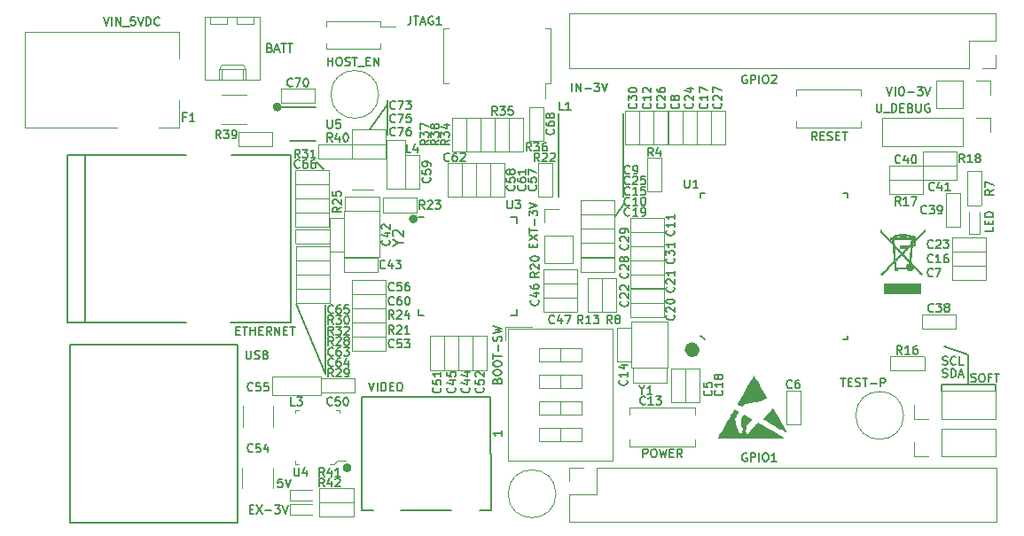
<source format=gto>
G04 #@! TF.GenerationSoftware,KiCad,Pcbnew,5.0.1+dfsg1-3~bpo9+1*
G04 #@! TF.CreationDate,2019-01-18T15:45:32+07:00*
G04 #@! TF.ProjectId,DEV BOARD,44455620424F4152442E6B696361645F,rev?*
G04 #@! TF.SameCoordinates,PX6539160PY6d28560*
G04 #@! TF.FileFunction,Legend,Top*
G04 #@! TF.FilePolarity,Positive*
%FSLAX46Y46*%
G04 Gerber Fmt 4.6, Leading zero omitted, Abs format (unit mm)*
G04 Created by KiCad (PCBNEW 5.0.1+dfsg1-3~bpo9+1) date Fri 18 Jan 2019 03:45:32 PM +07*
%MOMM*%
%LPD*%
G01*
G04 APERTURE LIST*
%ADD10C,0.150000*%
%ADD11C,0.500000*%
%ADD12C,0.120000*%
%ADD13C,1.000000*%
%ADD14C,0.100000*%
%ADD15C,0.010000*%
G04 APERTURE END LIST*
D10*
X23970000Y35090000D02*
X24710000Y34350000D01*
X22050000Y21510000D02*
X24840000Y14870000D01*
X41661904Y9388572D02*
X41661904Y8931429D01*
X41661904Y9160000D02*
X40861904Y9160000D01*
X40976190Y9083810D01*
X41052380Y9007620D01*
X41090476Y8931429D01*
D11*
X60060278Y16970000D02*
G75*
G03X60060278Y16970000I-180278J0D01*
G01*
X60050278Y17140000D02*
G75*
G03X60050278Y17140000I-180278J0D01*
G01*
X33430278Y29630000D02*
G75*
G03X33430278Y29630000I-180278J0D01*
G01*
X27100278Y5860000D02*
G75*
G03X27100278Y5860000I-180278J0D01*
G01*
X20420278Y40340000D02*
G75*
G03X20420278Y40340000I-180278J0D01*
G01*
D10*
X86170000Y16690000D02*
X83910000Y17420000D01*
X86210000Y16680000D02*
X86210000Y13820000D01*
X86514761Y14106191D02*
X86629047Y14068096D01*
X86819523Y14068096D01*
X86895714Y14106191D01*
X86933809Y14144286D01*
X86971904Y14220477D01*
X86971904Y14296667D01*
X86933809Y14372858D01*
X86895714Y14410953D01*
X86819523Y14449048D01*
X86667142Y14487143D01*
X86590952Y14525239D01*
X86552857Y14563334D01*
X86514761Y14639524D01*
X86514761Y14715715D01*
X86552857Y14791905D01*
X86590952Y14830000D01*
X86667142Y14868096D01*
X86857619Y14868096D01*
X86971904Y14830000D01*
X87467142Y14868096D02*
X87619523Y14868096D01*
X87695714Y14830000D01*
X87771904Y14753810D01*
X87810000Y14601429D01*
X87810000Y14334762D01*
X87771904Y14182381D01*
X87695714Y14106191D01*
X87619523Y14068096D01*
X87467142Y14068096D01*
X87390952Y14106191D01*
X87314761Y14182381D01*
X87276666Y14334762D01*
X87276666Y14601429D01*
X87314761Y14753810D01*
X87390952Y14830000D01*
X87467142Y14868096D01*
X88419523Y14487143D02*
X88152857Y14487143D01*
X88152857Y14068096D02*
X88152857Y14868096D01*
X88533809Y14868096D01*
X88724285Y14868096D02*
X89181428Y14868096D01*
X88952857Y14068096D02*
X88952857Y14868096D01*
X88830000Y13820000D02*
X83710000Y13820000D01*
X88830000Y13200000D02*
X88830000Y13820000D01*
X83710000Y13200000D02*
X83710000Y13820000D01*
X30790000Y40970000D02*
X30790000Y37690000D01*
X30800000Y40560000D02*
X29060000Y38180000D01*
X24840000Y21430000D02*
X24840000Y14830000D01*
X53350000Y31050000D02*
X52570000Y29870000D01*
D12*
G04 #@! TO.C,R20*
X45630000Y24860000D02*
X45630000Y23510000D01*
X48860000Y24860000D02*
X48860000Y23500000D01*
X48850000Y23500000D02*
X45640000Y23500000D01*
X45640000Y24860000D02*
X48850000Y24860000D01*
G04 #@! TO.C,VIO-3V*
X85740000Y42860000D02*
X83140000Y42860000D01*
X83140000Y42860000D02*
X83140000Y40200000D01*
X83140000Y40200000D02*
X85740000Y40200000D01*
X85740000Y40200000D02*
X85740000Y42860000D01*
X87010000Y42860000D02*
X88340000Y42860000D01*
X88340000Y42860000D02*
X88340000Y41530000D01*
G04 #@! TO.C,REF\002A\002A*
X29936000Y41540000D02*
G75*
G03X29936000Y41540000I-2286000J0D01*
G01*
X80066000Y10860000D02*
G75*
G03X80066000Y10860000I-2286000J0D01*
G01*
D13*
G04 #@! TO.C,U1*
X60063961Y17130000D02*
G75*
G03X60063961Y17130000I-203961J0D01*
G01*
D10*
X61070000Y18100000D02*
X60670000Y18500000D01*
X60670000Y31700000D02*
X60670000Y32100000D01*
X60670000Y32100000D02*
X61070000Y32100000D01*
X74670000Y18500000D02*
X74670000Y18100000D01*
X74670000Y18100000D02*
X74270000Y18100000D01*
X74670000Y31700000D02*
X74670000Y32100000D01*
X74670000Y32100000D02*
X74270000Y32100000D01*
D12*
G04 #@! TO.C,5V*
X21460000Y3740000D02*
X21460000Y2740000D01*
X21460000Y2740000D02*
X23560000Y2740000D01*
X21460000Y3740000D02*
X23560000Y3740000D01*
G04 #@! TO.C,BATT*
X13290000Y48930000D02*
X13290000Y42930000D01*
X13290000Y42930000D02*
X18570000Y42930000D01*
X18570000Y42930000D02*
X18570000Y48930000D01*
X18570000Y48930000D02*
X13290000Y48930000D01*
X14660000Y42930000D02*
X14660000Y43930000D01*
X14660000Y43930000D02*
X17200000Y43930000D01*
X17200000Y43930000D02*
X17200000Y42930000D01*
X14660000Y43930000D02*
X14910000Y44360000D01*
X14910000Y44360000D02*
X16950000Y44360000D01*
X16950000Y44360000D02*
X17200000Y43930000D01*
X14910000Y42930000D02*
X14910000Y43930000D01*
X16950000Y42930000D02*
X16950000Y43930000D01*
X13860000Y48930000D02*
X13860000Y48310000D01*
X13860000Y48310000D02*
X15460000Y48310000D01*
X15460000Y48310000D02*
X15460000Y48930000D01*
X16400000Y48930000D02*
X16400000Y48310000D01*
X16400000Y48310000D02*
X18000000Y48310000D01*
X18000000Y48310000D02*
X18000000Y48930000D01*
G04 #@! TO.C,C5*
X59210000Y15350000D02*
X57860000Y15350000D01*
X59210000Y12120000D02*
X57850000Y12120000D01*
X57850000Y12130000D02*
X57850000Y15340000D01*
X59210000Y15340000D02*
X59210000Y12130000D01*
G04 #@! TO.C,C6*
X70190000Y13210000D02*
X68840000Y13210000D01*
X70190000Y9980000D02*
X68830000Y9980000D01*
X68830000Y9990000D02*
X68830000Y13200000D01*
X70190000Y13200000D02*
X70190000Y9990000D01*
G04 #@! TO.C,C7*
X84720000Y25140000D02*
X84720000Y23790000D01*
X87950000Y25140000D02*
X87950000Y23780000D01*
X87940000Y23780000D02*
X84730000Y23780000D01*
X84730000Y25140000D02*
X87940000Y25140000D01*
G04 #@! TO.C,C8*
X57570000Y36740000D02*
X58920000Y36740000D01*
X57570000Y39970000D02*
X58930000Y39970000D01*
X58930000Y39960000D02*
X58930000Y36750000D01*
X57570000Y36750000D02*
X57570000Y39960000D01*
G04 #@! TO.C,C9*
X52440000Y30080000D02*
X52440000Y31430000D01*
X49210000Y30080000D02*
X49210000Y31440000D01*
X49220000Y31440000D02*
X52430000Y31440000D01*
X52430000Y30080000D02*
X49220000Y30080000D01*
G04 #@! TO.C,C10*
X52440000Y25970000D02*
X52440000Y27320000D01*
X49210000Y25970000D02*
X49210000Y27330000D01*
X49220000Y27330000D02*
X52430000Y27330000D01*
X52430000Y25970000D02*
X49220000Y25970000D01*
G04 #@! TO.C,C11*
X57170000Y28400000D02*
X57170000Y29750000D01*
X53940000Y28400000D02*
X53940000Y29760000D01*
X53950000Y29760000D02*
X57160000Y29760000D01*
X57160000Y28400000D02*
X53950000Y28400000D01*
G04 #@! TO.C,C12*
X54840000Y36730000D02*
X56190000Y36730000D01*
X54840000Y39960000D02*
X56200000Y39960000D01*
X56200000Y39950000D02*
X56200000Y36740000D01*
X54840000Y36740000D02*
X54840000Y39950000D01*
G04 #@! TO.C,C13*
X57420000Y14020000D02*
X57420000Y15370000D01*
X54190000Y14020000D02*
X54190000Y15380000D01*
X54200000Y15380000D02*
X57410000Y15380000D01*
X57410000Y14020000D02*
X54200000Y14020000D01*
G04 #@! TO.C,C14*
X54060000Y19230000D02*
X52710000Y19230000D01*
X54060000Y16000000D02*
X52700000Y16000000D01*
X52700000Y16010000D02*
X52700000Y19220000D01*
X54060000Y19220000D02*
X54060000Y16010000D01*
G04 #@! TO.C,C15*
X52440000Y27330000D02*
X52440000Y28680000D01*
X49210000Y27330000D02*
X49210000Y28690000D01*
X49220000Y28690000D02*
X52430000Y28690000D01*
X52430000Y27330000D02*
X49220000Y27330000D01*
G04 #@! TO.C,C16*
X84710000Y26500000D02*
X84710000Y25150000D01*
X87940000Y26500000D02*
X87940000Y25140000D01*
X87930000Y25140000D02*
X84720000Y25140000D01*
X84720000Y26500000D02*
X87930000Y26500000D01*
G04 #@! TO.C,C17*
X60290000Y36740000D02*
X61640000Y36740000D01*
X60290000Y39970000D02*
X61650000Y39970000D01*
X61650000Y39960000D02*
X61650000Y36750000D01*
X60290000Y36750000D02*
X60290000Y39960000D01*
G04 #@! TO.C,C18*
X60570000Y15350000D02*
X59220000Y15350000D01*
X60570000Y12120000D02*
X59210000Y12120000D01*
X59210000Y12130000D02*
X59210000Y15340000D01*
X60570000Y15340000D02*
X60570000Y12130000D01*
G04 #@! TO.C,C19*
X52440000Y24600000D02*
X52440000Y25950000D01*
X49210000Y24600000D02*
X49210000Y25960000D01*
X49220000Y25960000D02*
X52430000Y25960000D01*
X52430000Y24600000D02*
X49220000Y24600000D01*
G04 #@! TO.C,C20*
X57170000Y20280000D02*
X57170000Y21630000D01*
X53940000Y20280000D02*
X53940000Y21640000D01*
X53950000Y21640000D02*
X57160000Y21640000D01*
X57160000Y20280000D02*
X53950000Y20280000D01*
G04 #@! TO.C,C21*
X57170000Y22990000D02*
X57170000Y24340000D01*
X53940000Y22990000D02*
X53940000Y24350000D01*
X53950000Y24350000D02*
X57160000Y24350000D01*
X57160000Y22990000D02*
X53950000Y22990000D01*
G04 #@! TO.C,C22*
X57170000Y21640000D02*
X57170000Y22990000D01*
X53940000Y21640000D02*
X53940000Y23000000D01*
X53950000Y23000000D02*
X57160000Y23000000D01*
X57160000Y21640000D02*
X53950000Y21640000D01*
G04 #@! TO.C,C23*
X84710000Y27860000D02*
X84710000Y26510000D01*
X87940000Y27860000D02*
X87940000Y26500000D01*
X87930000Y26500000D02*
X84720000Y26500000D01*
X84720000Y27860000D02*
X87930000Y27860000D01*
G04 #@! TO.C,C24*
X58930000Y36740000D02*
X60280000Y36740000D01*
X58930000Y39970000D02*
X60290000Y39970000D01*
X60290000Y39960000D02*
X60290000Y36750000D01*
X58930000Y36750000D02*
X58930000Y39960000D01*
G04 #@! TO.C,C25*
X52440000Y28680000D02*
X52440000Y30030000D01*
X49210000Y28680000D02*
X49210000Y30040000D01*
X49220000Y30040000D02*
X52430000Y30040000D01*
X52430000Y28680000D02*
X49220000Y28680000D01*
G04 #@! TO.C,C26*
X56200000Y36740000D02*
X57550000Y36740000D01*
X56200000Y39970000D02*
X57560000Y39970000D01*
X57560000Y39960000D02*
X57560000Y36750000D01*
X56200000Y36750000D02*
X56200000Y39960000D01*
G04 #@! TO.C,C27*
X61650000Y36740000D02*
X63000000Y36740000D01*
X61650000Y39970000D02*
X63010000Y39970000D01*
X63010000Y39960000D02*
X63010000Y36750000D01*
X61650000Y36750000D02*
X61650000Y39960000D01*
G04 #@! TO.C,C28*
X57170000Y24340000D02*
X57170000Y25690000D01*
X53940000Y24340000D02*
X53940000Y25700000D01*
X53950000Y25700000D02*
X57160000Y25700000D01*
X57160000Y24340000D02*
X53950000Y24340000D01*
G04 #@! TO.C,C29*
X57170000Y27040000D02*
X57170000Y28390000D01*
X53940000Y27040000D02*
X53940000Y28400000D01*
X53950000Y28400000D02*
X57160000Y28400000D01*
X57160000Y27040000D02*
X53950000Y27040000D01*
G04 #@! TO.C,C30*
X53480000Y36730000D02*
X54830000Y36730000D01*
X53480000Y39960000D02*
X54840000Y39960000D01*
X54840000Y39950000D02*
X54840000Y36740000D01*
X53480000Y36740000D02*
X53480000Y39950000D01*
G04 #@! TO.C,C31*
X57170000Y25700000D02*
X57170000Y27050000D01*
X53940000Y25700000D02*
X53940000Y27060000D01*
X53950000Y27060000D02*
X57160000Y27060000D01*
X57160000Y25700000D02*
X53950000Y25700000D01*
G04 #@! TO.C,C38*
X85040000Y19120000D02*
X85040000Y20470000D01*
X81810000Y19120000D02*
X81810000Y20480000D01*
X81820000Y20480000D02*
X85030000Y20480000D01*
X85030000Y19120000D02*
X81820000Y19120000D01*
G04 #@! TO.C,C39*
X85430000Y32110000D02*
X84080000Y32110000D01*
X85430000Y28880000D02*
X84070000Y28880000D01*
X84070000Y28890000D02*
X84070000Y32100000D01*
X85430000Y32100000D02*
X85430000Y28890000D01*
G04 #@! TO.C,C40*
X81880000Y33353948D02*
X81880000Y34703948D01*
X78650000Y33353948D02*
X78650000Y34713948D01*
X78660000Y34713948D02*
X81870000Y34713948D01*
X81870000Y33353948D02*
X78660000Y33353948D01*
G04 #@! TO.C,C41*
X81880000Y34713948D02*
X81880000Y33363948D01*
X85110000Y34713948D02*
X85110000Y33353948D01*
X85100000Y33353948D02*
X81890000Y33353948D01*
X81890000Y34713948D02*
X85100000Y34713948D01*
G04 #@! TO.C,C42*
X26600000Y29750000D02*
X25250000Y29750000D01*
X26600000Y26520000D02*
X25240000Y26520000D01*
X25240000Y26530000D02*
X25240000Y29740000D01*
X26600000Y29740000D02*
X26600000Y26530000D01*
G04 #@! TO.C,C43*
X29840000Y24600000D02*
X29840000Y25950000D01*
X26610000Y24600000D02*
X26610000Y25960000D01*
X26620000Y25960000D02*
X29830000Y25960000D01*
X29830000Y24600000D02*
X26620000Y24600000D01*
G04 #@! TO.C,C44*
X38930000Y18430000D02*
X37580000Y18430000D01*
X38930000Y15200000D02*
X37570000Y15200000D01*
X37570000Y15210000D02*
X37570000Y18420000D01*
X38930000Y18420000D02*
X38930000Y15210000D01*
G04 #@! TO.C,C45*
X37580000Y18430000D02*
X36230000Y18430000D01*
X37580000Y15200000D02*
X36220000Y15200000D01*
X36220000Y15210000D02*
X36220000Y18420000D01*
X37580000Y18420000D02*
X37580000Y15210000D01*
G04 #@! TO.C,C46*
X45630000Y23490000D02*
X45630000Y22140000D01*
X48860000Y23490000D02*
X48860000Y22130000D01*
X48850000Y22130000D02*
X45640000Y22130000D01*
X45640000Y23490000D02*
X48850000Y23490000D01*
G04 #@! TO.C,C47*
X45630000Y22130000D02*
X45630000Y20780000D01*
X48860000Y22130000D02*
X48860000Y20770000D01*
X48850000Y20770000D02*
X45640000Y20770000D01*
X45640000Y22130000D02*
X48850000Y22130000D01*
G04 #@! TO.C,C50*
X27640000Y13040000D02*
X27640000Y14390000D01*
X24410000Y13040000D02*
X24410000Y14400000D01*
X24420000Y14400000D02*
X27630000Y14400000D01*
X27630000Y13040000D02*
X24420000Y13040000D01*
G04 #@! TO.C,C51*
X36220000Y18430000D02*
X34870000Y18430000D01*
X36220000Y15200000D02*
X34860000Y15200000D01*
X34860000Y15210000D02*
X34860000Y18420000D01*
X36220000Y18420000D02*
X36220000Y15210000D01*
G04 #@! TO.C,C52*
X40290000Y18430000D02*
X38940000Y18430000D01*
X40290000Y15200000D02*
X38930000Y15200000D01*
X38930000Y15210000D02*
X38930000Y18420000D01*
X40290000Y18420000D02*
X40290000Y15210000D01*
G04 #@! TO.C,C53*
X30600000Y17020000D02*
X30600000Y18370000D01*
X27370000Y17020000D02*
X27370000Y18380000D01*
X27380000Y18380000D02*
X30590000Y18380000D01*
X30590000Y17020000D02*
X27380000Y17020000D01*
G04 #@! TO.C,C54*
X16870000Y5890000D02*
X16870000Y3890000D01*
X19830000Y3890000D02*
X19830000Y5890000D01*
G04 #@! TO.C,C55*
X16930000Y11770000D02*
X16930000Y9770000D01*
X19890000Y9770000D02*
X19890000Y11770000D01*
G04 #@! TO.C,C56*
X27370000Y23820000D02*
X27370000Y22470000D01*
X30600000Y23820000D02*
X30600000Y22460000D01*
X30590000Y22460000D02*
X27380000Y22460000D01*
X27380000Y23820000D02*
X30590000Y23820000D01*
G04 #@! TO.C,C57*
X41970000Y34970000D02*
X40620000Y34970000D01*
X41970000Y31740000D02*
X40610000Y31740000D01*
X40610000Y31750000D02*
X40610000Y34960000D01*
X41970000Y34960000D02*
X41970000Y31750000D01*
G04 #@! TO.C,C58*
X39250000Y34970000D02*
X37900000Y34970000D01*
X39250000Y31740000D02*
X37890000Y31740000D01*
X37890000Y31750000D02*
X37890000Y34960000D01*
X39250000Y34960000D02*
X39250000Y31750000D01*
G04 #@! TO.C,C59*
X33840000Y35720000D02*
X32490000Y35720000D01*
X33840000Y32490000D02*
X32480000Y32490000D01*
X32480000Y32500000D02*
X32480000Y35710000D01*
X33840000Y35710000D02*
X33840000Y32500000D01*
G04 #@! TO.C,C60*
X27370000Y22460000D02*
X27370000Y21110000D01*
X30600000Y22460000D02*
X30600000Y21100000D01*
X30590000Y21100000D02*
X27380000Y21100000D01*
X27380000Y22460000D02*
X30590000Y22460000D01*
G04 #@! TO.C,C61*
X40610000Y34970000D02*
X39260000Y34970000D01*
X40610000Y31740000D02*
X39250000Y31740000D01*
X39250000Y31750000D02*
X39250000Y34960000D01*
X40610000Y34960000D02*
X40610000Y31750000D01*
G04 #@! TO.C,C62*
X37890000Y34970000D02*
X36540000Y34970000D01*
X37890000Y31740000D02*
X36530000Y31740000D01*
X36530000Y31750000D02*
X36530000Y34960000D01*
X37890000Y34960000D02*
X37890000Y31750000D01*
G04 #@! TO.C,C63*
X25240000Y24310000D02*
X25240000Y25660000D01*
X22010000Y24310000D02*
X22010000Y25670000D01*
X22020000Y25670000D02*
X25230000Y25670000D01*
X25230000Y24310000D02*
X22020000Y24310000D01*
G04 #@! TO.C,C64*
X25240000Y22950000D02*
X25240000Y24300000D01*
X22010000Y22950000D02*
X22010000Y24310000D01*
X22020000Y24310000D02*
X25230000Y24310000D01*
X25230000Y22950000D02*
X22020000Y22950000D01*
G04 #@! TO.C,C65*
X25220000Y30250000D02*
X25220000Y31600000D01*
X21990000Y30250000D02*
X21990000Y31610000D01*
X22000000Y31610000D02*
X25210000Y31610000D01*
X25210000Y30250000D02*
X22000000Y30250000D01*
G04 #@! TO.C,C66*
X25220000Y31610000D02*
X25220000Y32960000D01*
X21990000Y31610000D02*
X21990000Y32970000D01*
X22000000Y32970000D02*
X25210000Y32970000D01*
X25210000Y31610000D02*
X22000000Y31610000D01*
G04 #@! TO.C,C68*
X45690000Y40330000D02*
X44340000Y40330000D01*
X45690000Y37100000D02*
X44330000Y37100000D01*
X44330000Y37110000D02*
X44330000Y40320000D01*
X45690000Y40320000D02*
X45690000Y37110000D01*
G04 #@! TO.C,C70*
X20570000Y42080000D02*
X20570000Y40730000D01*
X23800000Y42080000D02*
X23800000Y40720000D01*
X23790000Y40720000D02*
X20580000Y40720000D01*
X20580000Y42080000D02*
X23790000Y42080000D01*
G04 #@! TO.C,C73*
X27370000Y38160000D02*
X27370000Y36810000D01*
X30600000Y38160000D02*
X30600000Y36800000D01*
X30590000Y36800000D02*
X27380000Y36800000D01*
X27380000Y38160000D02*
X30590000Y38160000D01*
G04 #@! TO.C,C75*
X27390000Y36800000D02*
X27390000Y35450000D01*
X30620000Y36800000D02*
X30620000Y35440000D01*
X30610000Y35440000D02*
X27400000Y35440000D01*
X27400000Y36800000D02*
X30610000Y36800000D01*
G04 #@! TO.C,C76*
X29420000Y35430000D02*
X27420000Y35430000D01*
X27420000Y32470000D02*
X29420000Y32470000D01*
G04 #@! TO.C,EX-3V*
X21460000Y2380000D02*
X21460000Y1380000D01*
X21460000Y1380000D02*
X23560000Y1380000D01*
X21460000Y2380000D02*
X23560000Y2380000D01*
G04 #@! TO.C,EXT-3V*
X45790000Y28000000D02*
X45790000Y25400000D01*
X45790000Y25400000D02*
X48450000Y25400000D01*
X48450000Y25400000D02*
X48450000Y28000000D01*
X48450000Y28000000D02*
X45790000Y28000000D01*
X45790000Y29270000D02*
X45790000Y30600000D01*
X45790000Y30600000D02*
X47120000Y30600000D01*
G04 #@! TO.C,F1*
X17310000Y41480000D02*
X14910000Y41480000D01*
X17310000Y38680000D02*
X14910000Y38680000D01*
G04 #@! TO.C,GPIO1*
X50750000Y5880000D02*
X88910000Y5880000D01*
X88910000Y5880000D02*
X88910000Y680000D01*
X88910000Y680000D02*
X48150000Y680000D01*
X48150000Y680000D02*
X48150000Y3280000D01*
X48150000Y3280000D02*
X50750000Y3280000D01*
X50750000Y3280000D02*
X50750000Y5880000D01*
X49480000Y5880000D02*
X48150000Y5880000D01*
X48150000Y5880000D02*
X48150000Y4610000D01*
G04 #@! TO.C,GPIO2*
X86280000Y44060000D02*
X48120000Y44060000D01*
X48120000Y44060000D02*
X48120000Y49260000D01*
X48120000Y49260000D02*
X88880000Y49260000D01*
X88880000Y49260000D02*
X88880000Y46660000D01*
X88880000Y46660000D02*
X86280000Y46660000D01*
X86280000Y46660000D02*
X86280000Y44060000D01*
X87550000Y44060000D02*
X88880000Y44060000D01*
X88880000Y44060000D02*
X88880000Y45330000D01*
D10*
G04 #@! TO.C,ETHERNET*
X170000Y19770000D02*
X170000Y35770000D01*
X21570000Y19770000D02*
X21570000Y35770000D01*
X11570438Y19770000D02*
X170000Y19770000D01*
X170000Y35770000D02*
X11570000Y35770000D01*
X21570000Y19770000D02*
X15770000Y19770000D01*
X15866493Y35770000D02*
X21570000Y35770000D01*
X1870000Y19770000D02*
X1870000Y35770000D01*
D12*
G04 #@! TO.C,JTAG1*
X45840000Y47810000D02*
X46370000Y47810000D01*
X46370000Y47810000D02*
X46370000Y42610000D01*
X46370000Y42610000D02*
X45840000Y42610000D01*
X36620000Y47810000D02*
X36090000Y47810000D01*
X36090000Y47810000D02*
X36090000Y42610000D01*
X36090000Y42610000D02*
X36620000Y42610000D01*
X45840000Y41190000D02*
X45840000Y42610000D01*
D10*
G04 #@! TO.C,L1*
X53300000Y39730000D02*
X53300000Y31730000D01*
X47100000Y39730000D02*
X47100000Y31730000D01*
D12*
G04 #@! TO.C,L3*
X24410000Y12830000D02*
X22660000Y12830000D01*
X24410000Y14590000D02*
X24410000Y12830000D01*
X22690000Y14590000D02*
X24410000Y14590000D01*
X19740000Y14590000D02*
X19740000Y12830000D01*
X21480000Y14590000D02*
X19740000Y14590000D01*
X21500000Y12830000D02*
X19750000Y12830000D01*
X22680000Y12830000D02*
X21480000Y12830000D01*
X21480000Y14590000D02*
X22680000Y14590000D01*
G04 #@! TO.C,L4*
X30720000Y32490000D02*
X30720000Y34240000D01*
X32480000Y32490000D02*
X30720000Y32490000D01*
X32480000Y34210000D02*
X32480000Y32490000D01*
X32480000Y37160000D02*
X30720000Y37160000D01*
X32480000Y35420000D02*
X32480000Y37160000D01*
X30720000Y35400000D02*
X30720000Y37150000D01*
X30720000Y34220000D02*
X30720000Y35420000D01*
X32480000Y35420000D02*
X32480000Y34220000D01*
G04 #@! TO.C,LED*
X86290000Y28190000D02*
X87290000Y28190000D01*
X87290000Y28190000D02*
X87290000Y30290000D01*
X86290000Y28190000D02*
X86290000Y30290000D01*
G04 #@! TO.C,POWER*
X60120000Y11580000D02*
X60120000Y10930000D01*
X60120000Y7880000D02*
X60120000Y8530000D01*
X53920000Y8530000D02*
X53920000Y7880000D01*
X53920000Y11580000D02*
X53920000Y10930000D01*
X60120000Y11580000D02*
X53920000Y11580000D01*
X53920000Y7880000D02*
X60120000Y7880000D01*
G04 #@! TO.C,R4*
X56920000Y35520000D02*
X55570000Y35520000D01*
X56920000Y32290000D02*
X55560000Y32290000D01*
X55560000Y32300000D02*
X55560000Y35510000D01*
X56920000Y35510000D02*
X56920000Y32300000D01*
G04 #@! TO.C,R7*
X86100000Y30950000D02*
X87450000Y30950000D01*
X86100000Y34180000D02*
X87460000Y34180000D01*
X87460000Y34170000D02*
X87460000Y30960000D01*
X86100000Y30960000D02*
X86100000Y34170000D01*
G04 #@! TO.C,R8*
X52610000Y23950000D02*
X51260000Y23950000D01*
X52610000Y20720000D02*
X51250000Y20720000D01*
X51250000Y20730000D02*
X51250000Y23940000D01*
X52610000Y23940000D02*
X52610000Y20730000D01*
G04 #@! TO.C,R13*
X51250000Y23950000D02*
X49900000Y23950000D01*
X51250000Y20720000D02*
X49890000Y20720000D01*
X49890000Y20730000D02*
X49890000Y23940000D01*
X51250000Y23940000D02*
X51250000Y20730000D01*
G04 #@! TO.C,R16*
X82040000Y15130000D02*
X82040000Y16480000D01*
X78810000Y15130000D02*
X78810000Y16490000D01*
X78820000Y16490000D02*
X82030000Y16490000D01*
X82030000Y15130000D02*
X78820000Y15130000D01*
G04 #@! TO.C,R17*
X81880000Y31993948D02*
X81880000Y33343948D01*
X78650000Y31993948D02*
X78650000Y33353948D01*
X78660000Y33353948D02*
X81870000Y33353948D01*
X81870000Y31993948D02*
X78660000Y31993948D01*
G04 #@! TO.C,R18*
X81880000Y36073948D02*
X81880000Y34723948D01*
X85110000Y36073948D02*
X85110000Y34713948D01*
X85100000Y34713948D02*
X81890000Y34713948D01*
X81890000Y36073948D02*
X85100000Y36073948D01*
G04 #@! TO.C,R21*
X30600000Y18380000D02*
X30600000Y19730000D01*
X27370000Y18380000D02*
X27370000Y19740000D01*
X27380000Y19740000D02*
X30590000Y19740000D01*
X30590000Y18380000D02*
X27380000Y18380000D01*
G04 #@! TO.C,R22*
X45160000Y31790000D02*
X46510000Y31790000D01*
X45160000Y35020000D02*
X46520000Y35020000D01*
X46520000Y35010000D02*
X46520000Y31800000D01*
X45160000Y31800000D02*
X45160000Y35010000D01*
G04 #@! TO.C,R23*
X33580000Y30280000D02*
X33580000Y31630000D01*
X30350000Y30280000D02*
X30350000Y31640000D01*
X30360000Y31640000D02*
X33570000Y31640000D01*
X33570000Y30280000D02*
X30360000Y30280000D01*
G04 #@! TO.C,R24*
X30600000Y19740000D02*
X30600000Y21090000D01*
X27370000Y19740000D02*
X27370000Y21100000D01*
X27380000Y21100000D02*
X30590000Y21100000D01*
X30590000Y19740000D02*
X27380000Y19740000D01*
G04 #@! TO.C,R25*
X29970000Y30420000D02*
X29970000Y31770000D01*
X26740000Y30420000D02*
X26740000Y31780000D01*
X26750000Y31780000D02*
X29960000Y31780000D01*
X29960000Y30420000D02*
X26750000Y30420000D01*
G04 #@! TO.C,R28*
X22010000Y27020000D02*
X22010000Y25670000D01*
X25240000Y27020000D02*
X25240000Y25660000D01*
X25230000Y25660000D02*
X22020000Y25660000D01*
X22020000Y27020000D02*
X25230000Y27020000D01*
G04 #@! TO.C,R29*
X22010000Y22940000D02*
X22010000Y21590000D01*
X25240000Y22940000D02*
X25240000Y21580000D01*
X25230000Y21580000D02*
X22020000Y21580000D01*
X22020000Y22940000D02*
X25230000Y22940000D01*
G04 #@! TO.C,R30*
X21990000Y30250000D02*
X21990000Y28900000D01*
X25220000Y30250000D02*
X25220000Y28890000D01*
X25210000Y28890000D02*
X22000000Y28890000D01*
X22000000Y30250000D02*
X25210000Y30250000D01*
G04 #@! TO.C,R31*
X21990000Y34330000D02*
X21990000Y32980000D01*
X25220000Y34330000D02*
X25220000Y32970000D01*
X25210000Y32970000D02*
X22000000Y32970000D01*
X22000000Y34330000D02*
X25210000Y34330000D01*
G04 #@! TO.C,R32*
X22000000Y28670000D02*
X22000000Y27320000D01*
X25230000Y28670000D02*
X25230000Y27310000D01*
X25220000Y27310000D02*
X22010000Y27310000D01*
X22010000Y28670000D02*
X25220000Y28670000D01*
G04 #@! TO.C,R34*
X39670000Y36100000D02*
X41020000Y36100000D01*
X39670000Y39330000D02*
X41030000Y39330000D01*
X41030000Y39320000D02*
X41030000Y36110000D01*
X39670000Y36110000D02*
X39670000Y39320000D01*
G04 #@! TO.C,R35*
X41040000Y36100000D02*
X42390000Y36100000D01*
X41040000Y39330000D02*
X42400000Y39330000D01*
X42400000Y39320000D02*
X42400000Y36110000D01*
X41040000Y36110000D02*
X41040000Y39320000D01*
G04 #@! TO.C,R36*
X42400000Y36100000D02*
X43750000Y36100000D01*
X42400000Y39330000D02*
X43760000Y39330000D01*
X43760000Y39320000D02*
X43760000Y36110000D01*
X42400000Y36110000D02*
X42400000Y39320000D01*
G04 #@! TO.C,R37*
X38310000Y39330000D02*
X36960000Y39330000D01*
X38310000Y36100000D02*
X36950000Y36100000D01*
X36950000Y36110000D02*
X36950000Y39320000D01*
X38310000Y39320000D02*
X38310000Y36110000D01*
G04 #@! TO.C,R38*
X38320000Y36100000D02*
X39670000Y36100000D01*
X38320000Y39330000D02*
X39680000Y39330000D01*
X39680000Y39320000D02*
X39680000Y36110000D01*
X38320000Y36110000D02*
X38320000Y39320000D01*
G04 #@! TO.C,R39*
X16530000Y37960000D02*
X16530000Y36610000D01*
X19760000Y37960000D02*
X19760000Y36600000D01*
X19750000Y36600000D02*
X16540000Y36600000D01*
X16540000Y37960000D02*
X19750000Y37960000D01*
G04 #@! TO.C,R40*
X27400000Y35430000D02*
X27400000Y36780000D01*
X24170000Y35430000D02*
X24170000Y36790000D01*
X24180000Y36790000D02*
X27390000Y36790000D01*
X27390000Y35430000D02*
X24180000Y35430000D01*
G04 #@! TO.C,R41*
X24290000Y3920000D02*
X24290000Y2570000D01*
X27520000Y3920000D02*
X27520000Y2560000D01*
X27510000Y2560000D02*
X24300000Y2560000D01*
X24300000Y3920000D02*
X27510000Y3920000D01*
G04 #@! TO.C,R42*
X24290000Y2560000D02*
X24290000Y1210000D01*
X27520000Y2560000D02*
X27520000Y1200000D01*
X27510000Y1200000D02*
X24300000Y1200000D01*
X24300000Y2560000D02*
X27510000Y2560000D01*
G04 #@! TO.C,RESET*
X76010000Y42040000D02*
X76010000Y41390000D01*
X76010000Y38340000D02*
X76010000Y38990000D01*
X69810000Y38990000D02*
X69810000Y38340000D01*
X69810000Y42040000D02*
X69810000Y41390000D01*
X76010000Y42040000D02*
X69810000Y42040000D01*
X69810000Y38340000D02*
X76010000Y38340000D01*
D10*
G04 #@! TO.C,USB*
X470000Y17590000D02*
X16420000Y17590000D01*
X460000Y630000D02*
X470000Y17590000D01*
X16430000Y630000D02*
X470000Y630000D01*
X16440000Y17580000D02*
X16430000Y630000D01*
X470000Y17590000D02*
X16420000Y17590000D01*
D12*
G04 #@! TO.C,SCL*
X83700000Y10550000D02*
X88840000Y10550000D01*
X88840000Y10550000D02*
X88840000Y13210000D01*
X88840000Y13210000D02*
X83700000Y13210000D01*
X83700000Y13210000D02*
X83700000Y10550000D01*
X82430000Y10550000D02*
X81100000Y10550000D01*
X81100000Y10550000D02*
X81100000Y11880000D01*
G04 #@! TO.C,SDA*
X83700000Y6960000D02*
X88840000Y6960000D01*
X88840000Y6960000D02*
X88840000Y9620000D01*
X88840000Y9620000D02*
X83700000Y9620000D01*
X83700000Y9620000D02*
X83700000Y6960000D01*
X82430000Y6960000D02*
X81100000Y6960000D01*
X81100000Y6960000D02*
X81100000Y8290000D01*
G04 #@! TO.C,BOOT-SW*
X42060000Y19310000D02*
X42060000Y18040000D01*
X42060000Y19310000D02*
X44600000Y19310000D01*
X42260000Y19110000D02*
X52280000Y19110000D01*
X52280000Y19110000D02*
X52280000Y6530000D01*
X52280000Y6530000D02*
X42260000Y6530000D01*
X42260000Y6530000D02*
X42260000Y19110000D01*
X45240000Y17265000D02*
X45240000Y15995000D01*
X45240000Y15995000D02*
X49300000Y15995000D01*
X49300000Y15995000D02*
X49300000Y17265000D01*
X49300000Y17265000D02*
X45240000Y17265000D01*
X47270000Y17265000D02*
X47270000Y15995000D01*
X45240000Y14725000D02*
X45240000Y13455000D01*
X45240000Y13455000D02*
X49300000Y13455000D01*
X49300000Y13455000D02*
X49300000Y14725000D01*
X49300000Y14725000D02*
X45240000Y14725000D01*
X47270000Y14725000D02*
X47270000Y13455000D01*
X45240000Y12185000D02*
X45240000Y10915000D01*
X45240000Y10915000D02*
X49300000Y10915000D01*
X49300000Y10915000D02*
X49300000Y12185000D01*
X49300000Y12185000D02*
X45240000Y12185000D01*
X47270000Y12185000D02*
X47270000Y10915000D01*
X45240000Y9645000D02*
X45240000Y8375000D01*
X45240000Y8375000D02*
X49300000Y8375000D01*
X49300000Y8375000D02*
X49300000Y9645000D01*
X49300000Y9645000D02*
X45240000Y9645000D01*
X47270000Y9645000D02*
X47270000Y8375000D01*
D10*
G04 #@! TO.C,U3*
X43103750Y29796250D02*
X43103750Y29221250D01*
X33703750Y20396250D02*
X33703750Y20971250D01*
X43103750Y20396250D02*
X43103750Y20971250D01*
X33703750Y29796250D02*
X34278750Y29796250D01*
X33703750Y20396250D02*
X34278750Y20396250D01*
X43103750Y20396250D02*
X42528750Y20396250D01*
X43103750Y29796250D02*
X42528750Y29796250D01*
D14*
G04 #@! TO.C,U4*
X25270000Y6200000D02*
X25670000Y6200000D01*
X25670000Y6200000D02*
X25970000Y6500000D01*
X25970000Y6500000D02*
X26770000Y6500000D01*
X26170000Y11100000D02*
X26170000Y11400000D01*
X26170000Y11400000D02*
X25870000Y11400000D01*
X21970000Y6500000D02*
X21970000Y6200000D01*
X21970000Y6200000D02*
X22270000Y6200000D01*
X21970000Y11100000D02*
X21970000Y11400000D01*
X21970000Y11400000D02*
X22270000Y11400000D01*
D10*
G04 #@! TO.C,U5*
X21452500Y37055000D02*
X23902500Y37055000D01*
X20727500Y40305000D02*
X23902500Y40305000D01*
D12*
G04 #@! TO.C,U_DEBUG*
X85730000Y39270000D02*
X78050000Y39270000D01*
X78050000Y39270000D02*
X78050000Y36610000D01*
X78050000Y36610000D02*
X85730000Y36610000D01*
X85730000Y36610000D02*
X85730000Y39270000D01*
X87000000Y39270000D02*
X88330000Y39270000D01*
X88330000Y39270000D02*
X88330000Y37940000D01*
G04 #@! TO.C,VIN_5VDC*
X4960000Y38330000D02*
X-3840000Y38330000D01*
X-3840000Y38330000D02*
X-3840000Y47530000D01*
X10860000Y41030000D02*
X10860000Y38330000D01*
X10860000Y38330000D02*
X8960000Y38330000D01*
X-3840000Y47530000D02*
X10860000Y47530000D01*
X10860000Y47530000D02*
X10860000Y44930000D01*
G04 #@! TO.C,Y1*
X54060000Y15380000D02*
X57500000Y15380000D01*
X54060000Y15380000D02*
X54060000Y19820000D01*
X57500000Y15380000D02*
X57500000Y19820000D01*
X54060000Y19820000D02*
X57500000Y19820000D01*
G04 #@! TO.C,Y2*
X30050000Y30420000D02*
X26610000Y30420000D01*
X30050000Y30420000D02*
X30050000Y25980000D01*
X26610000Y30420000D02*
X26610000Y25980000D01*
X30050000Y25980000D02*
X26610000Y25980000D01*
G04 #@! TO.C,HOST_EN*
X24930000Y48010000D02*
X24930000Y48540000D01*
X24930000Y48540000D02*
X30130000Y48540000D01*
X30130000Y48540000D02*
X30130000Y48010000D01*
X24930000Y46410000D02*
X24930000Y45880000D01*
X24930000Y45880000D02*
X30130000Y45880000D01*
X30130000Y45880000D02*
X30130000Y46410000D01*
X31550000Y48010000D02*
X30130000Y48010000D01*
D10*
G04 #@! TO.C,VIDEO*
X28330000Y1750000D02*
X29400000Y1750000D01*
X28330000Y1750000D02*
X28330000Y12610000D01*
X36890000Y1750000D02*
X32070000Y1750000D01*
X40630000Y12610000D02*
X40640000Y1770000D01*
X28330000Y12610000D02*
X40630000Y12610000D01*
X39570000Y1770000D02*
X40640000Y1770000D01*
D12*
G04 #@! TO.C,REF\002A\002A*
X46866000Y3370000D02*
G75*
G03X46866000Y3370000I-2286000J0D01*
G01*
D15*
G04 #@! TO.C,REF\002A\002A\002A*
G36*
X63912094Y11408842D02*
X63944619Y11396264D01*
X63994193Y11371288D01*
X64065374Y11332124D01*
X64070916Y11329012D01*
X64136474Y11291524D01*
X64191798Y11258681D01*
X64231455Y11233795D01*
X64250012Y11220180D01*
X64250531Y11219513D01*
X64246048Y11200610D01*
X64225486Y11158395D01*
X64190183Y11095168D01*
X64141480Y11013228D01*
X64080718Y10914878D01*
X64009236Y10802415D01*
X63991445Y10774835D01*
X63945093Y10698301D01*
X63911342Y10632444D01*
X63893153Y10583218D01*
X63891286Y10573493D01*
X63892115Y10530688D01*
X63901394Y10462791D01*
X63917968Y10374157D01*
X63940680Y10269141D01*
X63968373Y10152098D01*
X63999890Y10027384D01*
X64034075Y9899355D01*
X64069771Y9772366D01*
X64105821Y9650772D01*
X64141068Y9538928D01*
X64174356Y9441190D01*
X64204528Y9361913D01*
X64225561Y9314878D01*
X64250337Y9264775D01*
X64273730Y9216832D01*
X64274997Y9214207D01*
X64313699Y9165780D01*
X64370184Y9133172D01*
X64435939Y9117546D01*
X64502451Y9120063D01*
X64561205Y9141886D01*
X64594258Y9170618D01*
X64641859Y9249417D01*
X64676739Y9347622D01*
X64695877Y9455221D01*
X64698588Y9516220D01*
X64687670Y9630065D01*
X64655624Y9724340D01*
X64600726Y9803621D01*
X64583607Y9821267D01*
X64532661Y9870765D01*
X64529163Y10220638D01*
X64525664Y10570511D01*
X64614818Y10705469D01*
X64656654Y10766555D01*
X64696945Y10821507D01*
X64729943Y10862664D01*
X64744126Y10877808D01*
X64784281Y10915190D01*
X64838665Y10885902D01*
X64873039Y10864916D01*
X64891846Y10848622D01*
X64893049Y10845693D01*
X64905903Y10833272D01*
X64927896Y10824023D01*
X64949150Y10815687D01*
X64981694Y10799851D01*
X65028322Y10774967D01*
X65091829Y10739491D01*
X65175008Y10691877D01*
X65280653Y10630578D01*
X65338062Y10597068D01*
X65405594Y10556929D01*
X65449885Y10528341D01*
X65474855Y10507961D01*
X65484423Y10492447D01*
X65482508Y10478454D01*
X65480911Y10475204D01*
X65465376Y10454734D01*
X65432136Y10416335D01*
X65385062Y10364304D01*
X65328028Y10302934D01*
X65278700Y10250910D01*
X65165030Y10127433D01*
X65076105Y10020409D01*
X65011134Y9928760D01*
X64969321Y9851412D01*
X64955217Y9812134D01*
X64949392Y9777751D01*
X64943375Y9719101D01*
X64937696Y9642883D01*
X64932884Y9555798D01*
X64930619Y9500732D01*
X64927459Y9405536D01*
X64926069Y9335938D01*
X64926858Y9286591D01*
X64930235Y9252146D01*
X64936608Y9227257D01*
X64946387Y9206575D01*
X64954067Y9193947D01*
X64998421Y9145274D01*
X65055574Y9111355D01*
X65115708Y9096562D01*
X65160773Y9101914D01*
X65201576Y9125070D01*
X65252724Y9166538D01*
X65307042Y9219088D01*
X65357357Y9275484D01*
X65396494Y9328495D01*
X65410905Y9354111D01*
X65432491Y9389186D01*
X65471753Y9442611D01*
X65525102Y9510211D01*
X65588952Y9587810D01*
X65659715Y9671232D01*
X65733804Y9756302D01*
X65807632Y9838845D01*
X65877611Y9914684D01*
X65940155Y9979644D01*
X65989260Y10027331D01*
X66043779Y10074968D01*
X66089642Y10110092D01*
X66121811Y10129051D01*
X66132489Y10131136D01*
X66148853Y10122726D01*
X66189671Y10100154D01*
X66252586Y10064776D01*
X66335244Y10017946D01*
X66435289Y9961019D01*
X66550366Y9895351D01*
X66678119Y9822297D01*
X66816194Y9743212D01*
X66962234Y9659452D01*
X67113884Y9572371D01*
X67268790Y9483324D01*
X67424595Y9393668D01*
X67578944Y9304757D01*
X67729482Y9217946D01*
X67873854Y9134591D01*
X68009704Y9056046D01*
X68134677Y8983667D01*
X68246417Y8918810D01*
X68342570Y8862829D01*
X68420779Y8817080D01*
X68478689Y8782917D01*
X68513946Y8761696D01*
X68524165Y8755037D01*
X68510402Y8753720D01*
X68467104Y8752441D01*
X68395714Y8751204D01*
X68297673Y8750017D01*
X68174422Y8748885D01*
X68027403Y8747814D01*
X67858057Y8746811D01*
X67667826Y8745881D01*
X67458151Y8745032D01*
X67230473Y8744268D01*
X66986235Y8743597D01*
X66726877Y8743024D01*
X66453841Y8742556D01*
X66168568Y8742198D01*
X65872500Y8741958D01*
X65567079Y8741841D01*
X65438924Y8741829D01*
X62338970Y8741829D01*
X62560053Y9125153D01*
X62606856Y9206320D01*
X62667102Y9310834D01*
X62738778Y9435199D01*
X62819869Y9575918D01*
X62908362Y9729497D01*
X63002240Y9892438D01*
X63099491Y10061246D01*
X63198100Y10232425D01*
X63296053Y10402479D01*
X63320825Y10445488D01*
X63411152Y10602143D01*
X63497289Y10751197D01*
X63577942Y10890432D01*
X63651816Y11017629D01*
X63717617Y11130568D01*
X63774050Y11227032D01*
X63819821Y11304800D01*
X63853635Y11361654D01*
X63874198Y11395375D01*
X63879953Y11403960D01*
X63892058Y11410811D01*
X63912094Y11408842D01*
X63912094Y11408842D01*
G37*
X63912094Y11408842D02*
X63944619Y11396264D01*
X63994193Y11371288D01*
X64065374Y11332124D01*
X64070916Y11329012D01*
X64136474Y11291524D01*
X64191798Y11258681D01*
X64231455Y11233795D01*
X64250012Y11220180D01*
X64250531Y11219513D01*
X64246048Y11200610D01*
X64225486Y11158395D01*
X64190183Y11095168D01*
X64141480Y11013228D01*
X64080718Y10914878D01*
X64009236Y10802415D01*
X63991445Y10774835D01*
X63945093Y10698301D01*
X63911342Y10632444D01*
X63893153Y10583218D01*
X63891286Y10573493D01*
X63892115Y10530688D01*
X63901394Y10462791D01*
X63917968Y10374157D01*
X63940680Y10269141D01*
X63968373Y10152098D01*
X63999890Y10027384D01*
X64034075Y9899355D01*
X64069771Y9772366D01*
X64105821Y9650772D01*
X64141068Y9538928D01*
X64174356Y9441190D01*
X64204528Y9361913D01*
X64225561Y9314878D01*
X64250337Y9264775D01*
X64273730Y9216832D01*
X64274997Y9214207D01*
X64313699Y9165780D01*
X64370184Y9133172D01*
X64435939Y9117546D01*
X64502451Y9120063D01*
X64561205Y9141886D01*
X64594258Y9170618D01*
X64641859Y9249417D01*
X64676739Y9347622D01*
X64695877Y9455221D01*
X64698588Y9516220D01*
X64687670Y9630065D01*
X64655624Y9724340D01*
X64600726Y9803621D01*
X64583607Y9821267D01*
X64532661Y9870765D01*
X64529163Y10220638D01*
X64525664Y10570511D01*
X64614818Y10705469D01*
X64656654Y10766555D01*
X64696945Y10821507D01*
X64729943Y10862664D01*
X64744126Y10877808D01*
X64784281Y10915190D01*
X64838665Y10885902D01*
X64873039Y10864916D01*
X64891846Y10848622D01*
X64893049Y10845693D01*
X64905903Y10833272D01*
X64927896Y10824023D01*
X64949150Y10815687D01*
X64981694Y10799851D01*
X65028322Y10774967D01*
X65091829Y10739491D01*
X65175008Y10691877D01*
X65280653Y10630578D01*
X65338062Y10597068D01*
X65405594Y10556929D01*
X65449885Y10528341D01*
X65474855Y10507961D01*
X65484423Y10492447D01*
X65482508Y10478454D01*
X65480911Y10475204D01*
X65465376Y10454734D01*
X65432136Y10416335D01*
X65385062Y10364304D01*
X65328028Y10302934D01*
X65278700Y10250910D01*
X65165030Y10127433D01*
X65076105Y10020409D01*
X65011134Y9928760D01*
X64969321Y9851412D01*
X64955217Y9812134D01*
X64949392Y9777751D01*
X64943375Y9719101D01*
X64937696Y9642883D01*
X64932884Y9555798D01*
X64930619Y9500732D01*
X64927459Y9405536D01*
X64926069Y9335938D01*
X64926858Y9286591D01*
X64930235Y9252146D01*
X64936608Y9227257D01*
X64946387Y9206575D01*
X64954067Y9193947D01*
X64998421Y9145274D01*
X65055574Y9111355D01*
X65115708Y9096562D01*
X65160773Y9101914D01*
X65201576Y9125070D01*
X65252724Y9166538D01*
X65307042Y9219088D01*
X65357357Y9275484D01*
X65396494Y9328495D01*
X65410905Y9354111D01*
X65432491Y9389186D01*
X65471753Y9442611D01*
X65525102Y9510211D01*
X65588952Y9587810D01*
X65659715Y9671232D01*
X65733804Y9756302D01*
X65807632Y9838845D01*
X65877611Y9914684D01*
X65940155Y9979644D01*
X65989260Y10027331D01*
X66043779Y10074968D01*
X66089642Y10110092D01*
X66121811Y10129051D01*
X66132489Y10131136D01*
X66148853Y10122726D01*
X66189671Y10100154D01*
X66252586Y10064776D01*
X66335244Y10017946D01*
X66435289Y9961019D01*
X66550366Y9895351D01*
X66678119Y9822297D01*
X66816194Y9743212D01*
X66962234Y9659452D01*
X67113884Y9572371D01*
X67268790Y9483324D01*
X67424595Y9393668D01*
X67578944Y9304757D01*
X67729482Y9217946D01*
X67873854Y9134591D01*
X68009704Y9056046D01*
X68134677Y8983667D01*
X68246417Y8918810D01*
X68342570Y8862829D01*
X68420779Y8817080D01*
X68478689Y8782917D01*
X68513946Y8761696D01*
X68524165Y8755037D01*
X68510402Y8753720D01*
X68467104Y8752441D01*
X68395714Y8751204D01*
X68297673Y8750017D01*
X68174422Y8748885D01*
X68027403Y8747814D01*
X67858057Y8746811D01*
X67667826Y8745881D01*
X67458151Y8745032D01*
X67230473Y8744268D01*
X66986235Y8743597D01*
X66726877Y8743024D01*
X66453841Y8742556D01*
X66168568Y8742198D01*
X65872500Y8741958D01*
X65567079Y8741841D01*
X65438924Y8741829D01*
X62338970Y8741829D01*
X62560053Y9125153D01*
X62606856Y9206320D01*
X62667102Y9310834D01*
X62738778Y9435199D01*
X62819869Y9575918D01*
X62908362Y9729497D01*
X63002240Y9892438D01*
X63099491Y10061246D01*
X63198100Y10232425D01*
X63296053Y10402479D01*
X63320825Y10445488D01*
X63411152Y10602143D01*
X63497289Y10751197D01*
X63577942Y10890432D01*
X63651816Y11017629D01*
X63717617Y11130568D01*
X63774050Y11227032D01*
X63819821Y11304800D01*
X63853635Y11361654D01*
X63874198Y11395375D01*
X63879953Y11403960D01*
X63892058Y11410811D01*
X63912094Y11408842D01*
G36*
X67577528Y11465381D02*
X67588908Y11446307D01*
X67614488Y11402579D01*
X67653002Y11336381D01*
X67703186Y11249898D01*
X67763775Y11145315D01*
X67833503Y11024817D01*
X67911107Y10890588D01*
X67995320Y10744813D01*
X68084879Y10589677D01*
X68176998Y10430000D01*
X68271076Y10266883D01*
X68361402Y10110291D01*
X68446665Y9962494D01*
X68525557Y9825760D01*
X68596769Y9702358D01*
X68658991Y9594556D01*
X68710913Y9504623D01*
X68751228Y9434827D01*
X68778624Y9387436D01*
X68791507Y9365214D01*
X68812507Y9327670D01*
X68823925Y9304169D01*
X68824551Y9300080D01*
X68810636Y9307758D01*
X68771941Y9329797D01*
X68710487Y9365029D01*
X68628298Y9412289D01*
X68527396Y9470411D01*
X68409805Y9538229D01*
X68277546Y9614576D01*
X68132642Y9698286D01*
X67977117Y9788194D01*
X67812992Y9883133D01*
X67750549Y9919268D01*
X67583487Y10015917D01*
X67424074Y10108062D01*
X67274355Y10194525D01*
X67136376Y10274129D01*
X67012185Y10345695D01*
X66903827Y10408045D01*
X66813348Y10460002D01*
X66742796Y10500387D01*
X66694215Y10528022D01*
X66669654Y10541728D01*
X66667085Y10543026D01*
X66674569Y10554780D01*
X66700614Y10586205D01*
X66742559Y10634406D01*
X66797746Y10696490D01*
X66863517Y10769561D01*
X66937212Y10850724D01*
X67016173Y10937084D01*
X67097740Y11025747D01*
X67179254Y11113818D01*
X67258057Y11198401D01*
X67331490Y11276603D01*
X67396893Y11345528D01*
X67451608Y11402281D01*
X67492977Y11443968D01*
X67507164Y11457637D01*
X67554180Y11501799D01*
X67577528Y11465381D01*
X67577528Y11465381D01*
G37*
X67577528Y11465381D02*
X67588908Y11446307D01*
X67614488Y11402579D01*
X67653002Y11336381D01*
X67703186Y11249898D01*
X67763775Y11145315D01*
X67833503Y11024817D01*
X67911107Y10890588D01*
X67995320Y10744813D01*
X68084879Y10589677D01*
X68176998Y10430000D01*
X68271076Y10266883D01*
X68361402Y10110291D01*
X68446665Y9962494D01*
X68525557Y9825760D01*
X68596769Y9702358D01*
X68658991Y9594556D01*
X68710913Y9504623D01*
X68751228Y9434827D01*
X68778624Y9387436D01*
X68791507Y9365214D01*
X68812507Y9327670D01*
X68823925Y9304169D01*
X68824551Y9300080D01*
X68810636Y9307758D01*
X68771941Y9329797D01*
X68710487Y9365029D01*
X68628298Y9412289D01*
X68527396Y9470411D01*
X68409805Y9538229D01*
X68277546Y9614576D01*
X68132642Y9698286D01*
X67977117Y9788194D01*
X67812992Y9883133D01*
X67750549Y9919268D01*
X67583487Y10015917D01*
X67424074Y10108062D01*
X67274355Y10194525D01*
X67136376Y10274129D01*
X67012185Y10345695D01*
X66903827Y10408045D01*
X66813348Y10460002D01*
X66742796Y10500387D01*
X66694215Y10528022D01*
X66669654Y10541728D01*
X66667085Y10543026D01*
X66674569Y10554780D01*
X66700614Y10586205D01*
X66742559Y10634406D01*
X66797746Y10696490D01*
X66863517Y10769561D01*
X66937212Y10850724D01*
X67016173Y10937084D01*
X67097740Y11025747D01*
X67179254Y11113818D01*
X67258057Y11198401D01*
X67331490Y11276603D01*
X67396893Y11345528D01*
X67451608Y11402281D01*
X67492977Y11443968D01*
X67507164Y11457637D01*
X67554180Y11501799D01*
X67577528Y11465381D01*
G36*
X65754043Y14614165D02*
X65777065Y14576755D01*
X65812534Y14517486D01*
X65858996Y14438882D01*
X65914996Y14343462D01*
X65979081Y14233750D01*
X66049796Y14112266D01*
X66125687Y13981532D01*
X66205299Y13844070D01*
X66287178Y13702402D01*
X66369870Y13559049D01*
X66451921Y13416533D01*
X66531876Y13277376D01*
X66608281Y13144099D01*
X66679682Y13019224D01*
X66744624Y12905273D01*
X66801653Y12804767D01*
X66849315Y12720228D01*
X66886155Y12654178D01*
X66910720Y12609138D01*
X66921554Y12587630D01*
X66921951Y12586286D01*
X66908501Y12568035D01*
X66871114Y12540118D01*
X66814235Y12505275D01*
X66742312Y12466246D01*
X66667015Y12429157D01*
X66564560Y12384183D01*
X66456817Y12343774D01*
X66340073Y12307031D01*
X66210618Y12273058D01*
X66064740Y12240956D01*
X65898726Y12209827D01*
X65708866Y12178773D01*
X65512469Y12149855D01*
X65341834Y12124200D01*
X65198545Y12098802D01*
X65079008Y12072398D01*
X64979630Y12043727D01*
X64896818Y12011527D01*
X64826978Y11974535D01*
X64766518Y11931488D01*
X64711845Y11881125D01*
X64694214Y11862417D01*
X64656000Y11818861D01*
X64627732Y11783318D01*
X64614618Y11762417D01*
X64614268Y11760703D01*
X64609680Y11750194D01*
X64593758Y11750076D01*
X64563266Y11761746D01*
X64514968Y11786604D01*
X64445627Y11826048D01*
X64397439Y11854413D01*
X64325583Y11898753D01*
X64269742Y11936721D01*
X64233667Y11965584D01*
X64221113Y11982612D01*
X64221121Y11982736D01*
X64228906Y11998963D01*
X64250892Y12039600D01*
X64285803Y12102433D01*
X64332363Y12185248D01*
X64389295Y12285828D01*
X64455323Y12401960D01*
X64529172Y12531429D01*
X64609564Y12672020D01*
X64695224Y12821518D01*
X64784876Y12977708D01*
X64877243Y13138376D01*
X64971049Y13301307D01*
X65065018Y13464287D01*
X65157874Y13625100D01*
X65248340Y13781532D01*
X65335141Y13931367D01*
X65417000Y14072392D01*
X65492641Y14202391D01*
X65560787Y14319151D01*
X65620163Y14420455D01*
X65669493Y14504089D01*
X65707500Y14567838D01*
X65732907Y14609489D01*
X65744440Y14626825D01*
X65744923Y14627195D01*
X65754043Y14614165D01*
X65754043Y14614165D01*
G37*
X65754043Y14614165D02*
X65777065Y14576755D01*
X65812534Y14517486D01*
X65858996Y14438882D01*
X65914996Y14343462D01*
X65979081Y14233750D01*
X66049796Y14112266D01*
X66125687Y13981532D01*
X66205299Y13844070D01*
X66287178Y13702402D01*
X66369870Y13559049D01*
X66451921Y13416533D01*
X66531876Y13277376D01*
X66608281Y13144099D01*
X66679682Y13019224D01*
X66744624Y12905273D01*
X66801653Y12804767D01*
X66849315Y12720228D01*
X66886155Y12654178D01*
X66910720Y12609138D01*
X66921554Y12587630D01*
X66921951Y12586286D01*
X66908501Y12568035D01*
X66871114Y12540118D01*
X66814235Y12505275D01*
X66742312Y12466246D01*
X66667015Y12429157D01*
X66564560Y12384183D01*
X66456817Y12343774D01*
X66340073Y12307031D01*
X66210618Y12273058D01*
X66064740Y12240956D01*
X65898726Y12209827D01*
X65708866Y12178773D01*
X65512469Y12149855D01*
X65341834Y12124200D01*
X65198545Y12098802D01*
X65079008Y12072398D01*
X64979630Y12043727D01*
X64896818Y12011527D01*
X64826978Y11974535D01*
X64766518Y11931488D01*
X64711845Y11881125D01*
X64694214Y11862417D01*
X64656000Y11818861D01*
X64627732Y11783318D01*
X64614618Y11762417D01*
X64614268Y11760703D01*
X64609680Y11750194D01*
X64593758Y11750076D01*
X64563266Y11761746D01*
X64514968Y11786604D01*
X64445627Y11826048D01*
X64397439Y11854413D01*
X64325583Y11898753D01*
X64269742Y11936721D01*
X64233667Y11965584D01*
X64221113Y11982612D01*
X64221121Y11982736D01*
X64228906Y11998963D01*
X64250892Y12039600D01*
X64285803Y12102433D01*
X64332363Y12185248D01*
X64389295Y12285828D01*
X64455323Y12401960D01*
X64529172Y12531429D01*
X64609564Y12672020D01*
X64695224Y12821518D01*
X64784876Y12977708D01*
X64877243Y13138376D01*
X64971049Y13301307D01*
X65065018Y13464287D01*
X65157874Y13625100D01*
X65248340Y13781532D01*
X65335141Y13931367D01*
X65417000Y14072392D01*
X65492641Y14202391D01*
X65560787Y14319151D01*
X65620163Y14420455D01*
X65669493Y14504089D01*
X65707500Y14567838D01*
X65732907Y14609489D01*
X65744440Y14626825D01*
X65744923Y14627195D01*
X65754043Y14614165D01*
G36*
X81667822Y22572178D02*
X78147029Y22572178D01*
X78147029Y23439802D01*
X81667822Y23439802D01*
X81667822Y22572178D01*
X81667822Y22572178D01*
G37*
X81667822Y22572178D02*
X78147029Y22572178D01*
X78147029Y23439802D01*
X81667822Y23439802D01*
X81667822Y22572178D01*
G36*
X82044430Y28525152D02*
X82043811Y28438069D01*
X81592086Y27979109D01*
X81140361Y27520148D01*
X81140032Y27309529D01*
X81139703Y27098911D01*
X80864610Y27098911D01*
X80857522Y27045470D01*
X80854838Y27021112D01*
X80850313Y26975241D01*
X80844191Y26910595D01*
X80836712Y26829909D01*
X80828119Y26735919D01*
X80818654Y26631363D01*
X80808558Y26518975D01*
X80798074Y26401493D01*
X80787444Y26281652D01*
X80776909Y26162189D01*
X80766713Y26045841D01*
X80757095Y25935343D01*
X80748300Y25833431D01*
X80740568Y25742842D01*
X80734142Y25666313D01*
X80729263Y25606579D01*
X80726175Y25566376D01*
X80725117Y25548441D01*
X80725118Y25548356D01*
X80732827Y25533965D01*
X80755981Y25504252D01*
X80794895Y25458869D01*
X80849884Y25397471D01*
X80921264Y25319712D01*
X81009349Y25225246D01*
X81114454Y25113728D01*
X81236895Y24984812D01*
X81271310Y24948713D01*
X81817137Y24376584D01*
X81728881Y24288564D01*
X81657485Y24366242D01*
X81631366Y24394314D01*
X81590566Y24437726D01*
X81537777Y24493634D01*
X81475691Y24559192D01*
X81407000Y24631559D01*
X81334396Y24707888D01*
X81290960Y24753476D01*
X81209416Y24838881D01*
X81143504Y24907290D01*
X81091544Y24959947D01*
X81051855Y24998095D01*
X81022757Y25022980D01*
X81002569Y25035844D01*
X80989610Y25037932D01*
X80982200Y25030487D01*
X80978658Y25014754D01*
X80977303Y24991977D01*
X80977121Y24985761D01*
X80967703Y24942939D01*
X80944497Y24891181D01*
X80912136Y24838672D01*
X80875252Y24793597D01*
X80860493Y24779672D01*
X80784767Y24730953D01*
X80696308Y24703694D01*
X80618100Y24697227D01*
X80529468Y24709424D01*
X80447612Y24745187D01*
X80375164Y24803278D01*
X80361797Y24817738D01*
X80312918Y24873267D01*
X79467326Y24873267D01*
X79467326Y24697227D01*
X79240990Y24697227D01*
X79240990Y24779469D01*
X79238150Y24835614D01*
X79228607Y24874584D01*
X79217009Y24895781D01*
X79208723Y24910948D01*
X79201627Y24932938D01*
X79195252Y24965013D01*
X79189128Y25010431D01*
X79182784Y25072452D01*
X79175750Y25154338D01*
X79170934Y25215254D01*
X79148839Y25500657D01*
X78606435Y24951195D01*
X78508363Y24851772D01*
X78414216Y24756185D01*
X78325715Y24666190D01*
X78244580Y24583543D01*
X78172531Y24509999D01*
X78111288Y24447316D01*
X78062573Y24397248D01*
X78028104Y24361552D01*
X78009621Y24342005D01*
X77979257Y24311056D01*
X77953929Y24289470D01*
X77940305Y24282277D01*
X77922905Y24290703D01*
X77897540Y24311755D01*
X77888942Y24320329D01*
X77852486Y24358380D01*
X78053198Y24562342D01*
X78104404Y24614301D01*
X78170431Y24681180D01*
X78248382Y24760050D01*
X78335362Y24847986D01*
X78428474Y24942059D01*
X78524821Y25039342D01*
X78621508Y25136907D01*
X78690866Y25206855D01*
X78796297Y25313450D01*
X78884871Y25403693D01*
X78957719Y25478808D01*
X79015977Y25540014D01*
X79060775Y25588534D01*
X79082979Y25613871D01*
X79261276Y25613871D01*
X79283599Y25328445D01*
X79290331Y25244781D01*
X79296843Y25168273D01*
X79302766Y25102919D01*
X79307732Y25052719D01*
X79311371Y25021671D01*
X79312542Y25014727D01*
X79319162Y24986435D01*
X80268636Y24986435D01*
X80274974Y25065394D01*
X80294110Y25158685D01*
X80334154Y25241209D01*
X80392582Y25309962D01*
X80466871Y25361937D01*
X80550252Y25393137D01*
X80577302Y25407772D01*
X80590844Y25439181D01*
X80591128Y25440566D01*
X80592753Y25453826D01*
X80590744Y25467405D01*
X80583142Y25483819D01*
X80567984Y25505589D01*
X80543312Y25535233D01*
X80507164Y25575268D01*
X80457580Y25628215D01*
X80392599Y25696591D01*
X80388401Y25700995D01*
X80318507Y25774389D01*
X80244200Y25852563D01*
X80170586Y25930136D01*
X80102771Y26001725D01*
X80045860Y26061949D01*
X80033168Y26075413D01*
X79984513Y26126180D01*
X79941291Y26169625D01*
X79906605Y26202759D01*
X79883556Y26222595D01*
X79875818Y26226954D01*
X79864278Y26217830D01*
X79837290Y26192800D01*
X79796979Y26153948D01*
X79745471Y26103357D01*
X79684891Y26043112D01*
X79617364Y25975296D01*
X79562174Y25919435D01*
X79261276Y25613871D01*
X79082979Y25613871D01*
X79093249Y25625589D01*
X79114529Y25652401D01*
X79125749Y25670192D01*
X79128246Y25678430D01*
X79127300Y25696410D01*
X79124427Y25737108D01*
X79119813Y25798181D01*
X79113642Y25877287D01*
X79106102Y25972086D01*
X79097379Y26080233D01*
X79087657Y26199388D01*
X79077124Y26327209D01*
X79068635Y26429365D01*
X79020604Y27005326D01*
X79144195Y27005326D01*
X79144727Y26992896D01*
X79147231Y26957890D01*
X79151504Y26902785D01*
X79157347Y26830057D01*
X79164557Y26742186D01*
X79172934Y26641649D01*
X79182277Y26530923D01*
X79191242Y26425795D01*
X79201398Y26306517D01*
X79210858Y26193920D01*
X79219404Y26090695D01*
X79226821Y25999527D01*
X79232892Y25923105D01*
X79237399Y25864117D01*
X79240127Y25825251D01*
X79240884Y25810156D01*
X79242065Y25800762D01*
X79246744Y25797034D01*
X79256724Y25800529D01*
X79273810Y25812801D01*
X79299804Y25835406D01*
X79336510Y25869900D01*
X79385733Y25917838D01*
X79449274Y25980776D01*
X79516695Y26048032D01*
X79792399Y26323523D01*
X79790467Y26325594D01*
X79972710Y26325594D01*
X79981016Y26314220D01*
X80004267Y26287437D01*
X80040135Y26247708D01*
X80086287Y26197493D01*
X80140394Y26139254D01*
X80200126Y26075453D01*
X80263152Y26008551D01*
X80327142Y25941010D01*
X80389764Y25875290D01*
X80448690Y25813854D01*
X80501588Y25759163D01*
X80546128Y25713678D01*
X80579980Y25679862D01*
X80600812Y25660174D01*
X80606494Y25656163D01*
X80608366Y25669109D01*
X80612254Y25704866D01*
X80617943Y25761196D01*
X80625219Y25835860D01*
X80633869Y25926620D01*
X80643678Y26031238D01*
X80654434Y26147474D01*
X80665921Y26273092D01*
X80675093Y26374382D01*
X80686826Y26505721D01*
X80697665Y26629448D01*
X80707430Y26743319D01*
X80715937Y26845089D01*
X80723005Y26932513D01*
X80728451Y27003347D01*
X80732092Y27055347D01*
X80733747Y27086268D01*
X80733558Y27094297D01*
X80723666Y27087146D01*
X80698476Y27064159D01*
X80660190Y27027561D01*
X80611011Y26979578D01*
X80553139Y26922434D01*
X80488778Y26858353D01*
X80420129Y26789562D01*
X80349395Y26718284D01*
X80278778Y26646745D01*
X80210480Y26577170D01*
X80146704Y26511783D01*
X80089650Y26452809D01*
X80041522Y26402473D01*
X80004522Y26363001D01*
X79980852Y26336617D01*
X79972710Y26325594D01*
X79790467Y26325594D01*
X79689591Y26433705D01*
X79637232Y26489623D01*
X79578465Y26552052D01*
X79515615Y26618557D01*
X79451005Y26686702D01*
X79386958Y26754052D01*
X79325797Y26818172D01*
X79269847Y26876628D01*
X79221430Y26926982D01*
X79182870Y26966802D01*
X79156491Y26993650D01*
X79144616Y27005092D01*
X79144195Y27005326D01*
X79020604Y27005326D01*
X79008599Y27149274D01*
X78408062Y27780842D01*
X77807525Y28412411D01*
X77807966Y28500685D01*
X77808408Y28588960D01*
X77905417Y28485334D01*
X77959709Y28427537D01*
X78023808Y28359632D01*
X78095984Y28283428D01*
X78174508Y28200731D01*
X78257651Y28113347D01*
X78343681Y28023085D01*
X78430870Y27931750D01*
X78517487Y27841151D01*
X78601803Y27753093D01*
X78682088Y27669385D01*
X78756613Y27591833D01*
X78823646Y27522243D01*
X78881459Y27462424D01*
X78928321Y27414182D01*
X78962504Y27379324D01*
X78982276Y27359657D01*
X78986610Y27355884D01*
X78986908Y27369008D01*
X78985269Y27402611D01*
X78981977Y27452120D01*
X78977318Y27512963D01*
X78975318Y27537268D01*
X78960423Y27715049D01*
X79077045Y27715049D01*
X79083066Y27686757D01*
X79086137Y27664382D01*
X79090452Y27622283D01*
X79095512Y27565822D01*
X79100819Y27500365D01*
X79102656Y27476138D01*
X79108073Y27406579D01*
X79113541Y27341982D01*
X79118512Y27288452D01*
X79122439Y27252090D01*
X79123325Y27245491D01*
X79126666Y27231944D01*
X79133899Y27216086D01*
X79146560Y27196139D01*
X79166189Y27170327D01*
X79194322Y27136871D01*
X79232498Y27093993D01*
X79282254Y27039917D01*
X79345129Y26972864D01*
X79422659Y26891057D01*
X79501749Y26808050D01*
X79580436Y26725906D01*
X79653888Y26649831D01*
X79720276Y26581675D01*
X79777773Y26523288D01*
X79824549Y26476519D01*
X79858776Y26443218D01*
X79878627Y26425233D01*
X79882860Y26422558D01*
X79893997Y26432259D01*
X79920029Y26457559D01*
X79958430Y26495918D01*
X80006672Y26544800D01*
X80062230Y26601666D01*
X80102408Y26643094D01*
X80312169Y26860000D01*
X79693663Y26860000D01*
X79693663Y27098911D01*
X80448119Y27098911D01*
X80448119Y26992458D01*
X80586435Y27130346D01*
X80684553Y27228160D01*
X80875643Y27228160D01*
X80877471Y27212730D01*
X80886723Y27204133D01*
X80909050Y27200387D01*
X80950105Y27199511D01*
X80957376Y27199505D01*
X81039109Y27199505D01*
X81039109Y27418828D01*
X80957376Y27337821D01*
X80911270Y27288572D01*
X80883694Y27250841D01*
X80875643Y27228160D01*
X80684553Y27228160D01*
X80724752Y27268234D01*
X80724752Y27391048D01*
X80725137Y27447550D01*
X80726900Y27483495D01*
X80730950Y27503470D01*
X80738199Y27512063D01*
X80749130Y27513861D01*
X80761288Y27516502D01*
X80770273Y27527088D01*
X80777174Y27549619D01*
X80783076Y27588091D01*
X80789065Y27646502D01*
X80790987Y27667896D01*
X80795148Y27715049D01*
X79077045Y27715049D01*
X78960423Y27715049D01*
X78800891Y27715049D01*
X78800891Y27828218D01*
X78868686Y27828218D01*
X78908338Y27829304D01*
X78929884Y27834546D01*
X78932520Y27837666D01*
X79071384Y27837666D01*
X79078692Y27830538D01*
X79104007Y27828338D01*
X79121092Y27828218D01*
X79178119Y27828218D01*
X79390779Y27828218D01*
X80805302Y27828218D01*
X80757458Y27877214D01*
X80683150Y27937676D01*
X80591184Y27984309D01*
X80480002Y28017751D01*
X80369529Y28036247D01*
X80297227Y28044878D01*
X80297227Y27953960D01*
X79718812Y27953960D01*
X79718812Y28057107D01*
X79633935Y28048504D01*
X79574632Y28041244D01*
X79511449Y28031621D01*
X79473614Y28024748D01*
X79398168Y28009593D01*
X79394474Y27918905D01*
X79390779Y27828218D01*
X79178119Y27828218D01*
X79178119Y27878515D01*
X79176456Y27910024D01*
X79172303Y27927537D01*
X79170629Y27928812D01*
X79152013Y27920746D01*
X79124817Y27901180D01*
X79097552Y27877056D01*
X79078733Y27855318D01*
X79077057Y27852492D01*
X79071384Y27837666D01*
X78932520Y27837666D01*
X78940338Y27846919D01*
X78944558Y27860396D01*
X78961781Y27895373D01*
X78994862Y27937421D01*
X79038107Y27980644D01*
X79085826Y28019146D01*
X79117170Y28039199D01*
X79152877Y28061149D01*
X79171181Y28079589D01*
X79177612Y28101332D01*
X79178106Y28114282D01*
X79178106Y28117425D01*
X79819406Y28117425D01*
X79819406Y28054554D01*
X80196633Y28054554D01*
X80196633Y28117425D01*
X79819406Y28117425D01*
X79178106Y28117425D01*
X79178119Y28155148D01*
X79283952Y28155148D01*
X79332645Y28153971D01*
X79370595Y28150835D01*
X79391692Y28146329D01*
X79393977Y28144505D01*
X79407359Y28141705D01*
X79439926Y28142852D01*
X79486084Y28147607D01*
X79517624Y28151997D01*
X79574812Y28160622D01*
X79627114Y28168409D01*
X79666418Y28174153D01*
X79677945Y28175785D01*
X79708063Y28185112D01*
X79718812Y28199728D01*
X79722080Y28205680D01*
X79733770Y28210222D01*
X79756712Y28213530D01*
X79793735Y28215785D01*
X79847668Y28217166D01*
X79921340Y28217850D01*
X80008020Y28218020D01*
X80100529Y28217923D01*
X80170906Y28217470D01*
X80222164Y28216410D01*
X80257320Y28214497D01*
X80279389Y28211481D01*
X80291385Y28207115D01*
X80296324Y28201151D01*
X80297227Y28194216D01*
X80304921Y28172205D01*
X80330121Y28159679D01*
X80376009Y28155212D01*
X80384264Y28155148D01*
X80461973Y28147132D01*
X80550233Y28125064D01*
X80641085Y28091916D01*
X80726570Y28050661D01*
X80798726Y28004269D01*
X80808072Y27996918D01*
X80838533Y27973002D01*
X80856572Y27963424D01*
X80869169Y27966520D01*
X80882100Y27979296D01*
X80920293Y28004322D01*
X80969998Y28013929D01*
X81023524Y28008933D01*
X81073178Y27990149D01*
X81111267Y27958394D01*
X81114025Y27954703D01*
X81142526Y27895425D01*
X81147828Y27834066D01*
X81130518Y27775573D01*
X81091180Y27724896D01*
X81086370Y27720711D01*
X81058440Y27700833D01*
X81030102Y27692079D01*
X80990263Y27691447D01*
X80980311Y27692008D01*
X80941332Y27693438D01*
X80921254Y27690161D01*
X80913985Y27680272D01*
X80913240Y27671039D01*
X80911716Y27644256D01*
X80907935Y27603975D01*
X80905218Y27579876D01*
X80901277Y27541599D01*
X80902916Y27522004D01*
X80912421Y27514842D01*
X80929351Y27513861D01*
X80939392Y27517099D01*
X80955590Y27527580D01*
X80979145Y27546452D01*
X81011257Y27574865D01*
X81053128Y27613965D01*
X81105957Y27664903D01*
X81170945Y27728827D01*
X81249291Y27806886D01*
X81342197Y27900228D01*
X81450863Y28010002D01*
X81503231Y28063048D01*
X82045049Y28612233D01*
X82044430Y28525152D01*
X82044430Y28525152D01*
G37*
X82044430Y28525152D02*
X82043811Y28438069D01*
X81592086Y27979109D01*
X81140361Y27520148D01*
X81140032Y27309529D01*
X81139703Y27098911D01*
X80864610Y27098911D01*
X80857522Y27045470D01*
X80854838Y27021112D01*
X80850313Y26975241D01*
X80844191Y26910595D01*
X80836712Y26829909D01*
X80828119Y26735919D01*
X80818654Y26631363D01*
X80808558Y26518975D01*
X80798074Y26401493D01*
X80787444Y26281652D01*
X80776909Y26162189D01*
X80766713Y26045841D01*
X80757095Y25935343D01*
X80748300Y25833431D01*
X80740568Y25742842D01*
X80734142Y25666313D01*
X80729263Y25606579D01*
X80726175Y25566376D01*
X80725117Y25548441D01*
X80725118Y25548356D01*
X80732827Y25533965D01*
X80755981Y25504252D01*
X80794895Y25458869D01*
X80849884Y25397471D01*
X80921264Y25319712D01*
X81009349Y25225246D01*
X81114454Y25113728D01*
X81236895Y24984812D01*
X81271310Y24948713D01*
X81817137Y24376584D01*
X81728881Y24288564D01*
X81657485Y24366242D01*
X81631366Y24394314D01*
X81590566Y24437726D01*
X81537777Y24493634D01*
X81475691Y24559192D01*
X81407000Y24631559D01*
X81334396Y24707888D01*
X81290960Y24753476D01*
X81209416Y24838881D01*
X81143504Y24907290D01*
X81091544Y24959947D01*
X81051855Y24998095D01*
X81022757Y25022980D01*
X81002569Y25035844D01*
X80989610Y25037932D01*
X80982200Y25030487D01*
X80978658Y25014754D01*
X80977303Y24991977D01*
X80977121Y24985761D01*
X80967703Y24942939D01*
X80944497Y24891181D01*
X80912136Y24838672D01*
X80875252Y24793597D01*
X80860493Y24779672D01*
X80784767Y24730953D01*
X80696308Y24703694D01*
X80618100Y24697227D01*
X80529468Y24709424D01*
X80447612Y24745187D01*
X80375164Y24803278D01*
X80361797Y24817738D01*
X80312918Y24873267D01*
X79467326Y24873267D01*
X79467326Y24697227D01*
X79240990Y24697227D01*
X79240990Y24779469D01*
X79238150Y24835614D01*
X79228607Y24874584D01*
X79217009Y24895781D01*
X79208723Y24910948D01*
X79201627Y24932938D01*
X79195252Y24965013D01*
X79189128Y25010431D01*
X79182784Y25072452D01*
X79175750Y25154338D01*
X79170934Y25215254D01*
X79148839Y25500657D01*
X78606435Y24951195D01*
X78508363Y24851772D01*
X78414216Y24756185D01*
X78325715Y24666190D01*
X78244580Y24583543D01*
X78172531Y24509999D01*
X78111288Y24447316D01*
X78062573Y24397248D01*
X78028104Y24361552D01*
X78009621Y24342005D01*
X77979257Y24311056D01*
X77953929Y24289470D01*
X77940305Y24282277D01*
X77922905Y24290703D01*
X77897540Y24311755D01*
X77888942Y24320329D01*
X77852486Y24358380D01*
X78053198Y24562342D01*
X78104404Y24614301D01*
X78170431Y24681180D01*
X78248382Y24760050D01*
X78335362Y24847986D01*
X78428474Y24942059D01*
X78524821Y25039342D01*
X78621508Y25136907D01*
X78690866Y25206855D01*
X78796297Y25313450D01*
X78884871Y25403693D01*
X78957719Y25478808D01*
X79015977Y25540014D01*
X79060775Y25588534D01*
X79082979Y25613871D01*
X79261276Y25613871D01*
X79283599Y25328445D01*
X79290331Y25244781D01*
X79296843Y25168273D01*
X79302766Y25102919D01*
X79307732Y25052719D01*
X79311371Y25021671D01*
X79312542Y25014727D01*
X79319162Y24986435D01*
X80268636Y24986435D01*
X80274974Y25065394D01*
X80294110Y25158685D01*
X80334154Y25241209D01*
X80392582Y25309962D01*
X80466871Y25361937D01*
X80550252Y25393137D01*
X80577302Y25407772D01*
X80590844Y25439181D01*
X80591128Y25440566D01*
X80592753Y25453826D01*
X80590744Y25467405D01*
X80583142Y25483819D01*
X80567984Y25505589D01*
X80543312Y25535233D01*
X80507164Y25575268D01*
X80457580Y25628215D01*
X80392599Y25696591D01*
X80388401Y25700995D01*
X80318507Y25774389D01*
X80244200Y25852563D01*
X80170586Y25930136D01*
X80102771Y26001725D01*
X80045860Y26061949D01*
X80033168Y26075413D01*
X79984513Y26126180D01*
X79941291Y26169625D01*
X79906605Y26202759D01*
X79883556Y26222595D01*
X79875818Y26226954D01*
X79864278Y26217830D01*
X79837290Y26192800D01*
X79796979Y26153948D01*
X79745471Y26103357D01*
X79684891Y26043112D01*
X79617364Y25975296D01*
X79562174Y25919435D01*
X79261276Y25613871D01*
X79082979Y25613871D01*
X79093249Y25625589D01*
X79114529Y25652401D01*
X79125749Y25670192D01*
X79128246Y25678430D01*
X79127300Y25696410D01*
X79124427Y25737108D01*
X79119813Y25798181D01*
X79113642Y25877287D01*
X79106102Y25972086D01*
X79097379Y26080233D01*
X79087657Y26199388D01*
X79077124Y26327209D01*
X79068635Y26429365D01*
X79020604Y27005326D01*
X79144195Y27005326D01*
X79144727Y26992896D01*
X79147231Y26957890D01*
X79151504Y26902785D01*
X79157347Y26830057D01*
X79164557Y26742186D01*
X79172934Y26641649D01*
X79182277Y26530923D01*
X79191242Y26425795D01*
X79201398Y26306517D01*
X79210858Y26193920D01*
X79219404Y26090695D01*
X79226821Y25999527D01*
X79232892Y25923105D01*
X79237399Y25864117D01*
X79240127Y25825251D01*
X79240884Y25810156D01*
X79242065Y25800762D01*
X79246744Y25797034D01*
X79256724Y25800529D01*
X79273810Y25812801D01*
X79299804Y25835406D01*
X79336510Y25869900D01*
X79385733Y25917838D01*
X79449274Y25980776D01*
X79516695Y26048032D01*
X79792399Y26323523D01*
X79790467Y26325594D01*
X79972710Y26325594D01*
X79981016Y26314220D01*
X80004267Y26287437D01*
X80040135Y26247708D01*
X80086287Y26197493D01*
X80140394Y26139254D01*
X80200126Y26075453D01*
X80263152Y26008551D01*
X80327142Y25941010D01*
X80389764Y25875290D01*
X80448690Y25813854D01*
X80501588Y25759163D01*
X80546128Y25713678D01*
X80579980Y25679862D01*
X80600812Y25660174D01*
X80606494Y25656163D01*
X80608366Y25669109D01*
X80612254Y25704866D01*
X80617943Y25761196D01*
X80625219Y25835860D01*
X80633869Y25926620D01*
X80643678Y26031238D01*
X80654434Y26147474D01*
X80665921Y26273092D01*
X80675093Y26374382D01*
X80686826Y26505721D01*
X80697665Y26629448D01*
X80707430Y26743319D01*
X80715937Y26845089D01*
X80723005Y26932513D01*
X80728451Y27003347D01*
X80732092Y27055347D01*
X80733747Y27086268D01*
X80733558Y27094297D01*
X80723666Y27087146D01*
X80698476Y27064159D01*
X80660190Y27027561D01*
X80611011Y26979578D01*
X80553139Y26922434D01*
X80488778Y26858353D01*
X80420129Y26789562D01*
X80349395Y26718284D01*
X80278778Y26646745D01*
X80210480Y26577170D01*
X80146704Y26511783D01*
X80089650Y26452809D01*
X80041522Y26402473D01*
X80004522Y26363001D01*
X79980852Y26336617D01*
X79972710Y26325594D01*
X79790467Y26325594D01*
X79689591Y26433705D01*
X79637232Y26489623D01*
X79578465Y26552052D01*
X79515615Y26618557D01*
X79451005Y26686702D01*
X79386958Y26754052D01*
X79325797Y26818172D01*
X79269847Y26876628D01*
X79221430Y26926982D01*
X79182870Y26966802D01*
X79156491Y26993650D01*
X79144616Y27005092D01*
X79144195Y27005326D01*
X79020604Y27005326D01*
X79008599Y27149274D01*
X78408062Y27780842D01*
X77807525Y28412411D01*
X77807966Y28500685D01*
X77808408Y28588960D01*
X77905417Y28485334D01*
X77959709Y28427537D01*
X78023808Y28359632D01*
X78095984Y28283428D01*
X78174508Y28200731D01*
X78257651Y28113347D01*
X78343681Y28023085D01*
X78430870Y27931750D01*
X78517487Y27841151D01*
X78601803Y27753093D01*
X78682088Y27669385D01*
X78756613Y27591833D01*
X78823646Y27522243D01*
X78881459Y27462424D01*
X78928321Y27414182D01*
X78962504Y27379324D01*
X78982276Y27359657D01*
X78986610Y27355884D01*
X78986908Y27369008D01*
X78985269Y27402611D01*
X78981977Y27452120D01*
X78977318Y27512963D01*
X78975318Y27537268D01*
X78960423Y27715049D01*
X79077045Y27715049D01*
X79083066Y27686757D01*
X79086137Y27664382D01*
X79090452Y27622283D01*
X79095512Y27565822D01*
X79100819Y27500365D01*
X79102656Y27476138D01*
X79108073Y27406579D01*
X79113541Y27341982D01*
X79118512Y27288452D01*
X79122439Y27252090D01*
X79123325Y27245491D01*
X79126666Y27231944D01*
X79133899Y27216086D01*
X79146560Y27196139D01*
X79166189Y27170327D01*
X79194322Y27136871D01*
X79232498Y27093993D01*
X79282254Y27039917D01*
X79345129Y26972864D01*
X79422659Y26891057D01*
X79501749Y26808050D01*
X79580436Y26725906D01*
X79653888Y26649831D01*
X79720276Y26581675D01*
X79777773Y26523288D01*
X79824549Y26476519D01*
X79858776Y26443218D01*
X79878627Y26425233D01*
X79882860Y26422558D01*
X79893997Y26432259D01*
X79920029Y26457559D01*
X79958430Y26495918D01*
X80006672Y26544800D01*
X80062230Y26601666D01*
X80102408Y26643094D01*
X80312169Y26860000D01*
X79693663Y26860000D01*
X79693663Y27098911D01*
X80448119Y27098911D01*
X80448119Y26992458D01*
X80586435Y27130346D01*
X80684553Y27228160D01*
X80875643Y27228160D01*
X80877471Y27212730D01*
X80886723Y27204133D01*
X80909050Y27200387D01*
X80950105Y27199511D01*
X80957376Y27199505D01*
X81039109Y27199505D01*
X81039109Y27418828D01*
X80957376Y27337821D01*
X80911270Y27288572D01*
X80883694Y27250841D01*
X80875643Y27228160D01*
X80684553Y27228160D01*
X80724752Y27268234D01*
X80724752Y27391048D01*
X80725137Y27447550D01*
X80726900Y27483495D01*
X80730950Y27503470D01*
X80738199Y27512063D01*
X80749130Y27513861D01*
X80761288Y27516502D01*
X80770273Y27527088D01*
X80777174Y27549619D01*
X80783076Y27588091D01*
X80789065Y27646502D01*
X80790987Y27667896D01*
X80795148Y27715049D01*
X79077045Y27715049D01*
X78960423Y27715049D01*
X78800891Y27715049D01*
X78800891Y27828218D01*
X78868686Y27828218D01*
X78908338Y27829304D01*
X78929884Y27834546D01*
X78932520Y27837666D01*
X79071384Y27837666D01*
X79078692Y27830538D01*
X79104007Y27828338D01*
X79121092Y27828218D01*
X79178119Y27828218D01*
X79390779Y27828218D01*
X80805302Y27828218D01*
X80757458Y27877214D01*
X80683150Y27937676D01*
X80591184Y27984309D01*
X80480002Y28017751D01*
X80369529Y28036247D01*
X80297227Y28044878D01*
X80297227Y27953960D01*
X79718812Y27953960D01*
X79718812Y28057107D01*
X79633935Y28048504D01*
X79574632Y28041244D01*
X79511449Y28031621D01*
X79473614Y28024748D01*
X79398168Y28009593D01*
X79394474Y27918905D01*
X79390779Y27828218D01*
X79178119Y27828218D01*
X79178119Y27878515D01*
X79176456Y27910024D01*
X79172303Y27927537D01*
X79170629Y27928812D01*
X79152013Y27920746D01*
X79124817Y27901180D01*
X79097552Y27877056D01*
X79078733Y27855318D01*
X79077057Y27852492D01*
X79071384Y27837666D01*
X78932520Y27837666D01*
X78940338Y27846919D01*
X78944558Y27860396D01*
X78961781Y27895373D01*
X78994862Y27937421D01*
X79038107Y27980644D01*
X79085826Y28019146D01*
X79117170Y28039199D01*
X79152877Y28061149D01*
X79171181Y28079589D01*
X79177612Y28101332D01*
X79178106Y28114282D01*
X79178106Y28117425D01*
X79819406Y28117425D01*
X79819406Y28054554D01*
X80196633Y28054554D01*
X80196633Y28117425D01*
X79819406Y28117425D01*
X79178106Y28117425D01*
X79178119Y28155148D01*
X79283952Y28155148D01*
X79332645Y28153971D01*
X79370595Y28150835D01*
X79391692Y28146329D01*
X79393977Y28144505D01*
X79407359Y28141705D01*
X79439926Y28142852D01*
X79486084Y28147607D01*
X79517624Y28151997D01*
X79574812Y28160622D01*
X79627114Y28168409D01*
X79666418Y28174153D01*
X79677945Y28175785D01*
X79708063Y28185112D01*
X79718812Y28199728D01*
X79722080Y28205680D01*
X79733770Y28210222D01*
X79756712Y28213530D01*
X79793735Y28215785D01*
X79847668Y28217166D01*
X79921340Y28217850D01*
X80008020Y28218020D01*
X80100529Y28217923D01*
X80170906Y28217470D01*
X80222164Y28216410D01*
X80257320Y28214497D01*
X80279389Y28211481D01*
X80291385Y28207115D01*
X80296324Y28201151D01*
X80297227Y28194216D01*
X80304921Y28172205D01*
X80330121Y28159679D01*
X80376009Y28155212D01*
X80384264Y28155148D01*
X80461973Y28147132D01*
X80550233Y28125064D01*
X80641085Y28091916D01*
X80726570Y28050661D01*
X80798726Y28004269D01*
X80808072Y27996918D01*
X80838533Y27973002D01*
X80856572Y27963424D01*
X80869169Y27966520D01*
X80882100Y27979296D01*
X80920293Y28004322D01*
X80969998Y28013929D01*
X81023524Y28008933D01*
X81073178Y27990149D01*
X81111267Y27958394D01*
X81114025Y27954703D01*
X81142526Y27895425D01*
X81147828Y27834066D01*
X81130518Y27775573D01*
X81091180Y27724896D01*
X81086370Y27720711D01*
X81058440Y27700833D01*
X81030102Y27692079D01*
X80990263Y27691447D01*
X80980311Y27692008D01*
X80941332Y27693438D01*
X80921254Y27690161D01*
X80913985Y27680272D01*
X80913240Y27671039D01*
X80911716Y27644256D01*
X80907935Y27603975D01*
X80905218Y27579876D01*
X80901277Y27541599D01*
X80902916Y27522004D01*
X80912421Y27514842D01*
X80929351Y27513861D01*
X80939392Y27517099D01*
X80955590Y27527580D01*
X80979145Y27546452D01*
X81011257Y27574865D01*
X81053128Y27613965D01*
X81105957Y27664903D01*
X81170945Y27728827D01*
X81249291Y27806886D01*
X81342197Y27900228D01*
X81450863Y28010002D01*
X81503231Y28063048D01*
X82045049Y28612233D01*
X82044430Y28525152D01*
G04 #@! TO.C,R20*
D10*
X45231904Y24555715D02*
X44850952Y24289048D01*
X45231904Y24098572D02*
X44431904Y24098572D01*
X44431904Y24403334D01*
X44470000Y24479524D01*
X44508095Y24517620D01*
X44584285Y24555715D01*
X44698571Y24555715D01*
X44774761Y24517620D01*
X44812857Y24479524D01*
X44850952Y24403334D01*
X44850952Y24098572D01*
X44508095Y24860477D02*
X44470000Y24898572D01*
X44431904Y24974762D01*
X44431904Y25165239D01*
X44470000Y25241429D01*
X44508095Y25279524D01*
X44584285Y25317620D01*
X44660476Y25317620D01*
X44774761Y25279524D01*
X45231904Y24822381D01*
X45231904Y25317620D01*
X44431904Y25812858D02*
X44431904Y25889048D01*
X44470000Y25965239D01*
X44508095Y26003334D01*
X44584285Y26041429D01*
X44736666Y26079524D01*
X44927142Y26079524D01*
X45079523Y26041429D01*
X45155714Y26003334D01*
X45193809Y25965239D01*
X45231904Y25889048D01*
X45231904Y25812858D01*
X45193809Y25736667D01*
X45155714Y25698572D01*
X45079523Y25660477D01*
X44927142Y25622381D01*
X44736666Y25622381D01*
X44584285Y25660477D01*
X44508095Y25698572D01*
X44470000Y25736667D01*
X44431904Y25812858D01*
G04 #@! TO.C,VIO-3V*
X78448095Y42248096D02*
X78714762Y41448096D01*
X78981429Y42248096D01*
X79248095Y41448096D02*
X79248095Y42248096D01*
X79781429Y42248096D02*
X79933810Y42248096D01*
X80010000Y42210000D01*
X80086191Y42133810D01*
X80124286Y41981429D01*
X80124286Y41714762D01*
X80086191Y41562381D01*
X80010000Y41486191D01*
X79933810Y41448096D01*
X79781429Y41448096D01*
X79705238Y41486191D01*
X79629048Y41562381D01*
X79590953Y41714762D01*
X79590953Y41981429D01*
X79629048Y42133810D01*
X79705238Y42210000D01*
X79781429Y42248096D01*
X80467143Y41752858D02*
X81076667Y41752858D01*
X81381429Y42248096D02*
X81876667Y42248096D01*
X81610000Y41943334D01*
X81724286Y41943334D01*
X81800476Y41905239D01*
X81838572Y41867143D01*
X81876667Y41790953D01*
X81876667Y41600477D01*
X81838572Y41524286D01*
X81800476Y41486191D01*
X81724286Y41448096D01*
X81495714Y41448096D01*
X81419524Y41486191D01*
X81381429Y41524286D01*
X82105238Y42248096D02*
X82371905Y41448096D01*
X82638572Y42248096D01*
G04 #@! TO.C,U1*
X59170476Y33408096D02*
X59170476Y32760477D01*
X59208571Y32684286D01*
X59246666Y32646191D01*
X59322857Y32608096D01*
X59475238Y32608096D01*
X59551428Y32646191D01*
X59589523Y32684286D01*
X59627619Y32760477D01*
X59627619Y33408096D01*
X60427619Y32608096D02*
X59970476Y32608096D01*
X60199047Y32608096D02*
X60199047Y33408096D01*
X60122857Y33293810D01*
X60046666Y33217620D01*
X59970476Y33179524D01*
G04 #@! TO.C,5V*
X20729523Y4778096D02*
X20348570Y4778096D01*
X20310475Y4397143D01*
X20348570Y4435239D01*
X20424761Y4473334D01*
X20615237Y4473334D01*
X20691427Y4435239D01*
X20729523Y4397143D01*
X20767618Y4320953D01*
X20767618Y4130477D01*
X20729523Y4054286D01*
X20691427Y4016191D01*
X20615237Y3978096D01*
X20424761Y3978096D01*
X20348570Y4016191D01*
X20310475Y4054286D01*
X20996189Y4778096D02*
X21262856Y3978096D01*
X21529523Y4778096D01*
G04 #@! TO.C,BATT*
X19534761Y45997143D02*
X19649047Y45959048D01*
X19687142Y45920953D01*
X19725238Y45844762D01*
X19725238Y45730477D01*
X19687142Y45654286D01*
X19649047Y45616191D01*
X19572857Y45578096D01*
X19268095Y45578096D01*
X19268095Y46378096D01*
X19534761Y46378096D01*
X19610952Y46340000D01*
X19649047Y46301905D01*
X19687142Y46225715D01*
X19687142Y46149524D01*
X19649047Y46073334D01*
X19610952Y46035239D01*
X19534761Y45997143D01*
X19268095Y45997143D01*
X20030000Y45806667D02*
X20410952Y45806667D01*
X19953809Y45578096D02*
X20220476Y46378096D01*
X20487142Y45578096D01*
X20639523Y46378096D02*
X21096666Y46378096D01*
X20868095Y45578096D02*
X20868095Y46378096D01*
X21249047Y46378096D02*
X21706190Y46378096D01*
X21477619Y45578096D02*
X21477619Y46378096D01*
G04 #@! TO.C,C5*
X61685714Y13255714D02*
X61723809Y13217619D01*
X61761904Y13103333D01*
X61761904Y13027143D01*
X61723809Y12912857D01*
X61647619Y12836667D01*
X61571428Y12798571D01*
X61419047Y12760476D01*
X61304761Y12760476D01*
X61152380Y12798571D01*
X61076190Y12836667D01*
X61000000Y12912857D01*
X60961904Y13027143D01*
X60961904Y13103333D01*
X61000000Y13217619D01*
X61038095Y13255714D01*
X60961904Y13979524D02*
X60961904Y13598571D01*
X61342857Y13560476D01*
X61304761Y13598571D01*
X61266666Y13674762D01*
X61266666Y13865238D01*
X61304761Y13941428D01*
X61342857Y13979524D01*
X61419047Y14017619D01*
X61609523Y14017619D01*
X61685714Y13979524D01*
X61723809Y13941428D01*
X61761904Y13865238D01*
X61761904Y13674762D01*
X61723809Y13598571D01*
X61685714Y13560476D01*
G04 #@! TO.C,C6*
X69386666Y13544286D02*
X69348571Y13506191D01*
X69234285Y13468096D01*
X69158095Y13468096D01*
X69043809Y13506191D01*
X68967619Y13582381D01*
X68929523Y13658572D01*
X68891428Y13810953D01*
X68891428Y13925239D01*
X68929523Y14077620D01*
X68967619Y14153810D01*
X69043809Y14230000D01*
X69158095Y14268096D01*
X69234285Y14268096D01*
X69348571Y14230000D01*
X69386666Y14191905D01*
X70072380Y14268096D02*
X69920000Y14268096D01*
X69843809Y14230000D01*
X69805714Y14191905D01*
X69729523Y14077620D01*
X69691428Y13925239D01*
X69691428Y13620477D01*
X69729523Y13544286D01*
X69767619Y13506191D01*
X69843809Y13468096D01*
X69996190Y13468096D01*
X70072380Y13506191D01*
X70110476Y13544286D01*
X70148571Y13620477D01*
X70148571Y13810953D01*
X70110476Y13887143D01*
X70072380Y13925239D01*
X69996190Y13963334D01*
X69843809Y13963334D01*
X69767619Y13925239D01*
X69729523Y13887143D01*
X69691428Y13810953D01*
G04 #@! TO.C,C7*
X82835713Y24184286D02*
X82797618Y24146191D01*
X82683332Y24108096D01*
X82607142Y24108096D01*
X82492856Y24146191D01*
X82416666Y24222381D01*
X82378570Y24298572D01*
X82340475Y24450953D01*
X82340475Y24565239D01*
X82378570Y24717620D01*
X82416666Y24793810D01*
X82492856Y24870000D01*
X82607142Y24908096D01*
X82683332Y24908096D01*
X82797618Y24870000D01*
X82835713Y24831905D01*
X83102380Y24908096D02*
X83635713Y24908096D01*
X83292856Y24108096D01*
G04 #@! TO.C,C8*
X58545714Y40685714D02*
X58583809Y40647619D01*
X58621904Y40533333D01*
X58621904Y40457143D01*
X58583809Y40342857D01*
X58507619Y40266667D01*
X58431428Y40228571D01*
X58279047Y40190476D01*
X58164761Y40190476D01*
X58012380Y40228571D01*
X57936190Y40266667D01*
X57860000Y40342857D01*
X57821904Y40457143D01*
X57821904Y40533333D01*
X57860000Y40647619D01*
X57898095Y40685714D01*
X58164761Y41142857D02*
X58126666Y41066667D01*
X58088571Y41028571D01*
X58012380Y40990476D01*
X57974285Y40990476D01*
X57898095Y41028571D01*
X57860000Y41066667D01*
X57821904Y41142857D01*
X57821904Y41295238D01*
X57860000Y41371428D01*
X57898095Y41409524D01*
X57974285Y41447619D01*
X58012380Y41447619D01*
X58088571Y41409524D01*
X58126666Y41371428D01*
X58164761Y41295238D01*
X58164761Y41142857D01*
X58202857Y41066667D01*
X58240952Y41028571D01*
X58317142Y40990476D01*
X58469523Y40990476D01*
X58545714Y41028571D01*
X58583809Y41066667D01*
X58621904Y41142857D01*
X58621904Y41295238D01*
X58583809Y41371428D01*
X58545714Y41409524D01*
X58469523Y41447619D01*
X58317142Y41447619D01*
X58240952Y41409524D01*
X58202857Y41371428D01*
X58164761Y41295238D01*
G04 #@! TO.C,C9*
X53905713Y34004286D02*
X53867618Y33966191D01*
X53753332Y33928096D01*
X53677142Y33928096D01*
X53562856Y33966191D01*
X53486666Y34042381D01*
X53448570Y34118572D01*
X53410475Y34270953D01*
X53410475Y34385239D01*
X53448570Y34537620D01*
X53486666Y34613810D01*
X53562856Y34690000D01*
X53677142Y34728096D01*
X53753332Y34728096D01*
X53867618Y34690000D01*
X53905713Y34651905D01*
X54286666Y33928096D02*
X54439047Y33928096D01*
X54515237Y33966191D01*
X54553332Y34004286D01*
X54629523Y34118572D01*
X54667618Y34270953D01*
X54667618Y34575715D01*
X54629523Y34651905D01*
X54591427Y34690000D01*
X54515237Y34728096D01*
X54362856Y34728096D01*
X54286666Y34690000D01*
X54248570Y34651905D01*
X54210475Y34575715D01*
X54210475Y34385239D01*
X54248570Y34309048D01*
X54286666Y34270953D01*
X54362856Y34232858D01*
X54515237Y34232858D01*
X54591427Y34270953D01*
X54629523Y34309048D01*
X54667618Y34385239D01*
G04 #@! TO.C,C10*
X53905714Y30994286D02*
X53867619Y30956191D01*
X53753333Y30918096D01*
X53677142Y30918096D01*
X53562857Y30956191D01*
X53486666Y31032381D01*
X53448571Y31108572D01*
X53410476Y31260953D01*
X53410476Y31375239D01*
X53448571Y31527620D01*
X53486666Y31603810D01*
X53562857Y31680000D01*
X53677142Y31718096D01*
X53753333Y31718096D01*
X53867619Y31680000D01*
X53905714Y31641905D01*
X54667619Y30918096D02*
X54210476Y30918096D01*
X54439047Y30918096D02*
X54439047Y31718096D01*
X54362857Y31603810D01*
X54286666Y31527620D01*
X54210476Y31489524D01*
X55162857Y31718096D02*
X55239047Y31718096D01*
X55315238Y31680000D01*
X55353333Y31641905D01*
X55391428Y31565715D01*
X55429523Y31413334D01*
X55429523Y31222858D01*
X55391428Y31070477D01*
X55353333Y30994286D01*
X55315238Y30956191D01*
X55239047Y30918096D01*
X55162857Y30918096D01*
X55086666Y30956191D01*
X55048571Y30994286D01*
X55010476Y31070477D01*
X54972380Y31222858D01*
X54972380Y31413334D01*
X55010476Y31565715D01*
X55048571Y31641905D01*
X55086666Y31680000D01*
X55162857Y31718096D01*
G04 #@! TO.C,C11*
X58105714Y28545715D02*
X58143809Y28507620D01*
X58181904Y28393334D01*
X58181904Y28317143D01*
X58143809Y28202858D01*
X58067619Y28126667D01*
X57991428Y28088572D01*
X57839047Y28050477D01*
X57724761Y28050477D01*
X57572380Y28088572D01*
X57496190Y28126667D01*
X57420000Y28202858D01*
X57381904Y28317143D01*
X57381904Y28393334D01*
X57420000Y28507620D01*
X57458095Y28545715D01*
X58181904Y29307620D02*
X58181904Y28850477D01*
X58181904Y29079048D02*
X57381904Y29079048D01*
X57496190Y29002858D01*
X57572380Y28926667D01*
X57610476Y28850477D01*
X58181904Y30069524D02*
X58181904Y29612381D01*
X58181904Y29840953D02*
X57381904Y29840953D01*
X57496190Y29764762D01*
X57572380Y29688572D01*
X57610476Y29612381D01*
G04 #@! TO.C,C12*
X55855714Y40685715D02*
X55893809Y40647620D01*
X55931904Y40533334D01*
X55931904Y40457143D01*
X55893809Y40342858D01*
X55817619Y40266667D01*
X55741428Y40228572D01*
X55589047Y40190477D01*
X55474761Y40190477D01*
X55322380Y40228572D01*
X55246190Y40266667D01*
X55170000Y40342858D01*
X55131904Y40457143D01*
X55131904Y40533334D01*
X55170000Y40647620D01*
X55208095Y40685715D01*
X55931904Y41447620D02*
X55931904Y40990477D01*
X55931904Y41219048D02*
X55131904Y41219048D01*
X55246190Y41142858D01*
X55322380Y41066667D01*
X55360476Y40990477D01*
X55208095Y41752381D02*
X55170000Y41790477D01*
X55131904Y41866667D01*
X55131904Y42057143D01*
X55170000Y42133334D01*
X55208095Y42171429D01*
X55284285Y42209524D01*
X55360476Y42209524D01*
X55474761Y42171429D01*
X55931904Y41714286D01*
X55931904Y42209524D01*
G04 #@! TO.C,C13*
X55375714Y11974286D02*
X55337619Y11936191D01*
X55223333Y11898096D01*
X55147142Y11898096D01*
X55032857Y11936191D01*
X54956666Y12012381D01*
X54918571Y12088572D01*
X54880476Y12240953D01*
X54880476Y12355239D01*
X54918571Y12507620D01*
X54956666Y12583810D01*
X55032857Y12660000D01*
X55147142Y12698096D01*
X55223333Y12698096D01*
X55337619Y12660000D01*
X55375714Y12621905D01*
X56137619Y11898096D02*
X55680476Y11898096D01*
X55909047Y11898096D02*
X55909047Y12698096D01*
X55832857Y12583810D01*
X55756666Y12507620D01*
X55680476Y12469524D01*
X56404285Y12698096D02*
X56899523Y12698096D01*
X56632857Y12393334D01*
X56747142Y12393334D01*
X56823333Y12355239D01*
X56861428Y12317143D01*
X56899523Y12240953D01*
X56899523Y12050477D01*
X56861428Y11974286D01*
X56823333Y11936191D01*
X56747142Y11898096D01*
X56518571Y11898096D01*
X56442380Y11936191D01*
X56404285Y11974286D01*
G04 #@! TO.C,C14*
X53605714Y14235715D02*
X53643809Y14197620D01*
X53681904Y14083334D01*
X53681904Y14007143D01*
X53643809Y13892858D01*
X53567619Y13816667D01*
X53491428Y13778572D01*
X53339047Y13740477D01*
X53224761Y13740477D01*
X53072380Y13778572D01*
X52996190Y13816667D01*
X52920000Y13892858D01*
X52881904Y14007143D01*
X52881904Y14083334D01*
X52920000Y14197620D01*
X52958095Y14235715D01*
X53681904Y14997620D02*
X53681904Y14540477D01*
X53681904Y14769048D02*
X52881904Y14769048D01*
X52996190Y14692858D01*
X53072380Y14616667D01*
X53110476Y14540477D01*
X53148571Y15683334D02*
X53681904Y15683334D01*
X52843809Y15492858D02*
X53415238Y15302381D01*
X53415238Y15797620D01*
G04 #@! TO.C,C15*
X53905714Y31994286D02*
X53867619Y31956191D01*
X53753333Y31918096D01*
X53677142Y31918096D01*
X53562857Y31956191D01*
X53486666Y32032381D01*
X53448571Y32108572D01*
X53410476Y32260953D01*
X53410476Y32375239D01*
X53448571Y32527620D01*
X53486666Y32603810D01*
X53562857Y32680000D01*
X53677142Y32718096D01*
X53753333Y32718096D01*
X53867619Y32680000D01*
X53905714Y32641905D01*
X54667619Y31918096D02*
X54210476Y31918096D01*
X54439047Y31918096D02*
X54439047Y32718096D01*
X54362857Y32603810D01*
X54286666Y32527620D01*
X54210476Y32489524D01*
X55391428Y32718096D02*
X55010476Y32718096D01*
X54972380Y32337143D01*
X55010476Y32375239D01*
X55086666Y32413334D01*
X55277142Y32413334D01*
X55353333Y32375239D01*
X55391428Y32337143D01*
X55429523Y32260953D01*
X55429523Y32070477D01*
X55391428Y31994286D01*
X55353333Y31956191D01*
X55277142Y31918096D01*
X55086666Y31918096D01*
X55010476Y31956191D01*
X54972380Y31994286D01*
G04 #@! TO.C,C16*
X82835714Y25534286D02*
X82797619Y25496191D01*
X82683333Y25458096D01*
X82607142Y25458096D01*
X82492857Y25496191D01*
X82416666Y25572381D01*
X82378571Y25648572D01*
X82340476Y25800953D01*
X82340476Y25915239D01*
X82378571Y26067620D01*
X82416666Y26143810D01*
X82492857Y26220000D01*
X82607142Y26258096D01*
X82683333Y26258096D01*
X82797619Y26220000D01*
X82835714Y26181905D01*
X83597619Y25458096D02*
X83140476Y25458096D01*
X83369047Y25458096D02*
X83369047Y26258096D01*
X83292857Y26143810D01*
X83216666Y26067620D01*
X83140476Y26029524D01*
X84283333Y26258096D02*
X84130952Y26258096D01*
X84054761Y26220000D01*
X84016666Y26181905D01*
X83940476Y26067620D01*
X83902380Y25915239D01*
X83902380Y25610477D01*
X83940476Y25534286D01*
X83978571Y25496191D01*
X84054761Y25458096D01*
X84207142Y25458096D01*
X84283333Y25496191D01*
X84321428Y25534286D01*
X84359523Y25610477D01*
X84359523Y25800953D01*
X84321428Y25877143D01*
X84283333Y25915239D01*
X84207142Y25953334D01*
X84054761Y25953334D01*
X83978571Y25915239D01*
X83940476Y25877143D01*
X83902380Y25800953D01*
G04 #@! TO.C,C17*
X61295714Y40685715D02*
X61333809Y40647620D01*
X61371904Y40533334D01*
X61371904Y40457143D01*
X61333809Y40342858D01*
X61257619Y40266667D01*
X61181428Y40228572D01*
X61029047Y40190477D01*
X60914761Y40190477D01*
X60762380Y40228572D01*
X60686190Y40266667D01*
X60610000Y40342858D01*
X60571904Y40457143D01*
X60571904Y40533334D01*
X60610000Y40647620D01*
X60648095Y40685715D01*
X61371904Y41447620D02*
X61371904Y40990477D01*
X61371904Y41219048D02*
X60571904Y41219048D01*
X60686190Y41142858D01*
X60762380Y41066667D01*
X60800476Y40990477D01*
X60571904Y41714286D02*
X60571904Y42247620D01*
X61371904Y41904762D01*
G04 #@! TO.C,C18*
X62725714Y13255715D02*
X62763809Y13217620D01*
X62801904Y13103334D01*
X62801904Y13027143D01*
X62763809Y12912858D01*
X62687619Y12836667D01*
X62611428Y12798572D01*
X62459047Y12760477D01*
X62344761Y12760477D01*
X62192380Y12798572D01*
X62116190Y12836667D01*
X62040000Y12912858D01*
X62001904Y13027143D01*
X62001904Y13103334D01*
X62040000Y13217620D01*
X62078095Y13255715D01*
X62801904Y14017620D02*
X62801904Y13560477D01*
X62801904Y13789048D02*
X62001904Y13789048D01*
X62116190Y13712858D01*
X62192380Y13636667D01*
X62230476Y13560477D01*
X62344761Y14474762D02*
X62306666Y14398572D01*
X62268571Y14360477D01*
X62192380Y14322381D01*
X62154285Y14322381D01*
X62078095Y14360477D01*
X62040000Y14398572D01*
X62001904Y14474762D01*
X62001904Y14627143D01*
X62040000Y14703334D01*
X62078095Y14741429D01*
X62154285Y14779524D01*
X62192380Y14779524D01*
X62268571Y14741429D01*
X62306666Y14703334D01*
X62344761Y14627143D01*
X62344761Y14474762D01*
X62382857Y14398572D01*
X62420952Y14360477D01*
X62497142Y14322381D01*
X62649523Y14322381D01*
X62725714Y14360477D01*
X62763809Y14398572D01*
X62801904Y14474762D01*
X62801904Y14627143D01*
X62763809Y14703334D01*
X62725714Y14741429D01*
X62649523Y14779524D01*
X62497142Y14779524D01*
X62420952Y14741429D01*
X62382857Y14703334D01*
X62344761Y14627143D01*
G04 #@! TO.C,C19*
X53905714Y29994286D02*
X53867619Y29956191D01*
X53753333Y29918096D01*
X53677142Y29918096D01*
X53562857Y29956191D01*
X53486666Y30032381D01*
X53448571Y30108572D01*
X53410476Y30260953D01*
X53410476Y30375239D01*
X53448571Y30527620D01*
X53486666Y30603810D01*
X53562857Y30680000D01*
X53677142Y30718096D01*
X53753333Y30718096D01*
X53867619Y30680000D01*
X53905714Y30641905D01*
X54667619Y29918096D02*
X54210476Y29918096D01*
X54439047Y29918096D02*
X54439047Y30718096D01*
X54362857Y30603810D01*
X54286666Y30527620D01*
X54210476Y30489524D01*
X55048571Y29918096D02*
X55200952Y29918096D01*
X55277142Y29956191D01*
X55315238Y29994286D01*
X55391428Y30108572D01*
X55429523Y30260953D01*
X55429523Y30565715D01*
X55391428Y30641905D01*
X55353333Y30680000D01*
X55277142Y30718096D01*
X55124761Y30718096D01*
X55048571Y30680000D01*
X55010476Y30641905D01*
X54972380Y30565715D01*
X54972380Y30375239D01*
X55010476Y30299048D01*
X55048571Y30260953D01*
X55124761Y30222858D01*
X55277142Y30222858D01*
X55353333Y30260953D01*
X55391428Y30299048D01*
X55429523Y30375239D01*
G04 #@! TO.C,C20*
X58105714Y20455715D02*
X58143809Y20417620D01*
X58181904Y20303334D01*
X58181904Y20227143D01*
X58143809Y20112858D01*
X58067619Y20036667D01*
X57991428Y19998572D01*
X57839047Y19960477D01*
X57724761Y19960477D01*
X57572380Y19998572D01*
X57496190Y20036667D01*
X57420000Y20112858D01*
X57381904Y20227143D01*
X57381904Y20303334D01*
X57420000Y20417620D01*
X57458095Y20455715D01*
X57458095Y20760477D02*
X57420000Y20798572D01*
X57381904Y20874762D01*
X57381904Y21065239D01*
X57420000Y21141429D01*
X57458095Y21179524D01*
X57534285Y21217620D01*
X57610476Y21217620D01*
X57724761Y21179524D01*
X58181904Y20722381D01*
X58181904Y21217620D01*
X57381904Y21712858D02*
X57381904Y21789048D01*
X57420000Y21865239D01*
X57458095Y21903334D01*
X57534285Y21941429D01*
X57686666Y21979524D01*
X57877142Y21979524D01*
X58029523Y21941429D01*
X58105714Y21903334D01*
X58143809Y21865239D01*
X58181904Y21789048D01*
X58181904Y21712858D01*
X58143809Y21636667D01*
X58105714Y21598572D01*
X58029523Y21560477D01*
X57877142Y21522381D01*
X57686666Y21522381D01*
X57534285Y21560477D01*
X57458095Y21598572D01*
X57420000Y21636667D01*
X57381904Y21712858D01*
G04 #@! TO.C,C21*
X58105714Y23145715D02*
X58143809Y23107620D01*
X58181904Y22993334D01*
X58181904Y22917143D01*
X58143809Y22802858D01*
X58067619Y22726667D01*
X57991428Y22688572D01*
X57839047Y22650477D01*
X57724761Y22650477D01*
X57572380Y22688572D01*
X57496190Y22726667D01*
X57420000Y22802858D01*
X57381904Y22917143D01*
X57381904Y22993334D01*
X57420000Y23107620D01*
X57458095Y23145715D01*
X57458095Y23450477D02*
X57420000Y23488572D01*
X57381904Y23564762D01*
X57381904Y23755239D01*
X57420000Y23831429D01*
X57458095Y23869524D01*
X57534285Y23907620D01*
X57610476Y23907620D01*
X57724761Y23869524D01*
X58181904Y23412381D01*
X58181904Y23907620D01*
X58181904Y24669524D02*
X58181904Y24212381D01*
X58181904Y24440953D02*
X57381904Y24440953D01*
X57496190Y24364762D01*
X57572380Y24288572D01*
X57610476Y24212381D01*
G04 #@! TO.C,C22*
X53715714Y21775715D02*
X53753809Y21737620D01*
X53791904Y21623334D01*
X53791904Y21547143D01*
X53753809Y21432858D01*
X53677619Y21356667D01*
X53601428Y21318572D01*
X53449047Y21280477D01*
X53334761Y21280477D01*
X53182380Y21318572D01*
X53106190Y21356667D01*
X53030000Y21432858D01*
X52991904Y21547143D01*
X52991904Y21623334D01*
X53030000Y21737620D01*
X53068095Y21775715D01*
X53068095Y22080477D02*
X53030000Y22118572D01*
X52991904Y22194762D01*
X52991904Y22385239D01*
X53030000Y22461429D01*
X53068095Y22499524D01*
X53144285Y22537620D01*
X53220476Y22537620D01*
X53334761Y22499524D01*
X53791904Y22042381D01*
X53791904Y22537620D01*
X53068095Y22842381D02*
X53030000Y22880477D01*
X52991904Y22956667D01*
X52991904Y23147143D01*
X53030000Y23223334D01*
X53068095Y23261429D01*
X53144285Y23299524D01*
X53220476Y23299524D01*
X53334761Y23261429D01*
X53791904Y22804286D01*
X53791904Y23299524D01*
G04 #@! TO.C,C23*
X82835714Y26904286D02*
X82797619Y26866191D01*
X82683333Y26828096D01*
X82607142Y26828096D01*
X82492857Y26866191D01*
X82416666Y26942381D01*
X82378571Y27018572D01*
X82340476Y27170953D01*
X82340476Y27285239D01*
X82378571Y27437620D01*
X82416666Y27513810D01*
X82492857Y27590000D01*
X82607142Y27628096D01*
X82683333Y27628096D01*
X82797619Y27590000D01*
X82835714Y27551905D01*
X83140476Y27551905D02*
X83178571Y27590000D01*
X83254761Y27628096D01*
X83445238Y27628096D01*
X83521428Y27590000D01*
X83559523Y27551905D01*
X83597619Y27475715D01*
X83597619Y27399524D01*
X83559523Y27285239D01*
X83102380Y26828096D01*
X83597619Y26828096D01*
X83864285Y27628096D02*
X84359523Y27628096D01*
X84092857Y27323334D01*
X84207142Y27323334D01*
X84283333Y27285239D01*
X84321428Y27247143D01*
X84359523Y27170953D01*
X84359523Y26980477D01*
X84321428Y26904286D01*
X84283333Y26866191D01*
X84207142Y26828096D01*
X83978571Y26828096D01*
X83902380Y26866191D01*
X83864285Y26904286D01*
G04 #@! TO.C,C24*
X59885714Y40685715D02*
X59923809Y40647620D01*
X59961904Y40533334D01*
X59961904Y40457143D01*
X59923809Y40342858D01*
X59847619Y40266667D01*
X59771428Y40228572D01*
X59619047Y40190477D01*
X59504761Y40190477D01*
X59352380Y40228572D01*
X59276190Y40266667D01*
X59200000Y40342858D01*
X59161904Y40457143D01*
X59161904Y40533334D01*
X59200000Y40647620D01*
X59238095Y40685715D01*
X59238095Y40990477D02*
X59200000Y41028572D01*
X59161904Y41104762D01*
X59161904Y41295239D01*
X59200000Y41371429D01*
X59238095Y41409524D01*
X59314285Y41447620D01*
X59390476Y41447620D01*
X59504761Y41409524D01*
X59961904Y40952381D01*
X59961904Y41447620D01*
X59428571Y42133334D02*
X59961904Y42133334D01*
X59123809Y41942858D02*
X59695238Y41752381D01*
X59695238Y42247620D01*
G04 #@! TO.C,C25*
X53905714Y33004286D02*
X53867619Y32966191D01*
X53753333Y32928096D01*
X53677142Y32928096D01*
X53562857Y32966191D01*
X53486666Y33042381D01*
X53448571Y33118572D01*
X53410476Y33270953D01*
X53410476Y33385239D01*
X53448571Y33537620D01*
X53486666Y33613810D01*
X53562857Y33690000D01*
X53677142Y33728096D01*
X53753333Y33728096D01*
X53867619Y33690000D01*
X53905714Y33651905D01*
X54210476Y33651905D02*
X54248571Y33690000D01*
X54324761Y33728096D01*
X54515238Y33728096D01*
X54591428Y33690000D01*
X54629523Y33651905D01*
X54667619Y33575715D01*
X54667619Y33499524D01*
X54629523Y33385239D01*
X54172380Y32928096D01*
X54667619Y32928096D01*
X55391428Y33728096D02*
X55010476Y33728096D01*
X54972380Y33347143D01*
X55010476Y33385239D01*
X55086666Y33423334D01*
X55277142Y33423334D01*
X55353333Y33385239D01*
X55391428Y33347143D01*
X55429523Y33270953D01*
X55429523Y33080477D01*
X55391428Y33004286D01*
X55353333Y32966191D01*
X55277142Y32928096D01*
X55086666Y32928096D01*
X55010476Y32966191D01*
X54972380Y33004286D01*
G04 #@! TO.C,C26*
X57205714Y40685715D02*
X57243809Y40647620D01*
X57281904Y40533334D01*
X57281904Y40457143D01*
X57243809Y40342858D01*
X57167619Y40266667D01*
X57091428Y40228572D01*
X56939047Y40190477D01*
X56824761Y40190477D01*
X56672380Y40228572D01*
X56596190Y40266667D01*
X56520000Y40342858D01*
X56481904Y40457143D01*
X56481904Y40533334D01*
X56520000Y40647620D01*
X56558095Y40685715D01*
X56558095Y40990477D02*
X56520000Y41028572D01*
X56481904Y41104762D01*
X56481904Y41295239D01*
X56520000Y41371429D01*
X56558095Y41409524D01*
X56634285Y41447620D01*
X56710476Y41447620D01*
X56824761Y41409524D01*
X57281904Y40952381D01*
X57281904Y41447620D01*
X56481904Y42133334D02*
X56481904Y41980953D01*
X56520000Y41904762D01*
X56558095Y41866667D01*
X56672380Y41790477D01*
X56824761Y41752381D01*
X57129523Y41752381D01*
X57205714Y41790477D01*
X57243809Y41828572D01*
X57281904Y41904762D01*
X57281904Y42057143D01*
X57243809Y42133334D01*
X57205714Y42171429D01*
X57129523Y42209524D01*
X56939047Y42209524D01*
X56862857Y42171429D01*
X56824761Y42133334D01*
X56786666Y42057143D01*
X56786666Y41904762D01*
X56824761Y41828572D01*
X56862857Y41790477D01*
X56939047Y41752381D01*
G04 #@! TO.C,C27*
X62605714Y40685715D02*
X62643809Y40647620D01*
X62681904Y40533334D01*
X62681904Y40457143D01*
X62643809Y40342858D01*
X62567619Y40266667D01*
X62491428Y40228572D01*
X62339047Y40190477D01*
X62224761Y40190477D01*
X62072380Y40228572D01*
X61996190Y40266667D01*
X61920000Y40342858D01*
X61881904Y40457143D01*
X61881904Y40533334D01*
X61920000Y40647620D01*
X61958095Y40685715D01*
X61958095Y40990477D02*
X61920000Y41028572D01*
X61881904Y41104762D01*
X61881904Y41295239D01*
X61920000Y41371429D01*
X61958095Y41409524D01*
X62034285Y41447620D01*
X62110476Y41447620D01*
X62224761Y41409524D01*
X62681904Y40952381D01*
X62681904Y41447620D01*
X61881904Y41714286D02*
X61881904Y42247620D01*
X62681904Y41904762D01*
G04 #@! TO.C,C28*
X53715714Y24485715D02*
X53753809Y24447620D01*
X53791904Y24333334D01*
X53791904Y24257143D01*
X53753809Y24142858D01*
X53677619Y24066667D01*
X53601428Y24028572D01*
X53449047Y23990477D01*
X53334761Y23990477D01*
X53182380Y24028572D01*
X53106190Y24066667D01*
X53030000Y24142858D01*
X52991904Y24257143D01*
X52991904Y24333334D01*
X53030000Y24447620D01*
X53068095Y24485715D01*
X53068095Y24790477D02*
X53030000Y24828572D01*
X52991904Y24904762D01*
X52991904Y25095239D01*
X53030000Y25171429D01*
X53068095Y25209524D01*
X53144285Y25247620D01*
X53220476Y25247620D01*
X53334761Y25209524D01*
X53791904Y24752381D01*
X53791904Y25247620D01*
X53334761Y25704762D02*
X53296666Y25628572D01*
X53258571Y25590477D01*
X53182380Y25552381D01*
X53144285Y25552381D01*
X53068095Y25590477D01*
X53030000Y25628572D01*
X52991904Y25704762D01*
X52991904Y25857143D01*
X53030000Y25933334D01*
X53068095Y25971429D01*
X53144285Y26009524D01*
X53182380Y26009524D01*
X53258571Y25971429D01*
X53296666Y25933334D01*
X53334761Y25857143D01*
X53334761Y25704762D01*
X53372857Y25628572D01*
X53410952Y25590477D01*
X53487142Y25552381D01*
X53639523Y25552381D01*
X53715714Y25590477D01*
X53753809Y25628572D01*
X53791904Y25704762D01*
X53791904Y25857143D01*
X53753809Y25933334D01*
X53715714Y25971429D01*
X53639523Y26009524D01*
X53487142Y26009524D01*
X53410952Y25971429D01*
X53372857Y25933334D01*
X53334761Y25857143D01*
G04 #@! TO.C,C29*
X53715714Y27195715D02*
X53753809Y27157620D01*
X53791904Y27043334D01*
X53791904Y26967143D01*
X53753809Y26852858D01*
X53677619Y26776667D01*
X53601428Y26738572D01*
X53449047Y26700477D01*
X53334761Y26700477D01*
X53182380Y26738572D01*
X53106190Y26776667D01*
X53030000Y26852858D01*
X52991904Y26967143D01*
X52991904Y27043334D01*
X53030000Y27157620D01*
X53068095Y27195715D01*
X53068095Y27500477D02*
X53030000Y27538572D01*
X52991904Y27614762D01*
X52991904Y27805239D01*
X53030000Y27881429D01*
X53068095Y27919524D01*
X53144285Y27957620D01*
X53220476Y27957620D01*
X53334761Y27919524D01*
X53791904Y27462381D01*
X53791904Y27957620D01*
X53791904Y28338572D02*
X53791904Y28490953D01*
X53753809Y28567143D01*
X53715714Y28605239D01*
X53601428Y28681429D01*
X53449047Y28719524D01*
X53144285Y28719524D01*
X53068095Y28681429D01*
X53030000Y28643334D01*
X52991904Y28567143D01*
X52991904Y28414762D01*
X53030000Y28338572D01*
X53068095Y28300477D01*
X53144285Y28262381D01*
X53334761Y28262381D01*
X53410952Y28300477D01*
X53449047Y28338572D01*
X53487142Y28414762D01*
X53487142Y28567143D01*
X53449047Y28643334D01*
X53410952Y28681429D01*
X53334761Y28719524D01*
G04 #@! TO.C,C30*
X54505714Y40685715D02*
X54543809Y40647620D01*
X54581904Y40533334D01*
X54581904Y40457143D01*
X54543809Y40342858D01*
X54467619Y40266667D01*
X54391428Y40228572D01*
X54239047Y40190477D01*
X54124761Y40190477D01*
X53972380Y40228572D01*
X53896190Y40266667D01*
X53820000Y40342858D01*
X53781904Y40457143D01*
X53781904Y40533334D01*
X53820000Y40647620D01*
X53858095Y40685715D01*
X53781904Y40952381D02*
X53781904Y41447620D01*
X54086666Y41180953D01*
X54086666Y41295239D01*
X54124761Y41371429D01*
X54162857Y41409524D01*
X54239047Y41447620D01*
X54429523Y41447620D01*
X54505714Y41409524D01*
X54543809Y41371429D01*
X54581904Y41295239D01*
X54581904Y41066667D01*
X54543809Y40990477D01*
X54505714Y40952381D01*
X53781904Y41942858D02*
X53781904Y42019048D01*
X53820000Y42095239D01*
X53858095Y42133334D01*
X53934285Y42171429D01*
X54086666Y42209524D01*
X54277142Y42209524D01*
X54429523Y42171429D01*
X54505714Y42133334D01*
X54543809Y42095239D01*
X54581904Y42019048D01*
X54581904Y41942858D01*
X54543809Y41866667D01*
X54505714Y41828572D01*
X54429523Y41790477D01*
X54277142Y41752381D01*
X54086666Y41752381D01*
X53934285Y41790477D01*
X53858095Y41828572D01*
X53820000Y41866667D01*
X53781904Y41942858D01*
G04 #@! TO.C,C31*
X58105714Y25865715D02*
X58143809Y25827620D01*
X58181904Y25713334D01*
X58181904Y25637143D01*
X58143809Y25522858D01*
X58067619Y25446667D01*
X57991428Y25408572D01*
X57839047Y25370477D01*
X57724761Y25370477D01*
X57572380Y25408572D01*
X57496190Y25446667D01*
X57420000Y25522858D01*
X57381904Y25637143D01*
X57381904Y25713334D01*
X57420000Y25827620D01*
X57458095Y25865715D01*
X57381904Y26132381D02*
X57381904Y26627620D01*
X57686666Y26360953D01*
X57686666Y26475239D01*
X57724761Y26551429D01*
X57762857Y26589524D01*
X57839047Y26627620D01*
X58029523Y26627620D01*
X58105714Y26589524D01*
X58143809Y26551429D01*
X58181904Y26475239D01*
X58181904Y26246667D01*
X58143809Y26170477D01*
X58105714Y26132381D01*
X58181904Y27389524D02*
X58181904Y26932381D01*
X58181904Y27160953D02*
X57381904Y27160953D01*
X57496190Y27084762D01*
X57572380Y27008572D01*
X57610476Y26932381D01*
G04 #@! TO.C,C38*
X82915714Y20834286D02*
X82877619Y20796191D01*
X82763333Y20758096D01*
X82687142Y20758096D01*
X82572857Y20796191D01*
X82496666Y20872381D01*
X82458571Y20948572D01*
X82420476Y21100953D01*
X82420476Y21215239D01*
X82458571Y21367620D01*
X82496666Y21443810D01*
X82572857Y21520000D01*
X82687142Y21558096D01*
X82763333Y21558096D01*
X82877619Y21520000D01*
X82915714Y21481905D01*
X83182380Y21558096D02*
X83677619Y21558096D01*
X83410952Y21253334D01*
X83525238Y21253334D01*
X83601428Y21215239D01*
X83639523Y21177143D01*
X83677619Y21100953D01*
X83677619Y20910477D01*
X83639523Y20834286D01*
X83601428Y20796191D01*
X83525238Y20758096D01*
X83296666Y20758096D01*
X83220476Y20796191D01*
X83182380Y20834286D01*
X84134761Y21215239D02*
X84058571Y21253334D01*
X84020476Y21291429D01*
X83982380Y21367620D01*
X83982380Y21405715D01*
X84020476Y21481905D01*
X84058571Y21520000D01*
X84134761Y21558096D01*
X84287142Y21558096D01*
X84363333Y21520000D01*
X84401428Y21481905D01*
X84439523Y21405715D01*
X84439523Y21367620D01*
X84401428Y21291429D01*
X84363333Y21253334D01*
X84287142Y21215239D01*
X84134761Y21215239D01*
X84058571Y21177143D01*
X84020476Y21139048D01*
X83982380Y21062858D01*
X83982380Y20910477D01*
X84020476Y20834286D01*
X84058571Y20796191D01*
X84134761Y20758096D01*
X84287142Y20758096D01*
X84363333Y20796191D01*
X84401428Y20834286D01*
X84439523Y20910477D01*
X84439523Y21062858D01*
X84401428Y21139048D01*
X84363333Y21177143D01*
X84287142Y21215239D01*
G04 #@! TO.C,C39*
X82235714Y30194286D02*
X82197619Y30156191D01*
X82083333Y30118096D01*
X82007142Y30118096D01*
X81892857Y30156191D01*
X81816666Y30232381D01*
X81778571Y30308572D01*
X81740476Y30460953D01*
X81740476Y30575239D01*
X81778571Y30727620D01*
X81816666Y30803810D01*
X81892857Y30880000D01*
X82007142Y30918096D01*
X82083333Y30918096D01*
X82197619Y30880000D01*
X82235714Y30841905D01*
X82502380Y30918096D02*
X82997619Y30918096D01*
X82730952Y30613334D01*
X82845238Y30613334D01*
X82921428Y30575239D01*
X82959523Y30537143D01*
X82997619Y30460953D01*
X82997619Y30270477D01*
X82959523Y30194286D01*
X82921428Y30156191D01*
X82845238Y30118096D01*
X82616666Y30118096D01*
X82540476Y30156191D01*
X82502380Y30194286D01*
X83378571Y30118096D02*
X83530952Y30118096D01*
X83607142Y30156191D01*
X83645238Y30194286D01*
X83721428Y30308572D01*
X83759523Y30460953D01*
X83759523Y30765715D01*
X83721428Y30841905D01*
X83683333Y30880000D01*
X83607142Y30918096D01*
X83454761Y30918096D01*
X83378571Y30880000D01*
X83340476Y30841905D01*
X83302380Y30765715D01*
X83302380Y30575239D01*
X83340476Y30499048D01*
X83378571Y30460953D01*
X83454761Y30422858D01*
X83607142Y30422858D01*
X83683333Y30460953D01*
X83721428Y30499048D01*
X83759523Y30575239D01*
G04 #@! TO.C,C40*
X79745714Y35014286D02*
X79707619Y34976191D01*
X79593333Y34938096D01*
X79517142Y34938096D01*
X79402857Y34976191D01*
X79326666Y35052381D01*
X79288571Y35128572D01*
X79250476Y35280953D01*
X79250476Y35395239D01*
X79288571Y35547620D01*
X79326666Y35623810D01*
X79402857Y35700000D01*
X79517142Y35738096D01*
X79593333Y35738096D01*
X79707619Y35700000D01*
X79745714Y35661905D01*
X80431428Y35471429D02*
X80431428Y34938096D01*
X80240952Y35776191D02*
X80050476Y35204762D01*
X80545714Y35204762D01*
X81002857Y35738096D02*
X81079047Y35738096D01*
X81155238Y35700000D01*
X81193333Y35661905D01*
X81231428Y35585715D01*
X81269523Y35433334D01*
X81269523Y35242858D01*
X81231428Y35090477D01*
X81193333Y35014286D01*
X81155238Y34976191D01*
X81079047Y34938096D01*
X81002857Y34938096D01*
X80926666Y34976191D01*
X80888571Y35014286D01*
X80850476Y35090477D01*
X80812380Y35242858D01*
X80812380Y35433334D01*
X80850476Y35585715D01*
X80888571Y35661905D01*
X80926666Y35700000D01*
X81002857Y35738096D01*
G04 #@! TO.C,C41*
X82975714Y32414286D02*
X82937619Y32376191D01*
X82823333Y32338096D01*
X82747142Y32338096D01*
X82632857Y32376191D01*
X82556666Y32452381D01*
X82518571Y32528572D01*
X82480476Y32680953D01*
X82480476Y32795239D01*
X82518571Y32947620D01*
X82556666Y33023810D01*
X82632857Y33100000D01*
X82747142Y33138096D01*
X82823333Y33138096D01*
X82937619Y33100000D01*
X82975714Y33061905D01*
X83661428Y32871429D02*
X83661428Y32338096D01*
X83470952Y33176191D02*
X83280476Y32604762D01*
X83775714Y32604762D01*
X84499523Y32338096D02*
X84042380Y32338096D01*
X84270952Y32338096D02*
X84270952Y33138096D01*
X84194761Y33023810D01*
X84118571Y32947620D01*
X84042380Y32909524D01*
G04 #@! TO.C,C42*
X30935714Y27605715D02*
X30973809Y27567620D01*
X31011904Y27453334D01*
X31011904Y27377143D01*
X30973809Y27262858D01*
X30897619Y27186667D01*
X30821428Y27148572D01*
X30669047Y27110477D01*
X30554761Y27110477D01*
X30402380Y27148572D01*
X30326190Y27186667D01*
X30250000Y27262858D01*
X30211904Y27377143D01*
X30211904Y27453334D01*
X30250000Y27567620D01*
X30288095Y27605715D01*
X30478571Y28291429D02*
X31011904Y28291429D01*
X30173809Y28100953D02*
X30745238Y27910477D01*
X30745238Y28405715D01*
X30288095Y28672381D02*
X30250000Y28710477D01*
X30211904Y28786667D01*
X30211904Y28977143D01*
X30250000Y29053334D01*
X30288095Y29091429D01*
X30364285Y29129524D01*
X30440476Y29129524D01*
X30554761Y29091429D01*
X31011904Y28634286D01*
X31011904Y29129524D01*
G04 #@! TO.C,C43*
X30545714Y24984286D02*
X30507619Y24946191D01*
X30393333Y24908096D01*
X30317142Y24908096D01*
X30202857Y24946191D01*
X30126666Y25022381D01*
X30088571Y25098572D01*
X30050476Y25250953D01*
X30050476Y25365239D01*
X30088571Y25517620D01*
X30126666Y25593810D01*
X30202857Y25670000D01*
X30317142Y25708096D01*
X30393333Y25708096D01*
X30507619Y25670000D01*
X30545714Y25631905D01*
X31231428Y25441429D02*
X31231428Y24908096D01*
X31040952Y25746191D02*
X30850476Y25174762D01*
X31345714Y25174762D01*
X31574285Y25708096D02*
X32069523Y25708096D01*
X31802857Y25403334D01*
X31917142Y25403334D01*
X31993333Y25365239D01*
X32031428Y25327143D01*
X32069523Y25250953D01*
X32069523Y25060477D01*
X32031428Y24984286D01*
X31993333Y24946191D01*
X31917142Y24908096D01*
X31688571Y24908096D01*
X31612380Y24946191D01*
X31574285Y24984286D01*
G04 #@! TO.C,C44*
X38555714Y13515715D02*
X38593809Y13477620D01*
X38631904Y13363334D01*
X38631904Y13287143D01*
X38593809Y13172858D01*
X38517619Y13096667D01*
X38441428Y13058572D01*
X38289047Y13020477D01*
X38174761Y13020477D01*
X38022380Y13058572D01*
X37946190Y13096667D01*
X37870000Y13172858D01*
X37831904Y13287143D01*
X37831904Y13363334D01*
X37870000Y13477620D01*
X37908095Y13515715D01*
X38098571Y14201429D02*
X38631904Y14201429D01*
X37793809Y14010953D02*
X38365238Y13820477D01*
X38365238Y14315715D01*
X38098571Y14963334D02*
X38631904Y14963334D01*
X37793809Y14772858D02*
X38365238Y14582381D01*
X38365238Y15077620D01*
G04 #@! TO.C,C45*
X37185714Y13515715D02*
X37223809Y13477620D01*
X37261904Y13363334D01*
X37261904Y13287143D01*
X37223809Y13172858D01*
X37147619Y13096667D01*
X37071428Y13058572D01*
X36919047Y13020477D01*
X36804761Y13020477D01*
X36652380Y13058572D01*
X36576190Y13096667D01*
X36500000Y13172858D01*
X36461904Y13287143D01*
X36461904Y13363334D01*
X36500000Y13477620D01*
X36538095Y13515715D01*
X36728571Y14201429D02*
X37261904Y14201429D01*
X36423809Y14010953D02*
X36995238Y13820477D01*
X36995238Y14315715D01*
X36461904Y15001429D02*
X36461904Y14620477D01*
X36842857Y14582381D01*
X36804761Y14620477D01*
X36766666Y14696667D01*
X36766666Y14887143D01*
X36804761Y14963334D01*
X36842857Y15001429D01*
X36919047Y15039524D01*
X37109523Y15039524D01*
X37185714Y15001429D01*
X37223809Y14963334D01*
X37261904Y14887143D01*
X37261904Y14696667D01*
X37223809Y14620477D01*
X37185714Y14582381D01*
G04 #@! TO.C,C46*
X45155714Y21885715D02*
X45193809Y21847620D01*
X45231904Y21733334D01*
X45231904Y21657143D01*
X45193809Y21542858D01*
X45117619Y21466667D01*
X45041428Y21428572D01*
X44889047Y21390477D01*
X44774761Y21390477D01*
X44622380Y21428572D01*
X44546190Y21466667D01*
X44470000Y21542858D01*
X44431904Y21657143D01*
X44431904Y21733334D01*
X44470000Y21847620D01*
X44508095Y21885715D01*
X44698571Y22571429D02*
X45231904Y22571429D01*
X44393809Y22380953D02*
X44965238Y22190477D01*
X44965238Y22685715D01*
X44431904Y23333334D02*
X44431904Y23180953D01*
X44470000Y23104762D01*
X44508095Y23066667D01*
X44622380Y22990477D01*
X44774761Y22952381D01*
X45079523Y22952381D01*
X45155714Y22990477D01*
X45193809Y23028572D01*
X45231904Y23104762D01*
X45231904Y23257143D01*
X45193809Y23333334D01*
X45155714Y23371429D01*
X45079523Y23409524D01*
X44889047Y23409524D01*
X44812857Y23371429D01*
X44774761Y23333334D01*
X44736666Y23257143D01*
X44736666Y23104762D01*
X44774761Y23028572D01*
X44812857Y22990477D01*
X44889047Y22952381D01*
G04 #@! TO.C,C47*
X46705714Y19714286D02*
X46667619Y19676191D01*
X46553333Y19638096D01*
X46477142Y19638096D01*
X46362857Y19676191D01*
X46286666Y19752381D01*
X46248571Y19828572D01*
X46210476Y19980953D01*
X46210476Y20095239D01*
X46248571Y20247620D01*
X46286666Y20323810D01*
X46362857Y20400000D01*
X46477142Y20438096D01*
X46553333Y20438096D01*
X46667619Y20400000D01*
X46705714Y20361905D01*
X47391428Y20171429D02*
X47391428Y19638096D01*
X47200952Y20476191D02*
X47010476Y19904762D01*
X47505714Y19904762D01*
X47734285Y20438096D02*
X48267619Y20438096D01*
X47924761Y19638096D01*
G04 #@! TO.C,C50*
X25505714Y11894286D02*
X25467619Y11856191D01*
X25353333Y11818096D01*
X25277142Y11818096D01*
X25162857Y11856191D01*
X25086666Y11932381D01*
X25048571Y12008572D01*
X25010476Y12160953D01*
X25010476Y12275239D01*
X25048571Y12427620D01*
X25086666Y12503810D01*
X25162857Y12580000D01*
X25277142Y12618096D01*
X25353333Y12618096D01*
X25467619Y12580000D01*
X25505714Y12541905D01*
X26229523Y12618096D02*
X25848571Y12618096D01*
X25810476Y12237143D01*
X25848571Y12275239D01*
X25924761Y12313334D01*
X26115238Y12313334D01*
X26191428Y12275239D01*
X26229523Y12237143D01*
X26267619Y12160953D01*
X26267619Y11970477D01*
X26229523Y11894286D01*
X26191428Y11856191D01*
X26115238Y11818096D01*
X25924761Y11818096D01*
X25848571Y11856191D01*
X25810476Y11894286D01*
X26762857Y12618096D02*
X26839047Y12618096D01*
X26915238Y12580000D01*
X26953333Y12541905D01*
X26991428Y12465715D01*
X27029523Y12313334D01*
X27029523Y12122858D01*
X26991428Y11970477D01*
X26953333Y11894286D01*
X26915238Y11856191D01*
X26839047Y11818096D01*
X26762857Y11818096D01*
X26686666Y11856191D01*
X26648571Y11894286D01*
X26610476Y11970477D01*
X26572380Y12122858D01*
X26572380Y12313334D01*
X26610476Y12465715D01*
X26648571Y12541905D01*
X26686666Y12580000D01*
X26762857Y12618096D01*
G04 #@! TO.C,C51*
X35815714Y13515715D02*
X35853809Y13477620D01*
X35891904Y13363334D01*
X35891904Y13287143D01*
X35853809Y13172858D01*
X35777619Y13096667D01*
X35701428Y13058572D01*
X35549047Y13020477D01*
X35434761Y13020477D01*
X35282380Y13058572D01*
X35206190Y13096667D01*
X35130000Y13172858D01*
X35091904Y13287143D01*
X35091904Y13363334D01*
X35130000Y13477620D01*
X35168095Y13515715D01*
X35091904Y14239524D02*
X35091904Y13858572D01*
X35472857Y13820477D01*
X35434761Y13858572D01*
X35396666Y13934762D01*
X35396666Y14125239D01*
X35434761Y14201429D01*
X35472857Y14239524D01*
X35549047Y14277620D01*
X35739523Y14277620D01*
X35815714Y14239524D01*
X35853809Y14201429D01*
X35891904Y14125239D01*
X35891904Y13934762D01*
X35853809Y13858572D01*
X35815714Y13820477D01*
X35891904Y15039524D02*
X35891904Y14582381D01*
X35891904Y14810953D02*
X35091904Y14810953D01*
X35206190Y14734762D01*
X35282380Y14658572D01*
X35320476Y14582381D01*
G04 #@! TO.C,C52*
X39895714Y13515715D02*
X39933809Y13477620D01*
X39971904Y13363334D01*
X39971904Y13287143D01*
X39933809Y13172858D01*
X39857619Y13096667D01*
X39781428Y13058572D01*
X39629047Y13020477D01*
X39514761Y13020477D01*
X39362380Y13058572D01*
X39286190Y13096667D01*
X39210000Y13172858D01*
X39171904Y13287143D01*
X39171904Y13363334D01*
X39210000Y13477620D01*
X39248095Y13515715D01*
X39171904Y14239524D02*
X39171904Y13858572D01*
X39552857Y13820477D01*
X39514761Y13858572D01*
X39476666Y13934762D01*
X39476666Y14125239D01*
X39514761Y14201429D01*
X39552857Y14239524D01*
X39629047Y14277620D01*
X39819523Y14277620D01*
X39895714Y14239524D01*
X39933809Y14201429D01*
X39971904Y14125239D01*
X39971904Y13934762D01*
X39933809Y13858572D01*
X39895714Y13820477D01*
X39248095Y14582381D02*
X39210000Y14620477D01*
X39171904Y14696667D01*
X39171904Y14887143D01*
X39210000Y14963334D01*
X39248095Y15001429D01*
X39324285Y15039524D01*
X39400476Y15039524D01*
X39514761Y15001429D01*
X39971904Y14544286D01*
X39971904Y15039524D01*
G04 #@! TO.C,C53*
X31365714Y17404286D02*
X31327619Y17366191D01*
X31213333Y17328096D01*
X31137142Y17328096D01*
X31022857Y17366191D01*
X30946666Y17442381D01*
X30908571Y17518572D01*
X30870476Y17670953D01*
X30870476Y17785239D01*
X30908571Y17937620D01*
X30946666Y18013810D01*
X31022857Y18090000D01*
X31137142Y18128096D01*
X31213333Y18128096D01*
X31327619Y18090000D01*
X31365714Y18051905D01*
X32089523Y18128096D02*
X31708571Y18128096D01*
X31670476Y17747143D01*
X31708571Y17785239D01*
X31784761Y17823334D01*
X31975238Y17823334D01*
X32051428Y17785239D01*
X32089523Y17747143D01*
X32127619Y17670953D01*
X32127619Y17480477D01*
X32089523Y17404286D01*
X32051428Y17366191D01*
X31975238Y17328096D01*
X31784761Y17328096D01*
X31708571Y17366191D01*
X31670476Y17404286D01*
X32394285Y18128096D02*
X32889523Y18128096D01*
X32622857Y17823334D01*
X32737142Y17823334D01*
X32813333Y17785239D01*
X32851428Y17747143D01*
X32889523Y17670953D01*
X32889523Y17480477D01*
X32851428Y17404286D01*
X32813333Y17366191D01*
X32737142Y17328096D01*
X32508571Y17328096D01*
X32432380Y17366191D01*
X32394285Y17404286D01*
G04 #@! TO.C,C54*
X17895714Y7414286D02*
X17857619Y7376191D01*
X17743333Y7338096D01*
X17667142Y7338096D01*
X17552857Y7376191D01*
X17476666Y7452381D01*
X17438571Y7528572D01*
X17400476Y7680953D01*
X17400476Y7795239D01*
X17438571Y7947620D01*
X17476666Y8023810D01*
X17552857Y8100000D01*
X17667142Y8138096D01*
X17743333Y8138096D01*
X17857619Y8100000D01*
X17895714Y8061905D01*
X18619523Y8138096D02*
X18238571Y8138096D01*
X18200476Y7757143D01*
X18238571Y7795239D01*
X18314761Y7833334D01*
X18505238Y7833334D01*
X18581428Y7795239D01*
X18619523Y7757143D01*
X18657619Y7680953D01*
X18657619Y7490477D01*
X18619523Y7414286D01*
X18581428Y7376191D01*
X18505238Y7338096D01*
X18314761Y7338096D01*
X18238571Y7376191D01*
X18200476Y7414286D01*
X19343333Y7871429D02*
X19343333Y7338096D01*
X19152857Y8176191D02*
X18962380Y7604762D01*
X19457619Y7604762D01*
G04 #@! TO.C,C55*
X17895714Y13264286D02*
X17857619Y13226191D01*
X17743333Y13188096D01*
X17667142Y13188096D01*
X17552857Y13226191D01*
X17476666Y13302381D01*
X17438571Y13378572D01*
X17400476Y13530953D01*
X17400476Y13645239D01*
X17438571Y13797620D01*
X17476666Y13873810D01*
X17552857Y13950000D01*
X17667142Y13988096D01*
X17743333Y13988096D01*
X17857619Y13950000D01*
X17895714Y13911905D01*
X18619523Y13988096D02*
X18238571Y13988096D01*
X18200476Y13607143D01*
X18238571Y13645239D01*
X18314761Y13683334D01*
X18505238Y13683334D01*
X18581428Y13645239D01*
X18619523Y13607143D01*
X18657619Y13530953D01*
X18657619Y13340477D01*
X18619523Y13264286D01*
X18581428Y13226191D01*
X18505238Y13188096D01*
X18314761Y13188096D01*
X18238571Y13226191D01*
X18200476Y13264286D01*
X19381428Y13988096D02*
X19000476Y13988096D01*
X18962380Y13607143D01*
X19000476Y13645239D01*
X19076666Y13683334D01*
X19267142Y13683334D01*
X19343333Y13645239D01*
X19381428Y13607143D01*
X19419523Y13530953D01*
X19419523Y13340477D01*
X19381428Y13264286D01*
X19343333Y13226191D01*
X19267142Y13188096D01*
X19076666Y13188096D01*
X19000476Y13226191D01*
X18962380Y13264286D01*
G04 #@! TO.C,C56*
X31365714Y22844286D02*
X31327619Y22806191D01*
X31213333Y22768096D01*
X31137142Y22768096D01*
X31022857Y22806191D01*
X30946666Y22882381D01*
X30908571Y22958572D01*
X30870476Y23110953D01*
X30870476Y23225239D01*
X30908571Y23377620D01*
X30946666Y23453810D01*
X31022857Y23530000D01*
X31137142Y23568096D01*
X31213333Y23568096D01*
X31327619Y23530000D01*
X31365714Y23491905D01*
X32089523Y23568096D02*
X31708571Y23568096D01*
X31670476Y23187143D01*
X31708571Y23225239D01*
X31784761Y23263334D01*
X31975238Y23263334D01*
X32051428Y23225239D01*
X32089523Y23187143D01*
X32127619Y23110953D01*
X32127619Y22920477D01*
X32089523Y22844286D01*
X32051428Y22806191D01*
X31975238Y22768096D01*
X31784761Y22768096D01*
X31708571Y22806191D01*
X31670476Y22844286D01*
X32813333Y23568096D02*
X32660952Y23568096D01*
X32584761Y23530000D01*
X32546666Y23491905D01*
X32470476Y23377620D01*
X32432380Y23225239D01*
X32432380Y22920477D01*
X32470476Y22844286D01*
X32508571Y22806191D01*
X32584761Y22768096D01*
X32737142Y22768096D01*
X32813333Y22806191D01*
X32851428Y22844286D01*
X32889523Y22920477D01*
X32889523Y23110953D01*
X32851428Y23187143D01*
X32813333Y23225239D01*
X32737142Y23263334D01*
X32584761Y23263334D01*
X32508571Y23225239D01*
X32470476Y23187143D01*
X32432380Y23110953D01*
G04 #@! TO.C,C57*
X44935714Y32835715D02*
X44973809Y32797620D01*
X45011904Y32683334D01*
X45011904Y32607143D01*
X44973809Y32492858D01*
X44897619Y32416667D01*
X44821428Y32378572D01*
X44669047Y32340477D01*
X44554761Y32340477D01*
X44402380Y32378572D01*
X44326190Y32416667D01*
X44250000Y32492858D01*
X44211904Y32607143D01*
X44211904Y32683334D01*
X44250000Y32797620D01*
X44288095Y32835715D01*
X44211904Y33559524D02*
X44211904Y33178572D01*
X44592857Y33140477D01*
X44554761Y33178572D01*
X44516666Y33254762D01*
X44516666Y33445239D01*
X44554761Y33521429D01*
X44592857Y33559524D01*
X44669047Y33597620D01*
X44859523Y33597620D01*
X44935714Y33559524D01*
X44973809Y33521429D01*
X45011904Y33445239D01*
X45011904Y33254762D01*
X44973809Y33178572D01*
X44935714Y33140477D01*
X44211904Y33864286D02*
X44211904Y34397620D01*
X45011904Y34054762D01*
G04 #@! TO.C,C58*
X42875714Y32835715D02*
X42913809Y32797620D01*
X42951904Y32683334D01*
X42951904Y32607143D01*
X42913809Y32492858D01*
X42837619Y32416667D01*
X42761428Y32378572D01*
X42609047Y32340477D01*
X42494761Y32340477D01*
X42342380Y32378572D01*
X42266190Y32416667D01*
X42190000Y32492858D01*
X42151904Y32607143D01*
X42151904Y32683334D01*
X42190000Y32797620D01*
X42228095Y32835715D01*
X42151904Y33559524D02*
X42151904Y33178572D01*
X42532857Y33140477D01*
X42494761Y33178572D01*
X42456666Y33254762D01*
X42456666Y33445239D01*
X42494761Y33521429D01*
X42532857Y33559524D01*
X42609047Y33597620D01*
X42799523Y33597620D01*
X42875714Y33559524D01*
X42913809Y33521429D01*
X42951904Y33445239D01*
X42951904Y33254762D01*
X42913809Y33178572D01*
X42875714Y33140477D01*
X42494761Y34054762D02*
X42456666Y33978572D01*
X42418571Y33940477D01*
X42342380Y33902381D01*
X42304285Y33902381D01*
X42228095Y33940477D01*
X42190000Y33978572D01*
X42151904Y34054762D01*
X42151904Y34207143D01*
X42190000Y34283334D01*
X42228095Y34321429D01*
X42304285Y34359524D01*
X42342380Y34359524D01*
X42418571Y34321429D01*
X42456666Y34283334D01*
X42494761Y34207143D01*
X42494761Y34054762D01*
X42532857Y33978572D01*
X42570952Y33940477D01*
X42647142Y33902381D01*
X42799523Y33902381D01*
X42875714Y33940477D01*
X42913809Y33978572D01*
X42951904Y34054762D01*
X42951904Y34207143D01*
X42913809Y34283334D01*
X42875714Y34321429D01*
X42799523Y34359524D01*
X42647142Y34359524D01*
X42570952Y34321429D01*
X42532857Y34283334D01*
X42494761Y34207143D01*
G04 #@! TO.C,C59*
X34805714Y33595715D02*
X34843809Y33557620D01*
X34881904Y33443334D01*
X34881904Y33367143D01*
X34843809Y33252858D01*
X34767619Y33176667D01*
X34691428Y33138572D01*
X34539047Y33100477D01*
X34424761Y33100477D01*
X34272380Y33138572D01*
X34196190Y33176667D01*
X34120000Y33252858D01*
X34081904Y33367143D01*
X34081904Y33443334D01*
X34120000Y33557620D01*
X34158095Y33595715D01*
X34081904Y34319524D02*
X34081904Y33938572D01*
X34462857Y33900477D01*
X34424761Y33938572D01*
X34386666Y34014762D01*
X34386666Y34205239D01*
X34424761Y34281429D01*
X34462857Y34319524D01*
X34539047Y34357620D01*
X34729523Y34357620D01*
X34805714Y34319524D01*
X34843809Y34281429D01*
X34881904Y34205239D01*
X34881904Y34014762D01*
X34843809Y33938572D01*
X34805714Y33900477D01*
X34881904Y34738572D02*
X34881904Y34890953D01*
X34843809Y34967143D01*
X34805714Y35005239D01*
X34691428Y35081429D01*
X34539047Y35119524D01*
X34234285Y35119524D01*
X34158095Y35081429D01*
X34120000Y35043334D01*
X34081904Y34967143D01*
X34081904Y34814762D01*
X34120000Y34738572D01*
X34158095Y34700477D01*
X34234285Y34662381D01*
X34424761Y34662381D01*
X34500952Y34700477D01*
X34539047Y34738572D01*
X34577142Y34814762D01*
X34577142Y34967143D01*
X34539047Y35043334D01*
X34500952Y35081429D01*
X34424761Y35119524D01*
G04 #@! TO.C,C60*
X31365714Y21484286D02*
X31327619Y21446191D01*
X31213333Y21408096D01*
X31137142Y21408096D01*
X31022857Y21446191D01*
X30946666Y21522381D01*
X30908571Y21598572D01*
X30870476Y21750953D01*
X30870476Y21865239D01*
X30908571Y22017620D01*
X30946666Y22093810D01*
X31022857Y22170000D01*
X31137142Y22208096D01*
X31213333Y22208096D01*
X31327619Y22170000D01*
X31365714Y22131905D01*
X32051428Y22208096D02*
X31899047Y22208096D01*
X31822857Y22170000D01*
X31784761Y22131905D01*
X31708571Y22017620D01*
X31670476Y21865239D01*
X31670476Y21560477D01*
X31708571Y21484286D01*
X31746666Y21446191D01*
X31822857Y21408096D01*
X31975238Y21408096D01*
X32051428Y21446191D01*
X32089523Y21484286D01*
X32127619Y21560477D01*
X32127619Y21750953D01*
X32089523Y21827143D01*
X32051428Y21865239D01*
X31975238Y21903334D01*
X31822857Y21903334D01*
X31746666Y21865239D01*
X31708571Y21827143D01*
X31670476Y21750953D01*
X32622857Y22208096D02*
X32699047Y22208096D01*
X32775238Y22170000D01*
X32813333Y22131905D01*
X32851428Y22055715D01*
X32889523Y21903334D01*
X32889523Y21712858D01*
X32851428Y21560477D01*
X32813333Y21484286D01*
X32775238Y21446191D01*
X32699047Y21408096D01*
X32622857Y21408096D01*
X32546666Y21446191D01*
X32508571Y21484286D01*
X32470476Y21560477D01*
X32432380Y21712858D01*
X32432380Y21903334D01*
X32470476Y22055715D01*
X32508571Y22131905D01*
X32546666Y22170000D01*
X32622857Y22208096D01*
G04 #@! TO.C,C61*
X43905714Y32835715D02*
X43943809Y32797620D01*
X43981904Y32683334D01*
X43981904Y32607143D01*
X43943809Y32492858D01*
X43867619Y32416667D01*
X43791428Y32378572D01*
X43639047Y32340477D01*
X43524761Y32340477D01*
X43372380Y32378572D01*
X43296190Y32416667D01*
X43220000Y32492858D01*
X43181904Y32607143D01*
X43181904Y32683334D01*
X43220000Y32797620D01*
X43258095Y32835715D01*
X43181904Y33521429D02*
X43181904Y33369048D01*
X43220000Y33292858D01*
X43258095Y33254762D01*
X43372380Y33178572D01*
X43524761Y33140477D01*
X43829523Y33140477D01*
X43905714Y33178572D01*
X43943809Y33216667D01*
X43981904Y33292858D01*
X43981904Y33445239D01*
X43943809Y33521429D01*
X43905714Y33559524D01*
X43829523Y33597620D01*
X43639047Y33597620D01*
X43562857Y33559524D01*
X43524761Y33521429D01*
X43486666Y33445239D01*
X43486666Y33292858D01*
X43524761Y33216667D01*
X43562857Y33178572D01*
X43639047Y33140477D01*
X43981904Y34359524D02*
X43981904Y33902381D01*
X43981904Y34130953D02*
X43181904Y34130953D01*
X43296190Y34054762D01*
X43372380Y33978572D01*
X43410476Y33902381D01*
G04 #@! TO.C,C62*
X36685714Y35224286D02*
X36647619Y35186191D01*
X36533333Y35148096D01*
X36457142Y35148096D01*
X36342857Y35186191D01*
X36266666Y35262381D01*
X36228571Y35338572D01*
X36190476Y35490953D01*
X36190476Y35605239D01*
X36228571Y35757620D01*
X36266666Y35833810D01*
X36342857Y35910000D01*
X36457142Y35948096D01*
X36533333Y35948096D01*
X36647619Y35910000D01*
X36685714Y35871905D01*
X37371428Y35948096D02*
X37219047Y35948096D01*
X37142857Y35910000D01*
X37104761Y35871905D01*
X37028571Y35757620D01*
X36990476Y35605239D01*
X36990476Y35300477D01*
X37028571Y35224286D01*
X37066666Y35186191D01*
X37142857Y35148096D01*
X37295238Y35148096D01*
X37371428Y35186191D01*
X37409523Y35224286D01*
X37447619Y35300477D01*
X37447619Y35490953D01*
X37409523Y35567143D01*
X37371428Y35605239D01*
X37295238Y35643334D01*
X37142857Y35643334D01*
X37066666Y35605239D01*
X37028571Y35567143D01*
X36990476Y35490953D01*
X37752380Y35871905D02*
X37790476Y35910000D01*
X37866666Y35948096D01*
X38057142Y35948096D01*
X38133333Y35910000D01*
X38171428Y35871905D01*
X38209523Y35795715D01*
X38209523Y35719524D01*
X38171428Y35605239D01*
X37714285Y35148096D01*
X38209523Y35148096D01*
G04 #@! TO.C,C63*
X25595714Y16614286D02*
X25557619Y16576191D01*
X25443333Y16538096D01*
X25367142Y16538096D01*
X25252857Y16576191D01*
X25176666Y16652381D01*
X25138571Y16728572D01*
X25100476Y16880953D01*
X25100476Y16995239D01*
X25138571Y17147620D01*
X25176666Y17223810D01*
X25252857Y17300000D01*
X25367142Y17338096D01*
X25443333Y17338096D01*
X25557619Y17300000D01*
X25595714Y17261905D01*
X26281428Y17338096D02*
X26129047Y17338096D01*
X26052857Y17300000D01*
X26014761Y17261905D01*
X25938571Y17147620D01*
X25900476Y16995239D01*
X25900476Y16690477D01*
X25938571Y16614286D01*
X25976666Y16576191D01*
X26052857Y16538096D01*
X26205238Y16538096D01*
X26281428Y16576191D01*
X26319523Y16614286D01*
X26357619Y16690477D01*
X26357619Y16880953D01*
X26319523Y16957143D01*
X26281428Y16995239D01*
X26205238Y17033334D01*
X26052857Y17033334D01*
X25976666Y16995239D01*
X25938571Y16957143D01*
X25900476Y16880953D01*
X26624285Y17338096D02*
X27119523Y17338096D01*
X26852857Y17033334D01*
X26967142Y17033334D01*
X27043333Y16995239D01*
X27081428Y16957143D01*
X27119523Y16880953D01*
X27119523Y16690477D01*
X27081428Y16614286D01*
X27043333Y16576191D01*
X26967142Y16538096D01*
X26738571Y16538096D01*
X26662380Y16576191D01*
X26624285Y16614286D01*
G04 #@! TO.C,C64*
X25595714Y15604286D02*
X25557619Y15566191D01*
X25443333Y15528096D01*
X25367142Y15528096D01*
X25252857Y15566191D01*
X25176666Y15642381D01*
X25138571Y15718572D01*
X25100476Y15870953D01*
X25100476Y15985239D01*
X25138571Y16137620D01*
X25176666Y16213810D01*
X25252857Y16290000D01*
X25367142Y16328096D01*
X25443333Y16328096D01*
X25557619Y16290000D01*
X25595714Y16251905D01*
X26281428Y16328096D02*
X26129047Y16328096D01*
X26052857Y16290000D01*
X26014761Y16251905D01*
X25938571Y16137620D01*
X25900476Y15985239D01*
X25900476Y15680477D01*
X25938571Y15604286D01*
X25976666Y15566191D01*
X26052857Y15528096D01*
X26205238Y15528096D01*
X26281428Y15566191D01*
X26319523Y15604286D01*
X26357619Y15680477D01*
X26357619Y15870953D01*
X26319523Y15947143D01*
X26281428Y15985239D01*
X26205238Y16023334D01*
X26052857Y16023334D01*
X25976666Y15985239D01*
X25938571Y15947143D01*
X25900476Y15870953D01*
X27043333Y16061429D02*
X27043333Y15528096D01*
X26852857Y16366191D02*
X26662380Y15794762D01*
X27157619Y15794762D01*
G04 #@! TO.C,C65*
X25595714Y20694286D02*
X25557619Y20656191D01*
X25443333Y20618096D01*
X25367142Y20618096D01*
X25252857Y20656191D01*
X25176666Y20732381D01*
X25138571Y20808572D01*
X25100476Y20960953D01*
X25100476Y21075239D01*
X25138571Y21227620D01*
X25176666Y21303810D01*
X25252857Y21380000D01*
X25367142Y21418096D01*
X25443333Y21418096D01*
X25557619Y21380000D01*
X25595714Y21341905D01*
X26281428Y21418096D02*
X26129047Y21418096D01*
X26052857Y21380000D01*
X26014761Y21341905D01*
X25938571Y21227620D01*
X25900476Y21075239D01*
X25900476Y20770477D01*
X25938571Y20694286D01*
X25976666Y20656191D01*
X26052857Y20618096D01*
X26205238Y20618096D01*
X26281428Y20656191D01*
X26319523Y20694286D01*
X26357619Y20770477D01*
X26357619Y20960953D01*
X26319523Y21037143D01*
X26281428Y21075239D01*
X26205238Y21113334D01*
X26052857Y21113334D01*
X25976666Y21075239D01*
X25938571Y21037143D01*
X25900476Y20960953D01*
X27081428Y21418096D02*
X26700476Y21418096D01*
X26662380Y21037143D01*
X26700476Y21075239D01*
X26776666Y21113334D01*
X26967142Y21113334D01*
X27043333Y21075239D01*
X27081428Y21037143D01*
X27119523Y20960953D01*
X27119523Y20770477D01*
X27081428Y20694286D01*
X27043333Y20656191D01*
X26967142Y20618096D01*
X26776666Y20618096D01*
X26700476Y20656191D01*
X26662380Y20694286D01*
G04 #@! TO.C,C66*
X22385714Y34584286D02*
X22347619Y34546191D01*
X22233333Y34508096D01*
X22157142Y34508096D01*
X22042857Y34546191D01*
X21966666Y34622381D01*
X21928571Y34698572D01*
X21890476Y34850953D01*
X21890476Y34965239D01*
X21928571Y35117620D01*
X21966666Y35193810D01*
X22042857Y35270000D01*
X22157142Y35308096D01*
X22233333Y35308096D01*
X22347619Y35270000D01*
X22385714Y35231905D01*
X23071428Y35308096D02*
X22919047Y35308096D01*
X22842857Y35270000D01*
X22804761Y35231905D01*
X22728571Y35117620D01*
X22690476Y34965239D01*
X22690476Y34660477D01*
X22728571Y34584286D01*
X22766666Y34546191D01*
X22842857Y34508096D01*
X22995238Y34508096D01*
X23071428Y34546191D01*
X23109523Y34584286D01*
X23147619Y34660477D01*
X23147619Y34850953D01*
X23109523Y34927143D01*
X23071428Y34965239D01*
X22995238Y35003334D01*
X22842857Y35003334D01*
X22766666Y34965239D01*
X22728571Y34927143D01*
X22690476Y34850953D01*
X23833333Y35308096D02*
X23680952Y35308096D01*
X23604761Y35270000D01*
X23566666Y35231905D01*
X23490476Y35117620D01*
X23452380Y34965239D01*
X23452380Y34660477D01*
X23490476Y34584286D01*
X23528571Y34546191D01*
X23604761Y34508096D01*
X23757142Y34508096D01*
X23833333Y34546191D01*
X23871428Y34584286D01*
X23909523Y34660477D01*
X23909523Y34850953D01*
X23871428Y34927143D01*
X23833333Y34965239D01*
X23757142Y35003334D01*
X23604761Y35003334D01*
X23528571Y34965239D01*
X23490476Y34927143D01*
X23452380Y34850953D01*
G04 #@! TO.C,C68*
X46615714Y38195715D02*
X46653809Y38157620D01*
X46691904Y38043334D01*
X46691904Y37967143D01*
X46653809Y37852858D01*
X46577619Y37776667D01*
X46501428Y37738572D01*
X46349047Y37700477D01*
X46234761Y37700477D01*
X46082380Y37738572D01*
X46006190Y37776667D01*
X45930000Y37852858D01*
X45891904Y37967143D01*
X45891904Y38043334D01*
X45930000Y38157620D01*
X45968095Y38195715D01*
X45891904Y38881429D02*
X45891904Y38729048D01*
X45930000Y38652858D01*
X45968095Y38614762D01*
X46082380Y38538572D01*
X46234761Y38500477D01*
X46539523Y38500477D01*
X46615714Y38538572D01*
X46653809Y38576667D01*
X46691904Y38652858D01*
X46691904Y38805239D01*
X46653809Y38881429D01*
X46615714Y38919524D01*
X46539523Y38957620D01*
X46349047Y38957620D01*
X46272857Y38919524D01*
X46234761Y38881429D01*
X46196666Y38805239D01*
X46196666Y38652858D01*
X46234761Y38576667D01*
X46272857Y38538572D01*
X46349047Y38500477D01*
X46234761Y39414762D02*
X46196666Y39338572D01*
X46158571Y39300477D01*
X46082380Y39262381D01*
X46044285Y39262381D01*
X45968095Y39300477D01*
X45930000Y39338572D01*
X45891904Y39414762D01*
X45891904Y39567143D01*
X45930000Y39643334D01*
X45968095Y39681429D01*
X46044285Y39719524D01*
X46082380Y39719524D01*
X46158571Y39681429D01*
X46196666Y39643334D01*
X46234761Y39567143D01*
X46234761Y39414762D01*
X46272857Y39338572D01*
X46310952Y39300477D01*
X46387142Y39262381D01*
X46539523Y39262381D01*
X46615714Y39300477D01*
X46653809Y39338572D01*
X46691904Y39414762D01*
X46691904Y39567143D01*
X46653809Y39643334D01*
X46615714Y39681429D01*
X46539523Y39719524D01*
X46387142Y39719524D01*
X46310952Y39681429D01*
X46272857Y39643334D01*
X46234761Y39567143D01*
G04 #@! TO.C,C70*
X21695714Y42354286D02*
X21657619Y42316191D01*
X21543333Y42278096D01*
X21467142Y42278096D01*
X21352857Y42316191D01*
X21276666Y42392381D01*
X21238571Y42468572D01*
X21200476Y42620953D01*
X21200476Y42735239D01*
X21238571Y42887620D01*
X21276666Y42963810D01*
X21352857Y43040000D01*
X21467142Y43078096D01*
X21543333Y43078096D01*
X21657619Y43040000D01*
X21695714Y43001905D01*
X21962380Y43078096D02*
X22495714Y43078096D01*
X22152857Y42278096D01*
X22952857Y43078096D02*
X23029047Y43078096D01*
X23105238Y43040000D01*
X23143333Y43001905D01*
X23181428Y42925715D01*
X23219523Y42773334D01*
X23219523Y42582858D01*
X23181428Y42430477D01*
X23143333Y42354286D01*
X23105238Y42316191D01*
X23029047Y42278096D01*
X22952857Y42278096D01*
X22876666Y42316191D01*
X22838571Y42354286D01*
X22800476Y42430477D01*
X22762380Y42582858D01*
X22762380Y42773334D01*
X22800476Y42925715D01*
X22838571Y43001905D01*
X22876666Y43040000D01*
X22952857Y43078096D01*
G04 #@! TO.C,C73*
X31495714Y40204286D02*
X31457619Y40166191D01*
X31343333Y40128096D01*
X31267142Y40128096D01*
X31152857Y40166191D01*
X31076666Y40242381D01*
X31038571Y40318572D01*
X31000476Y40470953D01*
X31000476Y40585239D01*
X31038571Y40737620D01*
X31076666Y40813810D01*
X31152857Y40890000D01*
X31267142Y40928096D01*
X31343333Y40928096D01*
X31457619Y40890000D01*
X31495714Y40851905D01*
X31762380Y40928096D02*
X32295714Y40928096D01*
X31952857Y40128096D01*
X32524285Y40928096D02*
X33019523Y40928096D01*
X32752857Y40623334D01*
X32867142Y40623334D01*
X32943333Y40585239D01*
X32981428Y40547143D01*
X33019523Y40470953D01*
X33019523Y40280477D01*
X32981428Y40204286D01*
X32943333Y40166191D01*
X32867142Y40128096D01*
X32638571Y40128096D01*
X32562380Y40166191D01*
X32524285Y40204286D01*
G04 #@! TO.C,C75*
X31495714Y38944286D02*
X31457619Y38906191D01*
X31343333Y38868096D01*
X31267142Y38868096D01*
X31152857Y38906191D01*
X31076666Y38982381D01*
X31038571Y39058572D01*
X31000476Y39210953D01*
X31000476Y39325239D01*
X31038571Y39477620D01*
X31076666Y39553810D01*
X31152857Y39630000D01*
X31267142Y39668096D01*
X31343333Y39668096D01*
X31457619Y39630000D01*
X31495714Y39591905D01*
X31762380Y39668096D02*
X32295714Y39668096D01*
X31952857Y38868096D01*
X32981428Y39668096D02*
X32600476Y39668096D01*
X32562380Y39287143D01*
X32600476Y39325239D01*
X32676666Y39363334D01*
X32867142Y39363334D01*
X32943333Y39325239D01*
X32981428Y39287143D01*
X33019523Y39210953D01*
X33019523Y39020477D01*
X32981428Y38944286D01*
X32943333Y38906191D01*
X32867142Y38868096D01*
X32676666Y38868096D01*
X32600476Y38906191D01*
X32562380Y38944286D01*
G04 #@! TO.C,C76*
X31515714Y37674286D02*
X31477619Y37636191D01*
X31363333Y37598096D01*
X31287142Y37598096D01*
X31172857Y37636191D01*
X31096666Y37712381D01*
X31058571Y37788572D01*
X31020476Y37940953D01*
X31020476Y38055239D01*
X31058571Y38207620D01*
X31096666Y38283810D01*
X31172857Y38360000D01*
X31287142Y38398096D01*
X31363333Y38398096D01*
X31477619Y38360000D01*
X31515714Y38321905D01*
X31782380Y38398096D02*
X32315714Y38398096D01*
X31972857Y37598096D01*
X32963333Y38398096D02*
X32810952Y38398096D01*
X32734761Y38360000D01*
X32696666Y38321905D01*
X32620476Y38207620D01*
X32582380Y38055239D01*
X32582380Y37750477D01*
X32620476Y37674286D01*
X32658571Y37636191D01*
X32734761Y37598096D01*
X32887142Y37598096D01*
X32963333Y37636191D01*
X33001428Y37674286D01*
X33039523Y37750477D01*
X33039523Y37940953D01*
X33001428Y38017143D01*
X32963333Y38055239D01*
X32887142Y38093334D01*
X32734761Y38093334D01*
X32658571Y38055239D01*
X32620476Y38017143D01*
X32582380Y37940953D01*
G04 #@! TO.C,EX-3V*
X17608571Y1907143D02*
X17875238Y1907143D01*
X17989523Y1488096D02*
X17608571Y1488096D01*
X17608571Y2288096D01*
X17989523Y2288096D01*
X18256190Y2288096D02*
X18789523Y1488096D01*
X18789523Y2288096D02*
X18256190Y1488096D01*
X19094285Y1792858D02*
X19703809Y1792858D01*
X20008571Y2288096D02*
X20503809Y2288096D01*
X20237142Y1983334D01*
X20351428Y1983334D01*
X20427619Y1945239D01*
X20465714Y1907143D01*
X20503809Y1830953D01*
X20503809Y1640477D01*
X20465714Y1564286D01*
X20427619Y1526191D01*
X20351428Y1488096D01*
X20122857Y1488096D01*
X20046666Y1526191D01*
X20008571Y1564286D01*
X20732380Y2288096D02*
X20999047Y1488096D01*
X21265714Y2288096D01*
G04 #@! TO.C,EXT-3V*
X44692857Y26933810D02*
X44692857Y27200477D01*
X45111904Y27314762D02*
X45111904Y26933810D01*
X44311904Y26933810D01*
X44311904Y27314762D01*
X44311904Y27581429D02*
X45111904Y28114762D01*
X44311904Y28114762D02*
X45111904Y27581429D01*
X44311904Y28305239D02*
X44311904Y28762381D01*
X45111904Y28533810D02*
X44311904Y28533810D01*
X44807142Y29029048D02*
X44807142Y29638572D01*
X44311904Y29943334D02*
X44311904Y30438572D01*
X44616666Y30171905D01*
X44616666Y30286191D01*
X44654761Y30362381D01*
X44692857Y30400477D01*
X44769047Y30438572D01*
X44959523Y30438572D01*
X45035714Y30400477D01*
X45073809Y30362381D01*
X45111904Y30286191D01*
X45111904Y30057620D01*
X45073809Y29981429D01*
X45035714Y29943334D01*
X44311904Y30667143D02*
X45111904Y30933810D01*
X44311904Y31200477D01*
G04 #@! TO.C,F1*
X11513333Y39397143D02*
X11246666Y39397143D01*
X11246666Y38978096D02*
X11246666Y39778096D01*
X11627619Y39778096D01*
X12351428Y38978096D02*
X11894285Y38978096D01*
X12122857Y38978096D02*
X12122857Y39778096D01*
X12046666Y39663810D01*
X11970476Y39587620D01*
X11894285Y39549524D01*
G04 #@! TO.C,GPIO1*
X65079047Y7230000D02*
X65002857Y7268096D01*
X64888571Y7268096D01*
X64774285Y7230000D01*
X64698095Y7153810D01*
X64660000Y7077620D01*
X64621904Y6925239D01*
X64621904Y6810953D01*
X64660000Y6658572D01*
X64698095Y6582381D01*
X64774285Y6506191D01*
X64888571Y6468096D01*
X64964761Y6468096D01*
X65079047Y6506191D01*
X65117142Y6544286D01*
X65117142Y6810953D01*
X64964761Y6810953D01*
X65460000Y6468096D02*
X65460000Y7268096D01*
X65764761Y7268096D01*
X65840952Y7230000D01*
X65879047Y7191905D01*
X65917142Y7115715D01*
X65917142Y7001429D01*
X65879047Y6925239D01*
X65840952Y6887143D01*
X65764761Y6849048D01*
X65460000Y6849048D01*
X66260000Y6468096D02*
X66260000Y7268096D01*
X66793333Y7268096D02*
X66945714Y7268096D01*
X67021904Y7230000D01*
X67098095Y7153810D01*
X67136190Y7001429D01*
X67136190Y6734762D01*
X67098095Y6582381D01*
X67021904Y6506191D01*
X66945714Y6468096D01*
X66793333Y6468096D01*
X66717142Y6506191D01*
X66640952Y6582381D01*
X66602857Y6734762D01*
X66602857Y7001429D01*
X66640952Y7153810D01*
X66717142Y7230000D01*
X66793333Y7268096D01*
X67898095Y6468096D02*
X67440952Y6468096D01*
X67669523Y6468096D02*
X67669523Y7268096D01*
X67593333Y7153810D01*
X67517142Y7077620D01*
X67440952Y7039524D01*
G04 #@! TO.C,GPIO2*
X65079047Y43360000D02*
X65002857Y43398096D01*
X64888571Y43398096D01*
X64774285Y43360000D01*
X64698095Y43283810D01*
X64660000Y43207620D01*
X64621904Y43055239D01*
X64621904Y42940953D01*
X64660000Y42788572D01*
X64698095Y42712381D01*
X64774285Y42636191D01*
X64888571Y42598096D01*
X64964761Y42598096D01*
X65079047Y42636191D01*
X65117142Y42674286D01*
X65117142Y42940953D01*
X64964761Y42940953D01*
X65460000Y42598096D02*
X65460000Y43398096D01*
X65764761Y43398096D01*
X65840952Y43360000D01*
X65879047Y43321905D01*
X65917142Y43245715D01*
X65917142Y43131429D01*
X65879047Y43055239D01*
X65840952Y43017143D01*
X65764761Y42979048D01*
X65460000Y42979048D01*
X66260000Y42598096D02*
X66260000Y43398096D01*
X66793333Y43398096D02*
X66945714Y43398096D01*
X67021904Y43360000D01*
X67098095Y43283810D01*
X67136190Y43131429D01*
X67136190Y42864762D01*
X67098095Y42712381D01*
X67021904Y42636191D01*
X66945714Y42598096D01*
X66793333Y42598096D01*
X66717142Y42636191D01*
X66640952Y42712381D01*
X66602857Y42864762D01*
X66602857Y43131429D01*
X66640952Y43283810D01*
X66717142Y43360000D01*
X66793333Y43398096D01*
X67440952Y43321905D02*
X67479047Y43360000D01*
X67555238Y43398096D01*
X67745714Y43398096D01*
X67821904Y43360000D01*
X67860000Y43321905D01*
X67898095Y43245715D01*
X67898095Y43169524D01*
X67860000Y43055239D01*
X67402857Y42598096D01*
X67898095Y42598096D01*
G04 #@! TO.C,IN-3V*
X48401904Y41808096D02*
X48401904Y42608096D01*
X48782857Y41808096D02*
X48782857Y42608096D01*
X49240000Y41808096D01*
X49240000Y42608096D01*
X49620952Y42112858D02*
X50230476Y42112858D01*
X50535238Y42608096D02*
X51030476Y42608096D01*
X50763809Y42303334D01*
X50878095Y42303334D01*
X50954285Y42265239D01*
X50992380Y42227143D01*
X51030476Y42150953D01*
X51030476Y41960477D01*
X50992380Y41884286D01*
X50954285Y41846191D01*
X50878095Y41808096D01*
X50649523Y41808096D01*
X50573333Y41846191D01*
X50535238Y41884286D01*
X51259047Y42608096D02*
X51525714Y41808096D01*
X51792380Y42608096D01*
G04 #@! TO.C,TEST-P*
X74058571Y14428096D02*
X74515714Y14428096D01*
X74287142Y13628096D02*
X74287142Y14428096D01*
X74782380Y14047143D02*
X75049047Y14047143D01*
X75163333Y13628096D02*
X74782380Y13628096D01*
X74782380Y14428096D01*
X75163333Y14428096D01*
X75468095Y13666191D02*
X75582380Y13628096D01*
X75772857Y13628096D01*
X75849047Y13666191D01*
X75887142Y13704286D01*
X75925238Y13780477D01*
X75925238Y13856667D01*
X75887142Y13932858D01*
X75849047Y13970953D01*
X75772857Y14009048D01*
X75620476Y14047143D01*
X75544285Y14085239D01*
X75506190Y14123334D01*
X75468095Y14199524D01*
X75468095Y14275715D01*
X75506190Y14351905D01*
X75544285Y14390000D01*
X75620476Y14428096D01*
X75810952Y14428096D01*
X75925238Y14390000D01*
X76153809Y14428096D02*
X76610952Y14428096D01*
X76382380Y13628096D02*
X76382380Y14428096D01*
X76877619Y13932858D02*
X77487142Y13932858D01*
X77868095Y13628096D02*
X77868095Y14428096D01*
X78172857Y14428096D01*
X78249047Y14390000D01*
X78287142Y14351905D01*
X78325238Y14275715D01*
X78325238Y14161429D01*
X78287142Y14085239D01*
X78249047Y14047143D01*
X78172857Y14009048D01*
X77868095Y14009048D01*
G04 #@! TO.C,ETHERNET*
X16327142Y18947143D02*
X16593809Y18947143D01*
X16708095Y18528096D02*
X16327142Y18528096D01*
X16327142Y19328096D01*
X16708095Y19328096D01*
X16936666Y19328096D02*
X17393809Y19328096D01*
X17165238Y18528096D02*
X17165238Y19328096D01*
X17660476Y18528096D02*
X17660476Y19328096D01*
X17660476Y18947143D02*
X18117619Y18947143D01*
X18117619Y18528096D02*
X18117619Y19328096D01*
X18498571Y18947143D02*
X18765238Y18947143D01*
X18879523Y18528096D02*
X18498571Y18528096D01*
X18498571Y19328096D01*
X18879523Y19328096D01*
X19679523Y18528096D02*
X19412857Y18909048D01*
X19222380Y18528096D02*
X19222380Y19328096D01*
X19527142Y19328096D01*
X19603333Y19290000D01*
X19641428Y19251905D01*
X19679523Y19175715D01*
X19679523Y19061429D01*
X19641428Y18985239D01*
X19603333Y18947143D01*
X19527142Y18909048D01*
X19222380Y18909048D01*
X20022380Y18528096D02*
X20022380Y19328096D01*
X20479523Y18528096D01*
X20479523Y19328096D01*
X20860476Y18947143D02*
X21127142Y18947143D01*
X21241428Y18528096D02*
X20860476Y18528096D01*
X20860476Y19328096D01*
X21241428Y19328096D01*
X21470000Y19328096D02*
X21927142Y19328096D01*
X21698571Y18528096D02*
X21698571Y19328096D01*
G04 #@! TO.C,JTAG1*
X33005714Y49008096D02*
X33005714Y48436667D01*
X32967619Y48322381D01*
X32891428Y48246191D01*
X32777142Y48208096D01*
X32700952Y48208096D01*
X33272380Y49008096D02*
X33729523Y49008096D01*
X33500952Y48208096D02*
X33500952Y49008096D01*
X33958095Y48436667D02*
X34339047Y48436667D01*
X33881904Y48208096D02*
X34148571Y49008096D01*
X34415238Y48208096D01*
X35100952Y48970000D02*
X35024761Y49008096D01*
X34910476Y49008096D01*
X34796190Y48970000D01*
X34720000Y48893810D01*
X34681904Y48817620D01*
X34643809Y48665239D01*
X34643809Y48550953D01*
X34681904Y48398572D01*
X34720000Y48322381D01*
X34796190Y48246191D01*
X34910476Y48208096D01*
X34986666Y48208096D01*
X35100952Y48246191D01*
X35139047Y48284286D01*
X35139047Y48550953D01*
X34986666Y48550953D01*
X35900952Y48208096D02*
X35443809Y48208096D01*
X35672380Y48208096D02*
X35672380Y49008096D01*
X35596190Y48893810D01*
X35520000Y48817620D01*
X35443809Y48779524D01*
G04 #@! TO.C,L1*
X47586666Y40028096D02*
X47205714Y40028096D01*
X47205714Y40828096D01*
X48272380Y40028096D02*
X47815238Y40028096D01*
X48043809Y40028096D02*
X48043809Y40828096D01*
X47967619Y40713810D01*
X47891428Y40637620D01*
X47815238Y40599524D01*
G04 #@! TO.C,L3*
X21936666Y11818096D02*
X21555714Y11818096D01*
X21555714Y12618096D01*
X22127142Y12618096D02*
X22622380Y12618096D01*
X22355714Y12313334D01*
X22470000Y12313334D01*
X22546190Y12275239D01*
X22584285Y12237143D01*
X22622380Y12160953D01*
X22622380Y11970477D01*
X22584285Y11894286D01*
X22546190Y11856191D01*
X22470000Y11818096D01*
X22241428Y11818096D01*
X22165238Y11856191D01*
X22127142Y11894286D01*
G04 #@! TO.C,L4*
X32996666Y35978096D02*
X32615714Y35978096D01*
X32615714Y36778096D01*
X33606190Y36511429D02*
X33606190Y35978096D01*
X33415714Y36816191D02*
X33225238Y36244762D01*
X33720476Y36244762D01*
G04 #@! TO.C,LED*
X88611904Y28865715D02*
X88611904Y28484762D01*
X87811904Y28484762D01*
X88192857Y29132381D02*
X88192857Y29399048D01*
X88611904Y29513334D02*
X88611904Y29132381D01*
X87811904Y29132381D01*
X87811904Y29513334D01*
X88611904Y29856191D02*
X87811904Y29856191D01*
X87811904Y30046667D01*
X87850000Y30160953D01*
X87926190Y30237143D01*
X88002380Y30275239D01*
X88154761Y30313334D01*
X88269047Y30313334D01*
X88421428Y30275239D01*
X88497619Y30237143D01*
X88573809Y30160953D01*
X88611904Y30046667D01*
X88611904Y29856191D01*
G04 #@! TO.C,POWER*
X55172380Y6868096D02*
X55172380Y7668096D01*
X55477142Y7668096D01*
X55553333Y7630000D01*
X55591428Y7591905D01*
X55629523Y7515715D01*
X55629523Y7401429D01*
X55591428Y7325239D01*
X55553333Y7287143D01*
X55477142Y7249048D01*
X55172380Y7249048D01*
X56124761Y7668096D02*
X56277142Y7668096D01*
X56353333Y7630000D01*
X56429523Y7553810D01*
X56467619Y7401429D01*
X56467619Y7134762D01*
X56429523Y6982381D01*
X56353333Y6906191D01*
X56277142Y6868096D01*
X56124761Y6868096D01*
X56048571Y6906191D01*
X55972380Y6982381D01*
X55934285Y7134762D01*
X55934285Y7401429D01*
X55972380Y7553810D01*
X56048571Y7630000D01*
X56124761Y7668096D01*
X56734285Y7668096D02*
X56924761Y6868096D01*
X57077142Y7439524D01*
X57229523Y6868096D01*
X57420000Y7668096D01*
X57724761Y7287143D02*
X57991428Y7287143D01*
X58105714Y6868096D02*
X57724761Y6868096D01*
X57724761Y7668096D01*
X58105714Y7668096D01*
X58905714Y6868096D02*
X58639047Y7249048D01*
X58448571Y6868096D02*
X58448571Y7668096D01*
X58753333Y7668096D01*
X58829523Y7630000D01*
X58867619Y7591905D01*
X58905714Y7515715D01*
X58905714Y7401429D01*
X58867619Y7325239D01*
X58829523Y7287143D01*
X58753333Y7249048D01*
X58448571Y7249048D01*
G04 #@! TO.C,R4*
X56136666Y35628096D02*
X55870000Y36009048D01*
X55679523Y35628096D02*
X55679523Y36428096D01*
X55984285Y36428096D01*
X56060476Y36390000D01*
X56098571Y36351905D01*
X56136666Y36275715D01*
X56136666Y36161429D01*
X56098571Y36085239D01*
X56060476Y36047143D01*
X55984285Y36009048D01*
X55679523Y36009048D01*
X56822380Y36161429D02*
X56822380Y35628096D01*
X56631904Y36466191D02*
X56441428Y35894762D01*
X56936666Y35894762D01*
G04 #@! TO.C,R7*
X88641904Y32416667D02*
X88260952Y32150000D01*
X88641904Y31959524D02*
X87841904Y31959524D01*
X87841904Y32264286D01*
X87880000Y32340477D01*
X87918095Y32378572D01*
X87994285Y32416667D01*
X88108571Y32416667D01*
X88184761Y32378572D01*
X88222857Y32340477D01*
X88260952Y32264286D01*
X88260952Y31959524D01*
X87841904Y32683334D02*
X87841904Y33216667D01*
X88641904Y32873810D01*
G04 #@! TO.C,R8*
X52206666Y19638096D02*
X51940000Y20019048D01*
X51749523Y19638096D02*
X51749523Y20438096D01*
X52054285Y20438096D01*
X52130476Y20400000D01*
X52168571Y20361905D01*
X52206666Y20285715D01*
X52206666Y20171429D01*
X52168571Y20095239D01*
X52130476Y20057143D01*
X52054285Y20019048D01*
X51749523Y20019048D01*
X52663809Y20095239D02*
X52587619Y20133334D01*
X52549523Y20171429D01*
X52511428Y20247620D01*
X52511428Y20285715D01*
X52549523Y20361905D01*
X52587619Y20400000D01*
X52663809Y20438096D01*
X52816190Y20438096D01*
X52892380Y20400000D01*
X52930476Y20361905D01*
X52968571Y20285715D01*
X52968571Y20247620D01*
X52930476Y20171429D01*
X52892380Y20133334D01*
X52816190Y20095239D01*
X52663809Y20095239D01*
X52587619Y20057143D01*
X52549523Y20019048D01*
X52511428Y19942858D01*
X52511428Y19790477D01*
X52549523Y19714286D01*
X52587619Y19676191D01*
X52663809Y19638096D01*
X52816190Y19638096D01*
X52892380Y19676191D01*
X52930476Y19714286D01*
X52968571Y19790477D01*
X52968571Y19942858D01*
X52930476Y20019048D01*
X52892380Y20057143D01*
X52816190Y20095239D01*
G04 #@! TO.C,R13*
X49435714Y19638096D02*
X49169047Y20019048D01*
X48978571Y19638096D02*
X48978571Y20438096D01*
X49283333Y20438096D01*
X49359523Y20400000D01*
X49397619Y20361905D01*
X49435714Y20285715D01*
X49435714Y20171429D01*
X49397619Y20095239D01*
X49359523Y20057143D01*
X49283333Y20019048D01*
X48978571Y20019048D01*
X50197619Y19638096D02*
X49740476Y19638096D01*
X49969047Y19638096D02*
X49969047Y20438096D01*
X49892857Y20323810D01*
X49816666Y20247620D01*
X49740476Y20209524D01*
X50464285Y20438096D02*
X50959523Y20438096D01*
X50692857Y20133334D01*
X50807142Y20133334D01*
X50883333Y20095239D01*
X50921428Y20057143D01*
X50959523Y19980953D01*
X50959523Y19790477D01*
X50921428Y19714286D01*
X50883333Y19676191D01*
X50807142Y19638096D01*
X50578571Y19638096D01*
X50502380Y19676191D01*
X50464285Y19714286D01*
G04 #@! TO.C,R16*
X79895714Y16728096D02*
X79629047Y17109048D01*
X79438571Y16728096D02*
X79438571Y17528096D01*
X79743333Y17528096D01*
X79819523Y17490000D01*
X79857619Y17451905D01*
X79895714Y17375715D01*
X79895714Y17261429D01*
X79857619Y17185239D01*
X79819523Y17147143D01*
X79743333Y17109048D01*
X79438571Y17109048D01*
X80657619Y16728096D02*
X80200476Y16728096D01*
X80429047Y16728096D02*
X80429047Y17528096D01*
X80352857Y17413810D01*
X80276666Y17337620D01*
X80200476Y17299524D01*
X81343333Y17528096D02*
X81190952Y17528096D01*
X81114761Y17490000D01*
X81076666Y17451905D01*
X81000476Y17337620D01*
X80962380Y17185239D01*
X80962380Y16880477D01*
X81000476Y16804286D01*
X81038571Y16766191D01*
X81114761Y16728096D01*
X81267142Y16728096D01*
X81343333Y16766191D01*
X81381428Y16804286D01*
X81419523Y16880477D01*
X81419523Y17070953D01*
X81381428Y17147143D01*
X81343333Y17185239D01*
X81267142Y17223334D01*
X81114761Y17223334D01*
X81038571Y17185239D01*
X81000476Y17147143D01*
X80962380Y17070953D01*
G04 #@! TO.C,R17*
X79775714Y30958096D02*
X79509047Y31339048D01*
X79318571Y30958096D02*
X79318571Y31758096D01*
X79623333Y31758096D01*
X79699523Y31720000D01*
X79737619Y31681905D01*
X79775714Y31605715D01*
X79775714Y31491429D01*
X79737619Y31415239D01*
X79699523Y31377143D01*
X79623333Y31339048D01*
X79318571Y31339048D01*
X80537619Y30958096D02*
X80080476Y30958096D01*
X80309047Y30958096D02*
X80309047Y31758096D01*
X80232857Y31643810D01*
X80156666Y31567620D01*
X80080476Y31529524D01*
X80804285Y31758096D02*
X81337619Y31758096D01*
X80994761Y30958096D01*
G04 #@! TO.C,R18*
X85875714Y35058096D02*
X85609047Y35439048D01*
X85418571Y35058096D02*
X85418571Y35858096D01*
X85723333Y35858096D01*
X85799523Y35820000D01*
X85837619Y35781905D01*
X85875714Y35705715D01*
X85875714Y35591429D01*
X85837619Y35515239D01*
X85799523Y35477143D01*
X85723333Y35439048D01*
X85418571Y35439048D01*
X86637619Y35058096D02*
X86180476Y35058096D01*
X86409047Y35058096D02*
X86409047Y35858096D01*
X86332857Y35743810D01*
X86256666Y35667620D01*
X86180476Y35629524D01*
X87094761Y35515239D02*
X87018571Y35553334D01*
X86980476Y35591429D01*
X86942380Y35667620D01*
X86942380Y35705715D01*
X86980476Y35781905D01*
X87018571Y35820000D01*
X87094761Y35858096D01*
X87247142Y35858096D01*
X87323333Y35820000D01*
X87361428Y35781905D01*
X87399523Y35705715D01*
X87399523Y35667620D01*
X87361428Y35591429D01*
X87323333Y35553334D01*
X87247142Y35515239D01*
X87094761Y35515239D01*
X87018571Y35477143D01*
X86980476Y35439048D01*
X86942380Y35362858D01*
X86942380Y35210477D01*
X86980476Y35134286D01*
X87018571Y35096191D01*
X87094761Y35058096D01*
X87247142Y35058096D01*
X87323333Y35096191D01*
X87361428Y35134286D01*
X87399523Y35210477D01*
X87399523Y35362858D01*
X87361428Y35439048D01*
X87323333Y35477143D01*
X87247142Y35515239D01*
G04 #@! TO.C,R21*
X31365714Y18678096D02*
X31099047Y19059048D01*
X30908571Y18678096D02*
X30908571Y19478096D01*
X31213333Y19478096D01*
X31289523Y19440000D01*
X31327619Y19401905D01*
X31365714Y19325715D01*
X31365714Y19211429D01*
X31327619Y19135239D01*
X31289523Y19097143D01*
X31213333Y19059048D01*
X30908571Y19059048D01*
X31670476Y19401905D02*
X31708571Y19440000D01*
X31784761Y19478096D01*
X31975238Y19478096D01*
X32051428Y19440000D01*
X32089523Y19401905D01*
X32127619Y19325715D01*
X32127619Y19249524D01*
X32089523Y19135239D01*
X31632380Y18678096D01*
X32127619Y18678096D01*
X32889523Y18678096D02*
X32432380Y18678096D01*
X32660952Y18678096D02*
X32660952Y19478096D01*
X32584761Y19363810D01*
X32508571Y19287620D01*
X32432380Y19249524D01*
G04 #@! TO.C,R22*
X45275714Y35148096D02*
X45009047Y35529048D01*
X44818571Y35148096D02*
X44818571Y35948096D01*
X45123333Y35948096D01*
X45199523Y35910000D01*
X45237619Y35871905D01*
X45275714Y35795715D01*
X45275714Y35681429D01*
X45237619Y35605239D01*
X45199523Y35567143D01*
X45123333Y35529048D01*
X44818571Y35529048D01*
X45580476Y35871905D02*
X45618571Y35910000D01*
X45694761Y35948096D01*
X45885238Y35948096D01*
X45961428Y35910000D01*
X45999523Y35871905D01*
X46037619Y35795715D01*
X46037619Y35719524D01*
X45999523Y35605239D01*
X45542380Y35148096D01*
X46037619Y35148096D01*
X46342380Y35871905D02*
X46380476Y35910000D01*
X46456666Y35948096D01*
X46647142Y35948096D01*
X46723333Y35910000D01*
X46761428Y35871905D01*
X46799523Y35795715D01*
X46799523Y35719524D01*
X46761428Y35605239D01*
X46304285Y35148096D01*
X46799523Y35148096D01*
G04 #@! TO.C,R23*
X34295714Y30588096D02*
X34029047Y30969048D01*
X33838571Y30588096D02*
X33838571Y31388096D01*
X34143333Y31388096D01*
X34219523Y31350000D01*
X34257619Y31311905D01*
X34295714Y31235715D01*
X34295714Y31121429D01*
X34257619Y31045239D01*
X34219523Y31007143D01*
X34143333Y30969048D01*
X33838571Y30969048D01*
X34600476Y31311905D02*
X34638571Y31350000D01*
X34714761Y31388096D01*
X34905238Y31388096D01*
X34981428Y31350000D01*
X35019523Y31311905D01*
X35057619Y31235715D01*
X35057619Y31159524D01*
X35019523Y31045239D01*
X34562380Y30588096D01*
X35057619Y30588096D01*
X35324285Y31388096D02*
X35819523Y31388096D01*
X35552857Y31083334D01*
X35667142Y31083334D01*
X35743333Y31045239D01*
X35781428Y31007143D01*
X35819523Y30930953D01*
X35819523Y30740477D01*
X35781428Y30664286D01*
X35743333Y30626191D01*
X35667142Y30588096D01*
X35438571Y30588096D01*
X35362380Y30626191D01*
X35324285Y30664286D01*
G04 #@! TO.C,R24*
X31365714Y20118096D02*
X31099047Y20499048D01*
X30908571Y20118096D02*
X30908571Y20918096D01*
X31213333Y20918096D01*
X31289523Y20880000D01*
X31327619Y20841905D01*
X31365714Y20765715D01*
X31365714Y20651429D01*
X31327619Y20575239D01*
X31289523Y20537143D01*
X31213333Y20499048D01*
X30908571Y20499048D01*
X31670476Y20841905D02*
X31708571Y20880000D01*
X31784761Y20918096D01*
X31975238Y20918096D01*
X32051428Y20880000D01*
X32089523Y20841905D01*
X32127619Y20765715D01*
X32127619Y20689524D01*
X32089523Y20575239D01*
X31632380Y20118096D01*
X32127619Y20118096D01*
X32813333Y20651429D02*
X32813333Y20118096D01*
X32622857Y20956191D02*
X32432380Y20384762D01*
X32927619Y20384762D01*
G04 #@! TO.C,R25*
X26331904Y30775715D02*
X25950952Y30509048D01*
X26331904Y30318572D02*
X25531904Y30318572D01*
X25531904Y30623334D01*
X25570000Y30699524D01*
X25608095Y30737620D01*
X25684285Y30775715D01*
X25798571Y30775715D01*
X25874761Y30737620D01*
X25912857Y30699524D01*
X25950952Y30623334D01*
X25950952Y30318572D01*
X25608095Y31080477D02*
X25570000Y31118572D01*
X25531904Y31194762D01*
X25531904Y31385239D01*
X25570000Y31461429D01*
X25608095Y31499524D01*
X25684285Y31537620D01*
X25760476Y31537620D01*
X25874761Y31499524D01*
X26331904Y31042381D01*
X26331904Y31537620D01*
X25531904Y32261429D02*
X25531904Y31880477D01*
X25912857Y31842381D01*
X25874761Y31880477D01*
X25836666Y31956667D01*
X25836666Y32147143D01*
X25874761Y32223334D01*
X25912857Y32261429D01*
X25989047Y32299524D01*
X26179523Y32299524D01*
X26255714Y32261429D01*
X26293809Y32223334D01*
X26331904Y32147143D01*
X26331904Y31956667D01*
X26293809Y31880477D01*
X26255714Y31842381D01*
G04 #@! TO.C,R28*
X25595714Y17548096D02*
X25329047Y17929048D01*
X25138571Y17548096D02*
X25138571Y18348096D01*
X25443333Y18348096D01*
X25519523Y18310000D01*
X25557619Y18271905D01*
X25595714Y18195715D01*
X25595714Y18081429D01*
X25557619Y18005239D01*
X25519523Y17967143D01*
X25443333Y17929048D01*
X25138571Y17929048D01*
X25900476Y18271905D02*
X25938571Y18310000D01*
X26014761Y18348096D01*
X26205238Y18348096D01*
X26281428Y18310000D01*
X26319523Y18271905D01*
X26357619Y18195715D01*
X26357619Y18119524D01*
X26319523Y18005239D01*
X25862380Y17548096D01*
X26357619Y17548096D01*
X26814761Y18005239D02*
X26738571Y18043334D01*
X26700476Y18081429D01*
X26662380Y18157620D01*
X26662380Y18195715D01*
X26700476Y18271905D01*
X26738571Y18310000D01*
X26814761Y18348096D01*
X26967142Y18348096D01*
X27043333Y18310000D01*
X27081428Y18271905D01*
X27119523Y18195715D01*
X27119523Y18157620D01*
X27081428Y18081429D01*
X27043333Y18043334D01*
X26967142Y18005239D01*
X26814761Y18005239D01*
X26738571Y17967143D01*
X26700476Y17929048D01*
X26662380Y17852858D01*
X26662380Y17700477D01*
X26700476Y17624286D01*
X26738571Y17586191D01*
X26814761Y17548096D01*
X26967142Y17548096D01*
X27043333Y17586191D01*
X27081428Y17624286D01*
X27119523Y17700477D01*
X27119523Y17852858D01*
X27081428Y17929048D01*
X27043333Y17967143D01*
X26967142Y18005239D01*
G04 #@! TO.C,R29*
X25595714Y14538096D02*
X25329047Y14919048D01*
X25138571Y14538096D02*
X25138571Y15338096D01*
X25443333Y15338096D01*
X25519523Y15300000D01*
X25557619Y15261905D01*
X25595714Y15185715D01*
X25595714Y15071429D01*
X25557619Y14995239D01*
X25519523Y14957143D01*
X25443333Y14919048D01*
X25138571Y14919048D01*
X25900476Y15261905D02*
X25938571Y15300000D01*
X26014761Y15338096D01*
X26205238Y15338096D01*
X26281428Y15300000D01*
X26319523Y15261905D01*
X26357619Y15185715D01*
X26357619Y15109524D01*
X26319523Y14995239D01*
X25862380Y14538096D01*
X26357619Y14538096D01*
X26738571Y14538096D02*
X26890952Y14538096D01*
X26967142Y14576191D01*
X27005238Y14614286D01*
X27081428Y14728572D01*
X27119523Y14880953D01*
X27119523Y15185715D01*
X27081428Y15261905D01*
X27043333Y15300000D01*
X26967142Y15338096D01*
X26814761Y15338096D01*
X26738571Y15300000D01*
X26700476Y15261905D01*
X26662380Y15185715D01*
X26662380Y14995239D01*
X26700476Y14919048D01*
X26738571Y14880953D01*
X26814761Y14842858D01*
X26967142Y14842858D01*
X27043333Y14880953D01*
X27081428Y14919048D01*
X27119523Y14995239D01*
G04 #@! TO.C,R30*
X25595714Y19588096D02*
X25329047Y19969048D01*
X25138571Y19588096D02*
X25138571Y20388096D01*
X25443333Y20388096D01*
X25519523Y20350000D01*
X25557619Y20311905D01*
X25595714Y20235715D01*
X25595714Y20121429D01*
X25557619Y20045239D01*
X25519523Y20007143D01*
X25443333Y19969048D01*
X25138571Y19969048D01*
X25862380Y20388096D02*
X26357619Y20388096D01*
X26090952Y20083334D01*
X26205238Y20083334D01*
X26281428Y20045239D01*
X26319523Y20007143D01*
X26357619Y19930953D01*
X26357619Y19740477D01*
X26319523Y19664286D01*
X26281428Y19626191D01*
X26205238Y19588096D01*
X25976666Y19588096D01*
X25900476Y19626191D01*
X25862380Y19664286D01*
X26852857Y20388096D02*
X26929047Y20388096D01*
X27005238Y20350000D01*
X27043333Y20311905D01*
X27081428Y20235715D01*
X27119523Y20083334D01*
X27119523Y19892858D01*
X27081428Y19740477D01*
X27043333Y19664286D01*
X27005238Y19626191D01*
X26929047Y19588096D01*
X26852857Y19588096D01*
X26776666Y19626191D01*
X26738571Y19664286D01*
X26700476Y19740477D01*
X26662380Y19892858D01*
X26662380Y20083334D01*
X26700476Y20235715D01*
X26738571Y20311905D01*
X26776666Y20350000D01*
X26852857Y20388096D01*
G04 #@! TO.C,R31*
X22385714Y35468096D02*
X22119047Y35849048D01*
X21928571Y35468096D02*
X21928571Y36268096D01*
X22233333Y36268096D01*
X22309523Y36230000D01*
X22347619Y36191905D01*
X22385714Y36115715D01*
X22385714Y36001429D01*
X22347619Y35925239D01*
X22309523Y35887143D01*
X22233333Y35849048D01*
X21928571Y35849048D01*
X22652380Y36268096D02*
X23147619Y36268096D01*
X22880952Y35963334D01*
X22995238Y35963334D01*
X23071428Y35925239D01*
X23109523Y35887143D01*
X23147619Y35810953D01*
X23147619Y35620477D01*
X23109523Y35544286D01*
X23071428Y35506191D01*
X22995238Y35468096D01*
X22766666Y35468096D01*
X22690476Y35506191D01*
X22652380Y35544286D01*
X23909523Y35468096D02*
X23452380Y35468096D01*
X23680952Y35468096D02*
X23680952Y36268096D01*
X23604761Y36153810D01*
X23528571Y36077620D01*
X23452380Y36039524D01*
G04 #@! TO.C,R32*
X25595714Y18558096D02*
X25329047Y18939048D01*
X25138571Y18558096D02*
X25138571Y19358096D01*
X25443333Y19358096D01*
X25519523Y19320000D01*
X25557619Y19281905D01*
X25595714Y19205715D01*
X25595714Y19091429D01*
X25557619Y19015239D01*
X25519523Y18977143D01*
X25443333Y18939048D01*
X25138571Y18939048D01*
X25862380Y19358096D02*
X26357619Y19358096D01*
X26090952Y19053334D01*
X26205238Y19053334D01*
X26281428Y19015239D01*
X26319523Y18977143D01*
X26357619Y18900953D01*
X26357619Y18710477D01*
X26319523Y18634286D01*
X26281428Y18596191D01*
X26205238Y18558096D01*
X25976666Y18558096D01*
X25900476Y18596191D01*
X25862380Y18634286D01*
X26662380Y19281905D02*
X26700476Y19320000D01*
X26776666Y19358096D01*
X26967142Y19358096D01*
X27043333Y19320000D01*
X27081428Y19281905D01*
X27119523Y19205715D01*
X27119523Y19129524D01*
X27081428Y19015239D01*
X26624285Y18558096D01*
X27119523Y18558096D01*
G04 #@! TO.C,R34*
X36681904Y37205715D02*
X36300952Y36939048D01*
X36681904Y36748572D02*
X35881904Y36748572D01*
X35881904Y37053334D01*
X35920000Y37129524D01*
X35958095Y37167620D01*
X36034285Y37205715D01*
X36148571Y37205715D01*
X36224761Y37167620D01*
X36262857Y37129524D01*
X36300952Y37053334D01*
X36300952Y36748572D01*
X35881904Y37472381D02*
X35881904Y37967620D01*
X36186666Y37700953D01*
X36186666Y37815239D01*
X36224761Y37891429D01*
X36262857Y37929524D01*
X36339047Y37967620D01*
X36529523Y37967620D01*
X36605714Y37929524D01*
X36643809Y37891429D01*
X36681904Y37815239D01*
X36681904Y37586667D01*
X36643809Y37510477D01*
X36605714Y37472381D01*
X36148571Y38653334D02*
X36681904Y38653334D01*
X35843809Y38462858D02*
X36415238Y38272381D01*
X36415238Y38767620D01*
G04 #@! TO.C,R35*
X41235714Y39568096D02*
X40969047Y39949048D01*
X40778571Y39568096D02*
X40778571Y40368096D01*
X41083333Y40368096D01*
X41159523Y40330000D01*
X41197619Y40291905D01*
X41235714Y40215715D01*
X41235714Y40101429D01*
X41197619Y40025239D01*
X41159523Y39987143D01*
X41083333Y39949048D01*
X40778571Y39949048D01*
X41502380Y40368096D02*
X41997619Y40368096D01*
X41730952Y40063334D01*
X41845238Y40063334D01*
X41921428Y40025239D01*
X41959523Y39987143D01*
X41997619Y39910953D01*
X41997619Y39720477D01*
X41959523Y39644286D01*
X41921428Y39606191D01*
X41845238Y39568096D01*
X41616666Y39568096D01*
X41540476Y39606191D01*
X41502380Y39644286D01*
X42721428Y40368096D02*
X42340476Y40368096D01*
X42302380Y39987143D01*
X42340476Y40025239D01*
X42416666Y40063334D01*
X42607142Y40063334D01*
X42683333Y40025239D01*
X42721428Y39987143D01*
X42759523Y39910953D01*
X42759523Y39720477D01*
X42721428Y39644286D01*
X42683333Y39606191D01*
X42607142Y39568096D01*
X42416666Y39568096D01*
X42340476Y39606191D01*
X42302380Y39644286D01*
G04 #@! TO.C,R36*
X44495714Y36128096D02*
X44229047Y36509048D01*
X44038571Y36128096D02*
X44038571Y36928096D01*
X44343333Y36928096D01*
X44419523Y36890000D01*
X44457619Y36851905D01*
X44495714Y36775715D01*
X44495714Y36661429D01*
X44457619Y36585239D01*
X44419523Y36547143D01*
X44343333Y36509048D01*
X44038571Y36509048D01*
X44762380Y36928096D02*
X45257619Y36928096D01*
X44990952Y36623334D01*
X45105238Y36623334D01*
X45181428Y36585239D01*
X45219523Y36547143D01*
X45257619Y36470953D01*
X45257619Y36280477D01*
X45219523Y36204286D01*
X45181428Y36166191D01*
X45105238Y36128096D01*
X44876666Y36128096D01*
X44800476Y36166191D01*
X44762380Y36204286D01*
X45943333Y36928096D02*
X45790952Y36928096D01*
X45714761Y36890000D01*
X45676666Y36851905D01*
X45600476Y36737620D01*
X45562380Y36585239D01*
X45562380Y36280477D01*
X45600476Y36204286D01*
X45638571Y36166191D01*
X45714761Y36128096D01*
X45867142Y36128096D01*
X45943333Y36166191D01*
X45981428Y36204286D01*
X46019523Y36280477D01*
X46019523Y36470953D01*
X45981428Y36547143D01*
X45943333Y36585239D01*
X45867142Y36623334D01*
X45714761Y36623334D01*
X45638571Y36585239D01*
X45600476Y36547143D01*
X45562380Y36470953D01*
G04 #@! TO.C,R37*
X34711904Y37195715D02*
X34330952Y36929048D01*
X34711904Y36738572D02*
X33911904Y36738572D01*
X33911904Y37043334D01*
X33950000Y37119524D01*
X33988095Y37157620D01*
X34064285Y37195715D01*
X34178571Y37195715D01*
X34254761Y37157620D01*
X34292857Y37119524D01*
X34330952Y37043334D01*
X34330952Y36738572D01*
X33911904Y37462381D02*
X33911904Y37957620D01*
X34216666Y37690953D01*
X34216666Y37805239D01*
X34254761Y37881429D01*
X34292857Y37919524D01*
X34369047Y37957620D01*
X34559523Y37957620D01*
X34635714Y37919524D01*
X34673809Y37881429D01*
X34711904Y37805239D01*
X34711904Y37576667D01*
X34673809Y37500477D01*
X34635714Y37462381D01*
X33911904Y38224286D02*
X33911904Y38757620D01*
X34711904Y38414762D01*
G04 #@! TO.C,R38*
X35701904Y37205715D02*
X35320952Y36939048D01*
X35701904Y36748572D02*
X34901904Y36748572D01*
X34901904Y37053334D01*
X34940000Y37129524D01*
X34978095Y37167620D01*
X35054285Y37205715D01*
X35168571Y37205715D01*
X35244761Y37167620D01*
X35282857Y37129524D01*
X35320952Y37053334D01*
X35320952Y36748572D01*
X34901904Y37472381D02*
X34901904Y37967620D01*
X35206666Y37700953D01*
X35206666Y37815239D01*
X35244761Y37891429D01*
X35282857Y37929524D01*
X35359047Y37967620D01*
X35549523Y37967620D01*
X35625714Y37929524D01*
X35663809Y37891429D01*
X35701904Y37815239D01*
X35701904Y37586667D01*
X35663809Y37510477D01*
X35625714Y37472381D01*
X35244761Y38424762D02*
X35206666Y38348572D01*
X35168571Y38310477D01*
X35092380Y38272381D01*
X35054285Y38272381D01*
X34978095Y38310477D01*
X34940000Y38348572D01*
X34901904Y38424762D01*
X34901904Y38577143D01*
X34940000Y38653334D01*
X34978095Y38691429D01*
X35054285Y38729524D01*
X35092380Y38729524D01*
X35168571Y38691429D01*
X35206666Y38653334D01*
X35244761Y38577143D01*
X35244761Y38424762D01*
X35282857Y38348572D01*
X35320952Y38310477D01*
X35397142Y38272381D01*
X35549523Y38272381D01*
X35625714Y38310477D01*
X35663809Y38348572D01*
X35701904Y38424762D01*
X35701904Y38577143D01*
X35663809Y38653334D01*
X35625714Y38691429D01*
X35549523Y38729524D01*
X35397142Y38729524D01*
X35320952Y38691429D01*
X35282857Y38653334D01*
X35244761Y38577143D01*
G04 #@! TO.C,R39*
X14845714Y37318096D02*
X14579047Y37699048D01*
X14388571Y37318096D02*
X14388571Y38118096D01*
X14693333Y38118096D01*
X14769523Y38080000D01*
X14807619Y38041905D01*
X14845714Y37965715D01*
X14845714Y37851429D01*
X14807619Y37775239D01*
X14769523Y37737143D01*
X14693333Y37699048D01*
X14388571Y37699048D01*
X15112380Y38118096D02*
X15607619Y38118096D01*
X15340952Y37813334D01*
X15455238Y37813334D01*
X15531428Y37775239D01*
X15569523Y37737143D01*
X15607619Y37660953D01*
X15607619Y37470477D01*
X15569523Y37394286D01*
X15531428Y37356191D01*
X15455238Y37318096D01*
X15226666Y37318096D01*
X15150476Y37356191D01*
X15112380Y37394286D01*
X15988571Y37318096D02*
X16140952Y37318096D01*
X16217142Y37356191D01*
X16255238Y37394286D01*
X16331428Y37508572D01*
X16369523Y37660953D01*
X16369523Y37965715D01*
X16331428Y38041905D01*
X16293333Y38080000D01*
X16217142Y38118096D01*
X16064761Y38118096D01*
X15988571Y38080000D01*
X15950476Y38041905D01*
X15912380Y37965715D01*
X15912380Y37775239D01*
X15950476Y37699048D01*
X15988571Y37660953D01*
X16064761Y37622858D01*
X16217142Y37622858D01*
X16293333Y37660953D01*
X16331428Y37699048D01*
X16369523Y37775239D01*
G04 #@! TO.C,R40*
X25485714Y37028096D02*
X25219047Y37409048D01*
X25028571Y37028096D02*
X25028571Y37828096D01*
X25333333Y37828096D01*
X25409523Y37790000D01*
X25447619Y37751905D01*
X25485714Y37675715D01*
X25485714Y37561429D01*
X25447619Y37485239D01*
X25409523Y37447143D01*
X25333333Y37409048D01*
X25028571Y37409048D01*
X26171428Y37561429D02*
X26171428Y37028096D01*
X25980952Y37866191D02*
X25790476Y37294762D01*
X26285714Y37294762D01*
X26742857Y37828096D02*
X26819047Y37828096D01*
X26895238Y37790000D01*
X26933333Y37751905D01*
X26971428Y37675715D01*
X27009523Y37523334D01*
X27009523Y37332858D01*
X26971428Y37180477D01*
X26933333Y37104286D01*
X26895238Y37066191D01*
X26819047Y37028096D01*
X26742857Y37028096D01*
X26666666Y37066191D01*
X26628571Y37104286D01*
X26590476Y37180477D01*
X26552380Y37332858D01*
X26552380Y37523334D01*
X26590476Y37675715D01*
X26628571Y37751905D01*
X26666666Y37790000D01*
X26742857Y37828096D01*
G04 #@! TO.C,R41*
X24745714Y5048096D02*
X24479047Y5429048D01*
X24288571Y5048096D02*
X24288571Y5848096D01*
X24593333Y5848096D01*
X24669523Y5810000D01*
X24707619Y5771905D01*
X24745714Y5695715D01*
X24745714Y5581429D01*
X24707619Y5505239D01*
X24669523Y5467143D01*
X24593333Y5429048D01*
X24288571Y5429048D01*
X25431428Y5581429D02*
X25431428Y5048096D01*
X25240952Y5886191D02*
X25050476Y5314762D01*
X25545714Y5314762D01*
X26269523Y5048096D02*
X25812380Y5048096D01*
X26040952Y5048096D02*
X26040952Y5848096D01*
X25964761Y5733810D01*
X25888571Y5657620D01*
X25812380Y5619524D01*
G04 #@! TO.C,R42*
X24745714Y4068096D02*
X24479047Y4449048D01*
X24288571Y4068096D02*
X24288571Y4868096D01*
X24593333Y4868096D01*
X24669523Y4830000D01*
X24707619Y4791905D01*
X24745714Y4715715D01*
X24745714Y4601429D01*
X24707619Y4525239D01*
X24669523Y4487143D01*
X24593333Y4449048D01*
X24288571Y4449048D01*
X25431428Y4601429D02*
X25431428Y4068096D01*
X25240952Y4906191D02*
X25050476Y4334762D01*
X25545714Y4334762D01*
X25812380Y4791905D02*
X25850476Y4830000D01*
X25926666Y4868096D01*
X26117142Y4868096D01*
X26193333Y4830000D01*
X26231428Y4791905D01*
X26269523Y4715715D01*
X26269523Y4639524D01*
X26231428Y4525239D01*
X25774285Y4068096D01*
X26269523Y4068096D01*
G04 #@! TO.C,RESET*
X71778095Y37148096D02*
X71511428Y37529048D01*
X71320952Y37148096D02*
X71320952Y37948096D01*
X71625714Y37948096D01*
X71701904Y37910000D01*
X71740000Y37871905D01*
X71778095Y37795715D01*
X71778095Y37681429D01*
X71740000Y37605239D01*
X71701904Y37567143D01*
X71625714Y37529048D01*
X71320952Y37529048D01*
X72120952Y37567143D02*
X72387619Y37567143D01*
X72501904Y37148096D02*
X72120952Y37148096D01*
X72120952Y37948096D01*
X72501904Y37948096D01*
X72806666Y37186191D02*
X72920952Y37148096D01*
X73111428Y37148096D01*
X73187619Y37186191D01*
X73225714Y37224286D01*
X73263809Y37300477D01*
X73263809Y37376667D01*
X73225714Y37452858D01*
X73187619Y37490953D01*
X73111428Y37529048D01*
X72959047Y37567143D01*
X72882857Y37605239D01*
X72844761Y37643334D01*
X72806666Y37719524D01*
X72806666Y37795715D01*
X72844761Y37871905D01*
X72882857Y37910000D01*
X72959047Y37948096D01*
X73149523Y37948096D01*
X73263809Y37910000D01*
X73606666Y37567143D02*
X73873333Y37567143D01*
X73987619Y37148096D02*
X73606666Y37148096D01*
X73606666Y37948096D01*
X73987619Y37948096D01*
X74216190Y37948096D02*
X74673333Y37948096D01*
X74444761Y37148096D02*
X74444761Y37948096D01*
G04 #@! TO.C,USB*
X17297142Y17058096D02*
X17297142Y16410477D01*
X17335237Y16334286D01*
X17373332Y16296191D01*
X17449523Y16258096D01*
X17601904Y16258096D01*
X17678094Y16296191D01*
X17716189Y16334286D01*
X17754285Y16410477D01*
X17754285Y17058096D01*
X18097142Y16296191D02*
X18211427Y16258096D01*
X18401904Y16258096D01*
X18478094Y16296191D01*
X18516189Y16334286D01*
X18554285Y16410477D01*
X18554285Y16486667D01*
X18516189Y16562858D01*
X18478094Y16600953D01*
X18401904Y16639048D01*
X18249523Y16677143D01*
X18173332Y16715239D01*
X18135237Y16753334D01*
X18097142Y16829524D01*
X18097142Y16905715D01*
X18135237Y16981905D01*
X18173332Y17020000D01*
X18249523Y17058096D01*
X18439999Y17058096D01*
X18554285Y17020000D01*
X19163808Y16677143D02*
X19278094Y16639048D01*
X19316189Y16600953D01*
X19354285Y16524762D01*
X19354285Y16410477D01*
X19316189Y16334286D01*
X19278094Y16296191D01*
X19201904Y16258096D01*
X18897142Y16258096D01*
X18897142Y17058096D01*
X19163808Y17058096D01*
X19239999Y17020000D01*
X19278094Y16981905D01*
X19316189Y16905715D01*
X19316189Y16829524D01*
X19278094Y16753334D01*
X19239999Y16715239D01*
X19163808Y16677143D01*
X18897142Y16677143D01*
G04 #@! TO.C,SCL*
X83788572Y15726191D02*
X83902857Y15688096D01*
X84093333Y15688096D01*
X84169524Y15726191D01*
X84207619Y15764286D01*
X84245714Y15840477D01*
X84245714Y15916667D01*
X84207619Y15992858D01*
X84169524Y16030953D01*
X84093333Y16069048D01*
X83940953Y16107143D01*
X83864762Y16145239D01*
X83826667Y16183334D01*
X83788572Y16259524D01*
X83788572Y16335715D01*
X83826667Y16411905D01*
X83864762Y16450000D01*
X83940953Y16488096D01*
X84131429Y16488096D01*
X84245714Y16450000D01*
X85045714Y15764286D02*
X85007619Y15726191D01*
X84893333Y15688096D01*
X84817143Y15688096D01*
X84702857Y15726191D01*
X84626667Y15802381D01*
X84588572Y15878572D01*
X84550476Y16030953D01*
X84550476Y16145239D01*
X84588572Y16297620D01*
X84626667Y16373810D01*
X84702857Y16450000D01*
X84817143Y16488096D01*
X84893333Y16488096D01*
X85007619Y16450000D01*
X85045714Y16411905D01*
X85769524Y15688096D02*
X85388572Y15688096D01*
X85388572Y16488096D01*
G04 #@! TO.C,SDA*
X83788571Y14536191D02*
X83902857Y14498096D01*
X84093333Y14498096D01*
X84169523Y14536191D01*
X84207619Y14574286D01*
X84245714Y14650477D01*
X84245714Y14726667D01*
X84207619Y14802858D01*
X84169523Y14840953D01*
X84093333Y14879048D01*
X83940952Y14917143D01*
X83864761Y14955239D01*
X83826666Y14993334D01*
X83788571Y15069524D01*
X83788571Y15145715D01*
X83826666Y15221905D01*
X83864761Y15260000D01*
X83940952Y15298096D01*
X84131428Y15298096D01*
X84245714Y15260000D01*
X84588571Y14498096D02*
X84588571Y15298096D01*
X84779047Y15298096D01*
X84893333Y15260000D01*
X84969523Y15183810D01*
X85007619Y15107620D01*
X85045714Y14955239D01*
X85045714Y14840953D01*
X85007619Y14688572D01*
X84969523Y14612381D01*
X84893333Y14536191D01*
X84779047Y14498096D01*
X84588571Y14498096D01*
X85350476Y14726667D02*
X85731428Y14726667D01*
X85274285Y14498096D02*
X85540952Y15298096D01*
X85807619Y14498096D01*
G04 #@! TO.C,BOOT-SW*
X41242857Y14190953D02*
X41280952Y14305239D01*
X41319047Y14343334D01*
X41395238Y14381429D01*
X41509523Y14381429D01*
X41585714Y14343334D01*
X41623809Y14305239D01*
X41661904Y14229048D01*
X41661904Y13924286D01*
X40861904Y13924286D01*
X40861904Y14190953D01*
X40900000Y14267143D01*
X40938095Y14305239D01*
X41014285Y14343334D01*
X41090476Y14343334D01*
X41166666Y14305239D01*
X41204761Y14267143D01*
X41242857Y14190953D01*
X41242857Y13924286D01*
X40861904Y14876667D02*
X40861904Y15029048D01*
X40900000Y15105239D01*
X40976190Y15181429D01*
X41128571Y15219524D01*
X41395238Y15219524D01*
X41547619Y15181429D01*
X41623809Y15105239D01*
X41661904Y15029048D01*
X41661904Y14876667D01*
X41623809Y14800477D01*
X41547619Y14724286D01*
X41395238Y14686191D01*
X41128571Y14686191D01*
X40976190Y14724286D01*
X40900000Y14800477D01*
X40861904Y14876667D01*
X40861904Y15714762D02*
X40861904Y15867143D01*
X40900000Y15943334D01*
X40976190Y16019524D01*
X41128571Y16057620D01*
X41395238Y16057620D01*
X41547619Y16019524D01*
X41623809Y15943334D01*
X41661904Y15867143D01*
X41661904Y15714762D01*
X41623809Y15638572D01*
X41547619Y15562381D01*
X41395238Y15524286D01*
X41128571Y15524286D01*
X40976190Y15562381D01*
X40900000Y15638572D01*
X40861904Y15714762D01*
X40861904Y16286191D02*
X40861904Y16743334D01*
X41661904Y16514762D02*
X40861904Y16514762D01*
X41357142Y17010000D02*
X41357142Y17619524D01*
X41623809Y17962381D02*
X41661904Y18076667D01*
X41661904Y18267143D01*
X41623809Y18343334D01*
X41585714Y18381429D01*
X41509523Y18419524D01*
X41433333Y18419524D01*
X41357142Y18381429D01*
X41319047Y18343334D01*
X41280952Y18267143D01*
X41242857Y18114762D01*
X41204761Y18038572D01*
X41166666Y18000477D01*
X41090476Y17962381D01*
X41014285Y17962381D01*
X40938095Y18000477D01*
X40900000Y18038572D01*
X40861904Y18114762D01*
X40861904Y18305239D01*
X40900000Y18419524D01*
X40861904Y18686191D02*
X41661904Y18876667D01*
X41090476Y19029048D01*
X41661904Y19181429D01*
X40861904Y19371905D01*
G04 #@! TO.C,U3*
X42220476Y31428096D02*
X42220476Y30780477D01*
X42258571Y30704286D01*
X42296666Y30666191D01*
X42372857Y30628096D01*
X42525238Y30628096D01*
X42601428Y30666191D01*
X42639523Y30704286D01*
X42677619Y30780477D01*
X42677619Y31428096D01*
X42982380Y31428096D02*
X43477619Y31428096D01*
X43210952Y31123334D01*
X43325238Y31123334D01*
X43401428Y31085239D01*
X43439523Y31047143D01*
X43477619Y30970953D01*
X43477619Y30780477D01*
X43439523Y30704286D01*
X43401428Y30666191D01*
X43325238Y30628096D01*
X43096666Y30628096D01*
X43020476Y30666191D01*
X42982380Y30704286D01*
G04 #@! TO.C,U4*
X21880476Y5868096D02*
X21880476Y5220477D01*
X21918571Y5144286D01*
X21956666Y5106191D01*
X22032857Y5068096D01*
X22185238Y5068096D01*
X22261428Y5106191D01*
X22299523Y5144286D01*
X22337619Y5220477D01*
X22337619Y5868096D01*
X23061428Y5601429D02*
X23061428Y5068096D01*
X22870952Y5906191D02*
X22680476Y5334762D01*
X23175714Y5334762D01*
G04 #@! TO.C,U5*
X25028571Y39098096D02*
X25028571Y38450477D01*
X25066666Y38374286D01*
X25104761Y38336191D01*
X25180952Y38298096D01*
X25333333Y38298096D01*
X25409523Y38336191D01*
X25447618Y38374286D01*
X25485714Y38450477D01*
X25485714Y39098096D01*
X26247618Y39098096D02*
X25866666Y39098096D01*
X25828571Y38717143D01*
X25866666Y38755239D01*
X25942856Y38793334D01*
X26133333Y38793334D01*
X26209523Y38755239D01*
X26247618Y38717143D01*
X26285714Y38640953D01*
X26285714Y38450477D01*
X26247618Y38374286D01*
X26209523Y38336191D01*
X26133333Y38298096D01*
X25942856Y38298096D01*
X25866666Y38336191D01*
X25828571Y38374286D01*
G04 #@! TO.C,U_DEBUG*
X77495714Y40648096D02*
X77495714Y40000477D01*
X77533809Y39924286D01*
X77571904Y39886191D01*
X77648095Y39848096D01*
X77800476Y39848096D01*
X77876666Y39886191D01*
X77914761Y39924286D01*
X77952857Y40000477D01*
X77952857Y40648096D01*
X78143333Y39771905D02*
X78752857Y39771905D01*
X78943333Y39848096D02*
X78943333Y40648096D01*
X79133809Y40648096D01*
X79248095Y40610000D01*
X79324285Y40533810D01*
X79362380Y40457620D01*
X79400476Y40305239D01*
X79400476Y40190953D01*
X79362380Y40038572D01*
X79324285Y39962381D01*
X79248095Y39886191D01*
X79133809Y39848096D01*
X78943333Y39848096D01*
X79743333Y40267143D02*
X80010000Y40267143D01*
X80124285Y39848096D02*
X79743333Y39848096D01*
X79743333Y40648096D01*
X80124285Y40648096D01*
X80733809Y40267143D02*
X80848095Y40229048D01*
X80886190Y40190953D01*
X80924285Y40114762D01*
X80924285Y40000477D01*
X80886190Y39924286D01*
X80848095Y39886191D01*
X80771904Y39848096D01*
X80467142Y39848096D01*
X80467142Y40648096D01*
X80733809Y40648096D01*
X80810000Y40610000D01*
X80848095Y40571905D01*
X80886190Y40495715D01*
X80886190Y40419524D01*
X80848095Y40343334D01*
X80810000Y40305239D01*
X80733809Y40267143D01*
X80467142Y40267143D01*
X81267142Y40648096D02*
X81267142Y40000477D01*
X81305238Y39924286D01*
X81343333Y39886191D01*
X81419523Y39848096D01*
X81571904Y39848096D01*
X81648095Y39886191D01*
X81686190Y39924286D01*
X81724285Y40000477D01*
X81724285Y40648096D01*
X82524285Y40610000D02*
X82448095Y40648096D01*
X82333809Y40648096D01*
X82219523Y40610000D01*
X82143333Y40533810D01*
X82105238Y40457620D01*
X82067142Y40305239D01*
X82067142Y40190953D01*
X82105238Y40038572D01*
X82143333Y39962381D01*
X82219523Y39886191D01*
X82333809Y39848096D01*
X82410000Y39848096D01*
X82524285Y39886191D01*
X82562380Y39924286D01*
X82562380Y40190953D01*
X82410000Y40190953D01*
G04 #@! TO.C,VIN_5VDC*
X3655238Y48918096D02*
X3921904Y48118096D01*
X4188571Y48918096D01*
X4455238Y48118096D02*
X4455238Y48918096D01*
X4836190Y48118096D02*
X4836190Y48918096D01*
X5293333Y48118096D01*
X5293333Y48918096D01*
X5483809Y48041905D02*
X6093333Y48041905D01*
X6664761Y48918096D02*
X6283809Y48918096D01*
X6245714Y48537143D01*
X6283809Y48575239D01*
X6359999Y48613334D01*
X6550476Y48613334D01*
X6626666Y48575239D01*
X6664761Y48537143D01*
X6702857Y48460953D01*
X6702857Y48270477D01*
X6664761Y48194286D01*
X6626666Y48156191D01*
X6550476Y48118096D01*
X6359999Y48118096D01*
X6283809Y48156191D01*
X6245714Y48194286D01*
X6931428Y48918096D02*
X7198095Y48118096D01*
X7464761Y48918096D01*
X7731428Y48118096D02*
X7731428Y48918096D01*
X7921904Y48918096D01*
X8036190Y48880000D01*
X8112380Y48803810D01*
X8150476Y48727620D01*
X8188571Y48575239D01*
X8188571Y48460953D01*
X8150476Y48308572D01*
X8112380Y48232381D01*
X8036190Y48156191D01*
X7921904Y48118096D01*
X7731428Y48118096D01*
X8988571Y48194286D02*
X8950476Y48156191D01*
X8836190Y48118096D01*
X8760000Y48118096D01*
X8645714Y48156191D01*
X8569523Y48232381D01*
X8531428Y48308572D01*
X8493333Y48460953D01*
X8493333Y48575239D01*
X8531428Y48727620D01*
X8569523Y48803810D01*
X8645714Y48880000D01*
X8760000Y48918096D01*
X8836190Y48918096D01*
X8950476Y48880000D01*
X8988571Y48841905D01*
G04 #@! TO.C,Y1*
X55070951Y13269048D02*
X55070951Y12888096D01*
X54804284Y13688096D02*
X55070951Y13269048D01*
X55337618Y13688096D01*
X56023332Y12888096D02*
X55566189Y12888096D01*
X55794761Y12888096D02*
X55794761Y13688096D01*
X55718570Y13573810D01*
X55642380Y13497620D01*
X55566189Y13459524D01*
G04 #@! TO.C,Y2*
X31796190Y27386667D02*
X32272380Y27386667D01*
X31272380Y27053334D02*
X31796190Y27386667D01*
X31272380Y27720000D01*
X31367619Y28005715D02*
X31320000Y28053334D01*
X31272380Y28148572D01*
X31272380Y28386667D01*
X31320000Y28481905D01*
X31367619Y28529524D01*
X31462857Y28577143D01*
X31558095Y28577143D01*
X31700952Y28529524D01*
X32272380Y27958096D01*
X32272380Y28577143D01*
G04 #@! TO.C,HOST_EN*
X25100952Y44288096D02*
X25100952Y45088096D01*
X25100952Y44707143D02*
X25558095Y44707143D01*
X25558095Y44288096D02*
X25558095Y45088096D01*
X26091428Y45088096D02*
X26243809Y45088096D01*
X26320000Y45050000D01*
X26396190Y44973810D01*
X26434285Y44821429D01*
X26434285Y44554762D01*
X26396190Y44402381D01*
X26320000Y44326191D01*
X26243809Y44288096D01*
X26091428Y44288096D01*
X26015238Y44326191D01*
X25939047Y44402381D01*
X25900952Y44554762D01*
X25900952Y44821429D01*
X25939047Y44973810D01*
X26015238Y45050000D01*
X26091428Y45088096D01*
X26739047Y44326191D02*
X26853333Y44288096D01*
X27043809Y44288096D01*
X27120000Y44326191D01*
X27158095Y44364286D01*
X27196190Y44440477D01*
X27196190Y44516667D01*
X27158095Y44592858D01*
X27120000Y44630953D01*
X27043809Y44669048D01*
X26891428Y44707143D01*
X26815238Y44745239D01*
X26777142Y44783334D01*
X26739047Y44859524D01*
X26739047Y44935715D01*
X26777142Y45011905D01*
X26815238Y45050000D01*
X26891428Y45088096D01*
X27081904Y45088096D01*
X27196190Y45050000D01*
X27424761Y45088096D02*
X27881904Y45088096D01*
X27653333Y44288096D02*
X27653333Y45088096D01*
X27958095Y44211905D02*
X28567619Y44211905D01*
X28758095Y44707143D02*
X29024761Y44707143D01*
X29139047Y44288096D02*
X28758095Y44288096D01*
X28758095Y45088096D01*
X29139047Y45088096D01*
X29481904Y44288096D02*
X29481904Y45088096D01*
X29939047Y44288096D01*
X29939047Y45088096D01*
G04 #@! TO.C,VIDEO*
X29001904Y14008096D02*
X29268571Y13208096D01*
X29535238Y14008096D01*
X29801904Y13208096D02*
X29801904Y14008096D01*
X30182857Y13208096D02*
X30182857Y14008096D01*
X30373333Y14008096D01*
X30487619Y13970000D01*
X30563809Y13893810D01*
X30601904Y13817620D01*
X30640000Y13665239D01*
X30640000Y13550953D01*
X30601904Y13398572D01*
X30563809Y13322381D01*
X30487619Y13246191D01*
X30373333Y13208096D01*
X30182857Y13208096D01*
X30982857Y13627143D02*
X31249523Y13627143D01*
X31363809Y13208096D02*
X30982857Y13208096D01*
X30982857Y14008096D01*
X31363809Y14008096D01*
X31859047Y14008096D02*
X32011428Y14008096D01*
X32087619Y13970000D01*
X32163809Y13893810D01*
X32201904Y13741429D01*
X32201904Y13474762D01*
X32163809Y13322381D01*
X32087619Y13246191D01*
X32011428Y13208096D01*
X31859047Y13208096D01*
X31782857Y13246191D01*
X31706666Y13322381D01*
X31668571Y13474762D01*
X31668571Y13741429D01*
X31706666Y13893810D01*
X31782857Y13970000D01*
X31859047Y14008096D01*
G04 #@! TD*
M02*

</source>
